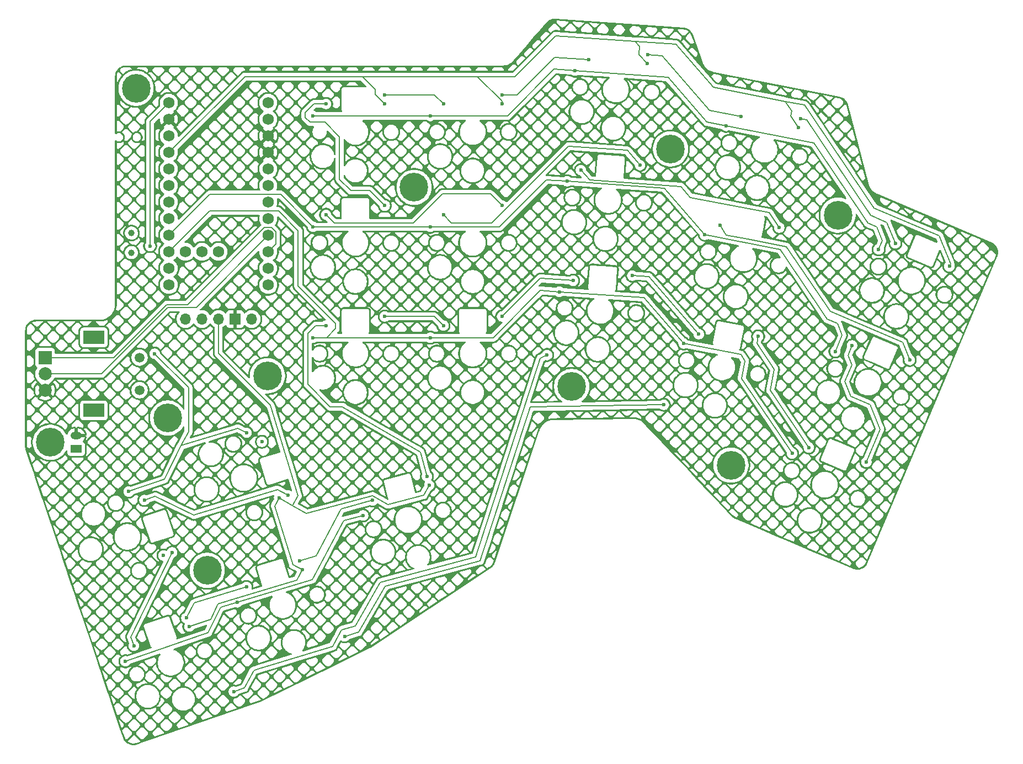
<source format=gbr>
%TF.GenerationSoftware,KiCad,Pcbnew,9.0.5*%
%TF.CreationDate,2025-11-08T17:14:02+10:00*%
%TF.ProjectId,badWingsRight,62616457-696e-4677-9352-696768742e6b,v1.0.0*%
%TF.SameCoordinates,Original*%
%TF.FileFunction,Copper,L1,Top*%
%TF.FilePolarity,Positive*%
%FSLAX46Y46*%
G04 Gerber Fmt 4.6, Leading zero omitted, Abs format (unit mm)*
G04 Created by KiCad (PCBNEW 9.0.5) date 2025-11-08 17:14:02*
%MOMM*%
%LPD*%
G01*
G04 APERTURE LIST*
%TA.AperFunction,WasherPad*%
%ADD10C,1.000000*%
%TD*%
%TA.AperFunction,ComponentPad*%
%ADD11C,0.600000*%
%TD*%
%TA.AperFunction,ComponentPad*%
%ADD12C,0.700000*%
%TD*%
%TA.AperFunction,ComponentPad*%
%ADD13C,4.400000*%
%TD*%
%TA.AperFunction,ComponentPad*%
%ADD14R,3.200000X2.000000*%
%TD*%
%TA.AperFunction,ComponentPad*%
%ADD15C,1.500000*%
%TD*%
%TA.AperFunction,ComponentPad*%
%ADD16R,2.000000X2.000000*%
%TD*%
%TA.AperFunction,ComponentPad*%
%ADD17C,2.000000*%
%TD*%
%TA.AperFunction,ComponentPad*%
%ADD18R,1.700000X1.200000*%
%TD*%
%TA.AperFunction,ComponentPad*%
%ADD19O,1.700000X1.200000*%
%TD*%
%TA.AperFunction,ComponentPad*%
%ADD20O,1.700000X1.700000*%
%TD*%
%TA.AperFunction,ComponentPad*%
%ADD21R,1.700000X1.700000*%
%TD*%
%TA.AperFunction,ComponentPad*%
%ADD22C,1.752600*%
%TD*%
%TA.AperFunction,Conductor*%
%ADD23C,0.200000*%
%TD*%
G04 APERTURE END LIST*
D10*
%TO.P,T1,*%
%TO.N,*%
X224727690Y-148247709D03*
X224727684Y-145247715D03*
%TD*%
D11*
%TO.P,REF\u002A\u002A,1*%
%TO.N,P111*%
X270607668Y-161297707D03*
%TD*%
%TO.P,REF\u002A\u002A,1*%
%TO.N,P010*%
X228307671Y-163747697D03*
%TD*%
%TO.P,REF\u002A\u002A,1*%
%TO.N,VCC*%
X350246128Y-150358147D03*
%TD*%
%TO.P,REF\u002A\u002A,1*%
%TO.N,P031*%
X240434966Y-215580251D03*
%TD*%
D12*
%TO.P,_82,1*%
%TO.N,N/C*%
X305817419Y-132237105D03*
X306380903Y-131106932D03*
X306218129Y-133434700D03*
X307578498Y-130706222D03*
D13*
X307463400Y-132352203D03*
D12*
X307348302Y-133998184D03*
X308708671Y-131269706D03*
X308545897Y-133597474D03*
X309109381Y-132467301D03*
%TD*%
D11*
%TO.P,REF\u002A\u002A,1*%
%TO.N,VCC*%
X233616431Y-205606773D03*
%TD*%
%TO.P,REF\u002A\u002A,1*%
%TO.N,LED1*%
X248739487Y-185459290D03*
%TD*%
D12*
%TO.P,_76,1*%
%TO.N,N/C*%
X234897051Y-196230907D03*
X235857334Y-195410748D03*
X234797969Y-197489869D03*
X237116296Y-195509830D03*
D13*
X236367212Y-196979991D03*
D12*
X235618128Y-198450152D03*
X237936455Y-196470113D03*
X236877090Y-198549234D03*
X237837373Y-197729075D03*
%TD*%
%TO.P,_79,1*%
%TO.N,N/C*%
X266457672Y-138247704D03*
X266940946Y-137080978D03*
X266940946Y-139414430D03*
X268107672Y-136597704D03*
D13*
X268107672Y-138247704D03*
D12*
X268107672Y-139897704D03*
X269274398Y-137080978D03*
X269274398Y-139414430D03*
X269757672Y-138247704D03*
%TD*%
D11*
%TO.P,REF\u002A\u002A,1*%
%TO.N,P010*%
X242415417Y-175890148D03*
%TD*%
%TO.P,REF\u002A\u002A,1*%
%TO.N,RAW*%
X227607681Y-147247697D03*
%TD*%
%TO.P,REF\u002A\u002A,1*%
%TO.N,LED2*%
X230974469Y-194248074D03*
%TD*%
%TO.P,REF\u002A\u002A,1*%
%TO.N,LED17*%
X281607667Y-124047704D03*
%TD*%
%TO.P,REF\u002A\u002A,1*%
%TO.N,LED15*%
X254607672Y-125447711D03*
%TD*%
%TO.P,REF\u002A\u002A,1*%
%TO.N,P009*%
X241004966Y-201888517D03*
%TD*%
%TO.P,REF\u002A\u002A,1*%
%TO.N,LED3*%
X233160644Y-204283063D03*
%TD*%
%TO.P,REF\u002A\u002A,1*%
%TO.N,LED8*%
X311794131Y-160761825D03*
%TD*%
%TO.P,REF\u002A\u002A,1*%
%TO.N,LED2*%
X225106769Y-208536881D03*
%TD*%
%TO.P,REF\u002A\u002A,1*%
%TO.N,P115*%
X339397715Y-147763023D03*
%TD*%
%TO.P,REF\u002A\u002A,1*%
%TO.N,LED8*%
X301593189Y-151790069D03*
%TD*%
%TO.P,REF\u002A\u002A,1*%
%TO.N,LED3*%
X242376694Y-199534609D03*
%TD*%
D12*
%TO.P,_80,1*%
%TO.N,N/C*%
X210657663Y-177347700D03*
X211140937Y-176180974D03*
X211140937Y-178514426D03*
X212307663Y-175697700D03*
D13*
X212307663Y-177347700D03*
D12*
X212307663Y-178997700D03*
X213474389Y-176180974D03*
X213474389Y-178514426D03*
X213957663Y-177347700D03*
%TD*%
D11*
%TO.P,REF\u002A\u002A,1*%
%TO.N,P106*%
X257449753Y-207108638D03*
%TD*%
%TO.P,REF\u002A\u002A,1*%
%TO.N,VCC*%
X303867248Y-119269460D03*
%TD*%
%TO.P,REF\u002A\u002A,1*%
%TO.N,LED19*%
X341961595Y-146841553D03*
%TD*%
%TO.P,REF\u002A\u002A,1*%
%TO.N,LED18*%
X318281639Y-127386520D03*
%TD*%
%TO.P,REF\u002A\u002A,1*%
%TO.N,P009*%
X260295040Y-188563515D03*
%TD*%
D12*
%TO.P,_83,1*%
%TO.N,N/C*%
X243957655Y-167147710D03*
X244440929Y-165980984D03*
X244440929Y-168314436D03*
X245607655Y-165497710D03*
D13*
X245607655Y-167147710D03*
D12*
X245607655Y-168797710D03*
X246774381Y-165980984D03*
X246774381Y-168314436D03*
X247257655Y-167147710D03*
%TD*%
D11*
%TO.P,REF\u002A\u002A,1*%
%TO.N,LED7*%
X281607671Y-158047704D03*
%TD*%
%TO.P,REF\u002A\u002A,1*%
%TO.N,P113*%
X291579136Y-137306244D03*
%TD*%
%TO.P,REF\u002A\u002A,1*%
%TO.N,LED16*%
X272607675Y-125447710D03*
%TD*%
%TO.P,REF\u002A\u002A,1*%
%TO.N,LED10*%
X337508285Y-180366589D03*
%TD*%
%TO.P,REF\u002A\u002A,1*%
%TO.N,VCC*%
X263607667Y-125447705D03*
%TD*%
%TO.P,REF\u002A\u002A,1*%
%TO.N,P031*%
X288512573Y-163957232D03*
%TD*%
D14*
%TO.P,ROT1,*%
%TO.N,*%
X218987676Y-172457696D03*
X218987680Y-161257691D03*
D15*
%TO.P,ROT1,1*%
%TO.N,P002*%
X225987679Y-164357688D03*
%TO.P,ROT1,2*%
%TO.N,endiode*%
X225987678Y-169357694D03*
D16*
%TO.P,ROT1,A*%
%TO.N,P011*%
X211487678Y-164357692D03*
D17*
%TO.P,ROT1,B*%
%TO.N,GND*%
X211487679Y-169357693D03*
%TO.P,ROT1,C*%
%TO.N,P100*%
X211487678Y-166857692D03*
%TD*%
D11*
%TO.P,REF\u002A\u002A,1*%
%TO.N,LED5*%
X270079065Y-182577242D03*
%TD*%
%TO.P,REF\u002A\u002A,1*%
%TO.N,LED4*%
X261748083Y-186258910D03*
%TD*%
%TO.P,REF\u002A\u002A,1*%
%TO.N,LED15*%
X263607668Y-141047702D03*
%TD*%
%TO.P,REF\u002A\u002A,1*%
%TO.N,P115*%
X270607670Y-127297695D03*
%TD*%
%TO.P,REF\u002A\u002A,1*%
%TO.N,LED13*%
X302779049Y-134831468D03*
%TD*%
%TO.P,REF\u002A\u002A,1*%
%TO.N,VCC*%
X327116289Y-129103821D03*
%TD*%
%TO.P,REF\u002A\u002A,1*%
%TO.N,P009*%
X223818027Y-210937234D03*
%TD*%
%TO.P,REF\u002A\u002A,1*%
%TO.N,LED13*%
X272607660Y-142447709D03*
%TD*%
%TO.P,REF\u002A\u002A,1*%
%TO.N,LED11*%
X344150720Y-164718007D03*
%TD*%
%TO.P,REF\u002A\u002A,1*%
%TO.N,LED17*%
X294889164Y-118641659D03*
%TD*%
%TO.P,REF\u002A\u002A,1*%
%TO.N,LED9*%
X320895929Y-161104852D03*
%TD*%
%TO.P,REF\u002A\u002A,1*%
%TO.N,VCC*%
X270441423Y-183929529D03*
%TD*%
%TO.P,REF\u002A\u002A,1*%
%TO.N,P113*%
X270607670Y-144297701D03*
%TD*%
D12*
%TO.P,_78,1*%
%TO.N,N/C*%
X331573196Y-142029662D03*
X332376471Y-141055212D03*
X331694236Y-143286703D03*
X333633512Y-140934172D03*
D13*
X333151099Y-142512075D03*
D12*
X332668686Y-144089978D03*
X334607962Y-141737447D03*
X333925727Y-143968938D03*
X334729002Y-142994488D03*
%TD*%
D11*
%TO.P,REF\u002A\u002A,1*%
%TO.N,VCC*%
X250983435Y-196903262D03*
%TD*%
%TO.P,REF\u002A\u002A,1*%
%TO.N,VCC*%
X247400667Y-185868612D03*
%TD*%
%TO.P,REF\u002A\u002A,1*%
%TO.N,LED7*%
X292517448Y-152558833D03*
%TD*%
D12*
%TO.P,_81,1*%
%TO.N,N/C*%
X290639221Y-168667066D03*
X291202705Y-167536893D03*
X291039931Y-169864661D03*
X292400300Y-167136183D03*
D13*
X292285202Y-168782164D03*
D12*
X292170104Y-170428145D03*
X293530473Y-167699667D03*
X293367699Y-170027435D03*
X293931183Y-168897262D03*
%TD*%
D11*
%TO.P,REF\u002A\u002A,1*%
%TO.N,P106*%
X306430016Y-171587219D03*
%TD*%
%TO.P,REF\u002A\u002A,1*%
%TO.N,P115*%
X292764991Y-120347642D03*
%TD*%
%TO.P,REF\u002A\u002A,1*%
%TO.N,LED19*%
X327383412Y-127729543D03*
%TD*%
%TO.P,REF\u002A\u002A,1*%
%TO.N,P111*%
X309477893Y-162196236D03*
%TD*%
%TO.P,REF\u002A\u002A,1*%
%TO.N,VCC*%
X229650743Y-194703857D03*
%TD*%
%TO.P,REF\u002A\u002A,1*%
%TO.N,LED14*%
X254607665Y-142447701D03*
%TD*%
%TO.P,REF\u002A\u002A,1*%
%TO.N,P111*%
X252607656Y-161297707D03*
%TD*%
%TO.P,REF\u002A\u002A,1*%
%TO.N,LED14*%
X281607653Y-141047689D03*
%TD*%
%TO.P,REF\u002A\u002A,1*%
%TO.N,P111*%
X326112855Y-179060185D03*
%TD*%
D12*
%TO.P,_77,1*%
%TO.N,N/C*%
X315147003Y-180365979D03*
X315950278Y-179391529D03*
X315268043Y-181623020D03*
X317207319Y-179270489D03*
D13*
X316724906Y-180848392D03*
D12*
X316242493Y-182426295D03*
X318181769Y-180073764D03*
X317499534Y-182305255D03*
X318302809Y-181330805D03*
%TD*%
D11*
%TO.P,REF\u002A\u002A,1*%
%TO.N,LED12*%
X324139676Y-144417187D03*
%TD*%
%TO.P,REF\u002A\u002A,1*%
%TO.N,P111*%
X290393266Y-154264818D03*
%TD*%
%TO.P,REF\u002A\u002A,1*%
%TO.N,LED5*%
X254607682Y-159447693D03*
%TD*%
%TO.P,REF\u002A\u002A,1*%
%TO.N,LED12*%
X293703306Y-135600248D03*
%TD*%
%TO.P,REF\u002A\u002A,1*%
%TO.N,LED18*%
X303964906Y-117872887D03*
%TD*%
%TO.P,REF\u002A\u002A,1*%
%TO.N,LED10*%
X335319170Y-162490133D03*
%TD*%
%TO.P,REF\u002A\u002A,1*%
%TO.N,P113*%
X312721642Y-145508592D03*
%TD*%
%TO.P,REF\u002A\u002A,1*%
%TO.N,LED6*%
X263607681Y-158047698D03*
%TD*%
D18*
%TO.P,JST1,1*%
%TO.N,pos*%
X216267672Y-178347704D03*
D19*
%TO.P,JST1,2*%
%TO.N,GND*%
X216267674Y-176347700D03*
%TD*%
D11*
%TO.P,REF\u002A\u002A,1*%
%TO.N,LED1*%
X226720627Y-186194190D03*
%TD*%
D20*
%TO.P,niceView1,1*%
%TO.N,P006*%
X243187671Y-158447714D03*
D21*
%TO.P,niceView1,2*%
%TO.N,GND*%
X240647674Y-158447712D03*
D20*
%TO.P,niceView1,3*%
%TO.N,VCC*%
X238107675Y-158447715D03*
%TO.P,niceView1,4*%
%TO.N,P020*%
X235567674Y-158447714D03*
%TO.P,niceView1,5*%
%TO.N,P017*%
X233027675Y-158447711D03*
%TD*%
D11*
%TO.P,REF\u002A\u002A,1*%
%TO.N,P115*%
X252607658Y-127297720D03*
%TD*%
%TO.P,REF\u002A\u002A,1*%
%TO.N,P113*%
X332755285Y-163411596D03*
%TD*%
%TO.P,REF\u002A\u002A,1*%
%TO.N,P115*%
X315965387Y-128820932D03*
%TD*%
%TO.P,REF\u002A\u002A,1*%
%TO.N,LED6*%
X272607643Y-159447702D03*
%TD*%
D12*
%TO.P,_85,1*%
%TO.N,N/C*%
X223797671Y-123047693D03*
X224280945Y-121880967D03*
X224280945Y-124214419D03*
X225447671Y-121397693D03*
D13*
X225447671Y-123047693D03*
D12*
X225447671Y-124697693D03*
X226614397Y-121880967D03*
X226614397Y-124214419D03*
X227097671Y-123047693D03*
%TD*%
D11*
%TO.P,REF\u002A\u002A,1*%
%TO.N,VCC*%
X281607685Y-125447701D03*
%TD*%
D12*
%TO.P,_84,1*%
%TO.N,N/C*%
X228657677Y-173607707D03*
X229140951Y-172440981D03*
X229140951Y-174774433D03*
X230307677Y-171957707D03*
D13*
X230307677Y-173607707D03*
D12*
X230307677Y-175257707D03*
X231474403Y-172440981D03*
X231474403Y-174774433D03*
X231957677Y-173607707D03*
%TD*%
D11*
%TO.P,REF\u002A\u002A,1*%
%TO.N,LED11*%
X315037885Y-144074180D03*
%TD*%
%TO.P,REF\u002A\u002A,1*%
%TO.N,P024*%
X244769317Y-177261868D03*
%TD*%
%TO.P,REF\u002A\u002A,1*%
%TO.N,P113*%
X252607679Y-144297708D03*
%TD*%
%TO.P,REF\u002A\u002A,1*%
%TO.N,LED4*%
X250574118Y-195564440D03*
%TD*%
%TO.P,REF\u002A\u002A,1*%
%TO.N,LED16*%
X263607654Y-124047710D03*
%TD*%
%TO.P,REF\u002A\u002A,1*%
%TO.N,LED9*%
X328676725Y-178138704D03*
%TD*%
%TO.P,REF\u002A\u002A,1*%
%TO.N,P010*%
X224320271Y-184905471D03*
%TD*%
D22*
%TO.P,MCU1,1*%
%TO.N,P006*%
X245727680Y-125277719D03*
%TO.P,MCU1,2*%
%TO.N,P008*%
X245727676Y-127817711D03*
%TO.P,MCU1,3*%
%TO.N,GND*%
X245727674Y-130357710D03*
%TO.P,MCU1,4*%
X245727677Y-132897715D03*
%TO.P,MCU1,5*%
%TO.N,P017*%
X245727681Y-135437712D03*
%TO.P,MCU1,6*%
%TO.N,P020*%
X245727674Y-137977712D03*
%TO.P,MCU1,7*%
%TO.N,P022*%
X245727670Y-140517716D03*
%TO.P,MCU1,8*%
%TO.N,P024*%
X245727676Y-143057719D03*
%TO.P,MCU1,9*%
%TO.N,P100*%
X245727670Y-145597714D03*
%TO.P,MCU1,10*%
%TO.N,P011*%
X245727675Y-148137715D03*
%TO.P,MCU1,11*%
%TO.N,P104*%
X245727678Y-150677711D03*
%TO.P,MCU1,12*%
%TO.N,P106*%
X245727673Y-153217710D03*
%TO.P,MCU1,13*%
%TO.N,P009*%
X230487670Y-153217707D03*
%TO.P,MCU1,14*%
%TO.N,P010*%
X230487674Y-150677715D03*
%TO.P,MCU1,15*%
%TO.N,P111*%
X230487676Y-148137716D03*
%TO.P,MCU1,16*%
%TO.N,P113*%
X230487673Y-145597711D03*
%TO.P,MCU1,17*%
%TO.N,P115*%
X230487669Y-143057714D03*
%TO.P,MCU1,18*%
%TO.N,P002*%
X230487676Y-140517714D03*
%TO.P,MCU1,19*%
%TO.N,P029*%
X230487680Y-137977710D03*
%TO.P,MCU1,20*%
%TO.N,P031*%
X230487674Y-135437707D03*
%TO.P,MCU1,21*%
%TO.N,VCC*%
X230487680Y-132897712D03*
%TO.P,MCU1,22*%
%TO.N,RST*%
X230487675Y-130357711D03*
%TO.P,MCU1,23*%
%TO.N,GND*%
X230487672Y-127817715D03*
%TO.P,MCU1,24*%
%TO.N,RAW*%
X230487677Y-125277716D03*
%TO.P,MCU1,31*%
%TO.N,P101*%
X233027675Y-148137713D03*
%TO.P,MCU1,32*%
%TO.N,P102*%
X235567675Y-148137712D03*
%TO.P,MCU1,33*%
%TO.N,P107*%
X238107675Y-148137713D03*
%TD*%
D23*
%TO.N,P106*%
X263635352Y-199422335D02*
X278267599Y-195501621D01*
X278267599Y-195501621D02*
X285927252Y-171927667D01*
X259572328Y-206459691D02*
X263635352Y-199422335D01*
X306430016Y-171587219D02*
X285944982Y-171944790D01*
X257449753Y-207108638D02*
X259572328Y-206459691D01*
%TO.N,P031*%
X255610711Y-208645667D02*
X256440612Y-207084827D01*
X243895971Y-212227217D02*
X255610711Y-208645667D01*
X240434966Y-215580251D02*
X242075115Y-215015485D01*
X259090258Y-205490481D02*
X262933395Y-198833969D01*
X256440612Y-207084827D02*
X256938573Y-206148319D01*
X277590521Y-194906596D02*
X287474764Y-164486019D01*
X243492022Y-212350729D02*
X243895971Y-212227217D01*
X256938573Y-206148319D02*
X259090258Y-205490481D01*
X287474764Y-164486019D02*
X288512573Y-163957232D01*
X242075115Y-215015485D02*
X243492022Y-212350729D01*
X262933395Y-198833969D02*
X277590521Y-194906596D01*
%TO.N,P111*%
X303372169Y-155172385D02*
X309477893Y-162196236D01*
X318882696Y-164849556D02*
X318355845Y-167559953D01*
X270607668Y-161297707D02*
X280245668Y-161297712D01*
X290393266Y-154264818D02*
X303372169Y-155172385D01*
X318355845Y-167559953D02*
X326112855Y-179060185D01*
X318242106Y-163899831D02*
X318882696Y-164849556D01*
X252607656Y-161297707D02*
X254577370Y-161297716D01*
X309477893Y-162196236D02*
X318242106Y-163899831D01*
X236744964Y-141880421D02*
X230487669Y-148137714D01*
X254675413Y-161297704D02*
X256077385Y-159895748D01*
X247312053Y-141880400D02*
X236744964Y-141880421D01*
X250327380Y-153395752D02*
X250327387Y-144895746D01*
X256077372Y-159145740D02*
X250327380Y-153395752D01*
X254577370Y-161297716D02*
X254675413Y-161297704D01*
X280245668Y-161297712D02*
X287482130Y-154061242D01*
X256077385Y-159895748D02*
X256077372Y-159145740D01*
X254577370Y-161297716D02*
X270607668Y-161297707D01*
X290393266Y-154264818D02*
X287482130Y-154061242D01*
X250327387Y-144895746D02*
X247312053Y-141880400D01*
%TO.N,P113*%
X331473367Y-158447483D02*
X333084256Y-159131256D01*
X333084256Y-159131256D02*
X333809852Y-160927188D01*
X252607679Y-144297708D02*
X270607670Y-144297701D01*
X324258578Y-147751141D02*
X331473367Y-158447483D01*
X236744967Y-139340412D02*
X247650373Y-139340401D01*
X291579136Y-137306244D02*
X288418599Y-137085217D01*
X281206121Y-144297691D02*
X288418599Y-137085217D01*
X247650373Y-139340401D02*
X252607679Y-144297708D01*
X312721642Y-145508592D02*
X324258578Y-147751141D01*
X230487676Y-145597710D02*
X236744967Y-139340412D01*
X270607670Y-144297701D02*
X281206121Y-144297691D01*
X333809852Y-160927188D02*
X332755285Y-163411596D01*
X306498328Y-138349473D02*
X312721642Y-145508592D01*
X291579136Y-137306244D02*
X306498328Y-138349473D01*
%TO.N,P115*%
X339963877Y-146429246D02*
X339397715Y-147763023D01*
X307060834Y-121347311D02*
X313067953Y-128257712D01*
X270607670Y-127297695D02*
X282433410Y-127297693D01*
X292764991Y-120347642D02*
X307060834Y-121347311D01*
X282433410Y-127297693D02*
X289604460Y-120126643D01*
X337725061Y-143719414D02*
X339105829Y-144305511D01*
X252607658Y-127297720D02*
X270607670Y-127297695D01*
X329442978Y-131440696D02*
X337725061Y-143719414D01*
X315965387Y-128820932D02*
X329442978Y-131440696D01*
X339105829Y-144305511D02*
X339963877Y-146429246D01*
X315965387Y-128820932D02*
X313067953Y-128257712D01*
X292764991Y-120347642D02*
X289604460Y-120126643D01*
%TO.N,P009*%
X241004966Y-201888517D02*
X238401185Y-202684585D01*
X260295040Y-188563515D02*
X257287391Y-189369414D01*
X241004966Y-201888517D02*
X252499384Y-198374326D01*
X252499384Y-198374326D02*
X257287391Y-189369414D01*
X223818027Y-210937234D02*
X236507104Y-206568025D01*
X236507104Y-206568025D02*
X238401185Y-202684585D01*
%TO.N,P010*%
X241080935Y-175180603D02*
X232347968Y-177850537D01*
X224320271Y-184905471D02*
X229832832Y-183007331D01*
X229832832Y-183007331D02*
X232347968Y-177850537D01*
X232361603Y-177846368D02*
X233484500Y-175734500D01*
X242415417Y-175890148D02*
X241080935Y-175180603D01*
X232347968Y-177850537D02*
X232361603Y-177846368D01*
X233484499Y-168924525D02*
X228307671Y-163747697D01*
X233484500Y-175734500D02*
X233484499Y-168924525D01*
%TO.N,RAW*%
X227607681Y-147247697D02*
X227607651Y-128157695D01*
X227607651Y-128157695D02*
X230487652Y-125277706D01*
%TO.N,VCC*%
X283546577Y-121254213D02*
X277838422Y-121254204D01*
X250983435Y-196903262D02*
X250152870Y-198465360D01*
X269556829Y-185461679D02*
X264101204Y-186923509D01*
X302030582Y-115844878D02*
X289810417Y-114990371D01*
X281607685Y-125447701D02*
X281607657Y-125023441D01*
X263607667Y-125447705D02*
X262180264Y-124020289D01*
X325920806Y-127331412D02*
X326078839Y-126518377D01*
X250983435Y-196903262D02*
X249492484Y-196110510D01*
X350411902Y-149967609D02*
X348666631Y-145647927D01*
X260180267Y-121254220D02*
X242131168Y-121254207D01*
X246740687Y-187109829D02*
X247400667Y-185868612D01*
X270441423Y-183929529D02*
X269556829Y-185461679D01*
X249459696Y-187057398D02*
X247400667Y-185868612D01*
X250152870Y-198465360D02*
X241069822Y-201242328D01*
X242131168Y-121254207D02*
X230487662Y-132897709D01*
X250276741Y-185520759D02*
X246037352Y-171654343D01*
X249492484Y-196110510D02*
X246740687Y-187109829D01*
X328051615Y-125628468D02*
X325090331Y-125052853D01*
X350246128Y-150358147D02*
X350411902Y-149967609D01*
X303867248Y-119269460D02*
X302641536Y-117859445D01*
X236899577Y-204476288D02*
X238023706Y-202171520D01*
X264101204Y-186923509D02*
X261744859Y-185563068D01*
X302641536Y-117859445D02*
X302726438Y-116645390D01*
X238107675Y-163724666D02*
X246037352Y-171654343D01*
X238107676Y-158447715D02*
X238107675Y-163724666D01*
X249459696Y-187057398D02*
X250276741Y-185520759D01*
X325090331Y-125052853D02*
X314047006Y-122906258D01*
X277838422Y-121254204D02*
X260180267Y-121254220D01*
X251586125Y-188285095D02*
X249459696Y-187057398D01*
X261744859Y-185563068D02*
X251586125Y-188285095D01*
X308289117Y-116282537D02*
X302030582Y-115844878D01*
X241067323Y-201241002D02*
X238023706Y-202171520D01*
X289810417Y-114990371D02*
X283546577Y-121254213D01*
X262180264Y-124020289D02*
X262180257Y-123254212D01*
X241069822Y-201242328D02*
X241067323Y-201241002D01*
X327116289Y-129103821D02*
X325920806Y-127331412D01*
X338701877Y-141418135D02*
X328051615Y-125628468D01*
X302726438Y-116645390D02*
X302030582Y-115844878D01*
X281607657Y-125023441D02*
X277838422Y-121254204D01*
X326078839Y-126518377D02*
X325090331Y-125052853D01*
X348666631Y-145647927D02*
X338701877Y-141418135D01*
X262180257Y-123254212D02*
X260180267Y-121254220D01*
X314047006Y-122906258D02*
X308289117Y-116282537D01*
X233616431Y-205606773D02*
X236899577Y-204476288D01*
%TO.N,P100*%
X230327372Y-156645743D02*
X220115418Y-166857696D01*
X245727670Y-145597705D02*
X234679626Y-156645734D01*
X234679626Y-156645734D02*
X230327372Y-156645743D01*
X220115418Y-166857696D02*
X211487657Y-166857695D01*
%TO.N,P011*%
X245727667Y-148137702D02*
X246904959Y-146960395D01*
X233327378Y-156244744D02*
X230161272Y-156244747D01*
X246215316Y-144420411D02*
X245151714Y-144420393D01*
X246904979Y-145110047D02*
X246215316Y-144420411D01*
X245151714Y-144420393D02*
X233327378Y-156244744D01*
X222048326Y-164357705D02*
X211487667Y-164357704D01*
X246904959Y-146960395D02*
X246904979Y-145110047D01*
X230161272Y-156244747D02*
X222048326Y-164357705D01*
%TO.N,LED10*%
X335319170Y-162490133D02*
X334674052Y-164009938D01*
X338117088Y-171588004D02*
X339637366Y-175350802D01*
X335272856Y-165492057D02*
X334198361Y-168023455D01*
X334674052Y-164009938D02*
X335272856Y-165492057D01*
X335125461Y-170318129D02*
X338117088Y-171588004D01*
X334198361Y-168023455D02*
X335125461Y-170318129D01*
X339637366Y-175350802D02*
X337508285Y-180366589D01*
%TO.N,LED9*%
X320693715Y-162145088D02*
X323379086Y-166126319D01*
X322751614Y-169354357D02*
X328676725Y-178138704D01*
X323379086Y-166126319D02*
X322751614Y-169354357D01*
X320895929Y-161104852D02*
X320693715Y-162145088D01*
%TO.N,LED11*%
X319272351Y-146171689D02*
X325240211Y-147331721D01*
X325240211Y-147331721D02*
X331961767Y-157296867D01*
X316027212Y-145540896D02*
X319272351Y-146171689D01*
X331961767Y-157296867D02*
X343054806Y-162005566D01*
X343054806Y-162005566D02*
X344150720Y-164718007D01*
X315037885Y-144074180D02*
X316027212Y-145540896D01*
%TO.N,LED19*%
X328328138Y-127913154D02*
X338213461Y-142568779D01*
X341961595Y-146841553D02*
X340653783Y-143604616D01*
X340653783Y-143604616D02*
X338213461Y-142568779D01*
X327383412Y-127729543D02*
X328328138Y-127913154D01*
%TO.N,LED8*%
X304150537Y-151968893D02*
X311794131Y-160761825D01*
X301593189Y-151790069D02*
X304150537Y-151968893D01*
%TO.N,LED12*%
X295047705Y-137146805D02*
X309063005Y-138126857D01*
X324139676Y-144417187D02*
X322605516Y-142142721D01*
X322605516Y-142142721D02*
X310510137Y-139791609D01*
X309063005Y-138126857D02*
X310510137Y-139791609D01*
X293703306Y-135600248D02*
X295047705Y-137146805D01*
%TO.N,LED18*%
X303964906Y-117872887D02*
X306128113Y-118024150D01*
X318281639Y-127386520D02*
X313450327Y-126447404D01*
X306128113Y-118024150D02*
X313450327Y-126447404D01*
%TO.N,LED7*%
X292517448Y-152558833D02*
X287511413Y-152208791D01*
X287446588Y-152208785D02*
X287511413Y-152208791D01*
X281607671Y-158047704D02*
X287446588Y-152208785D01*
%TO.N,LED13*%
X272607660Y-142447709D02*
X273858674Y-143698703D01*
X280031165Y-143698707D02*
X291793470Y-131936386D01*
X300810515Y-132566931D02*
X291793470Y-131936386D01*
X302779049Y-134831468D02*
X300810515Y-132566931D01*
X273858674Y-143698703D02*
X280031165Y-143698707D01*
%TO.N,LED17*%
X283860219Y-124047716D02*
X289633773Y-118274172D01*
X294889164Y-118641659D02*
X289633773Y-118274172D01*
X281607667Y-124047704D02*
X283860219Y-124047716D01*
%TO.N,LED6*%
X271207673Y-158047714D02*
X272607643Y-159447702D01*
X263607681Y-158047698D02*
X271207673Y-158047714D01*
%TO.N,LED14*%
X272430247Y-139254213D02*
X279814165Y-139254208D01*
X267985769Y-143698690D02*
X272430247Y-139254213D01*
X255858656Y-143698710D02*
X267985769Y-143698690D01*
X254607665Y-142447701D02*
X255858656Y-143698710D01*
X279814165Y-139254208D02*
X281607653Y-141047689D01*
%TO.N,LED16*%
X263607654Y-124047710D02*
X271207663Y-124047692D01*
X271207663Y-124047692D02*
X272607675Y-125447710D01*
%TO.N,LED5*%
X270079065Y-182577242D02*
X269072644Y-178821210D01*
X253016123Y-159447708D02*
X251820776Y-160643062D01*
X255241025Y-171895744D02*
X257077387Y-171895726D01*
X251820776Y-160643062D02*
X251820795Y-168475476D01*
X254607682Y-159447693D02*
X253016123Y-159447708D01*
X269072644Y-178821210D02*
X257077387Y-171895726D01*
X251820795Y-168475476D02*
X255241025Y-171895744D01*
%TO.N,LED15*%
X252736752Y-125447704D02*
X254607672Y-125447711D01*
X251430270Y-126754202D02*
X252736752Y-125447704D01*
X251430253Y-127504209D02*
X251430270Y-126754202D01*
X252180253Y-128254192D02*
X251430253Y-127504209D01*
X256680254Y-130504201D02*
X254430260Y-128254215D01*
X254430260Y-128254215D02*
X252180253Y-128254192D01*
X261314178Y-138754206D02*
X258430248Y-138754203D01*
X258430248Y-138754203D02*
X256680259Y-137004207D01*
X256680259Y-137004207D02*
X256680254Y-130504201D01*
X263607668Y-141047702D02*
X261314178Y-138754206D01*
%TO.N,LED4*%
X250574118Y-195564440D02*
X253049749Y-194807561D01*
X261748083Y-186258910D02*
X256905169Y-187556533D01*
X253049749Y-194807561D02*
X256905169Y-187556533D01*
%TO.N,LED3*%
X242376694Y-199534609D02*
X234386546Y-201977435D01*
X234386546Y-201977435D02*
X233160644Y-204283063D01*
%TO.N,LED1*%
X228365511Y-185627802D02*
X234294494Y-188519566D01*
X248739487Y-185459290D02*
X247120252Y-184598325D01*
X247120252Y-184598325D02*
X234294494Y-188519566D01*
X226720627Y-186194190D02*
X228365511Y-185627802D01*
%TO.N,LED2*%
X224650971Y-207213161D02*
X230974469Y-194248074D01*
X225106769Y-208536881D02*
X224650971Y-207213161D01*
%TD*%
%TA.AperFunction,Conductor*%
%TO.N,GND*%
G36*
X247271777Y-142693918D02*
G01*
X247293915Y-142711499D01*
X249690566Y-145108160D01*
X249724051Y-145169483D01*
X249726885Y-145195841D01*
X249726880Y-153310560D01*
X249726879Y-153310582D01*
X249726879Y-153316695D01*
X249726879Y-153474810D01*
X249767803Y-153627537D01*
X249792275Y-153669923D01*
X249793066Y-153671292D01*
X249793067Y-153671296D01*
X249793068Y-153671296D01*
X249832892Y-153740275D01*
X249846859Y-153764466D01*
X249846861Y-153764469D01*
X249965729Y-153883337D01*
X249965735Y-153883342D01*
X253541638Y-157459244D01*
X254532241Y-158449846D01*
X254565726Y-158511169D01*
X254560742Y-158580861D01*
X254518870Y-158636794D01*
X254468753Y-158659144D01*
X254374189Y-158677955D01*
X254374180Y-158677957D01*
X254228509Y-158738295D01*
X254228496Y-158738302D01*
X254096801Y-158826299D01*
X254030123Y-158847177D01*
X254027911Y-158847197D01*
X253095180Y-158847207D01*
X252937065Y-158847207D01*
X252786135Y-158887650D01*
X252784449Y-158888074D01*
X252784345Y-158888127D01*
X252784335Y-158888132D01*
X252647402Y-158967190D01*
X252647398Y-158967193D01*
X252547926Y-159066671D01*
X252547924Y-159066673D01*
X251456399Y-160158203D01*
X251456389Y-160158211D01*
X251456390Y-160158212D01*
X251340253Y-160274349D01*
X251340250Y-160274353D01*
X251261198Y-160411276D01*
X251261197Y-160411279D01*
X251242959Y-160479349D01*
X251242959Y-160479350D01*
X251238174Y-160497207D01*
X251220275Y-160564006D01*
X251220276Y-160647207D01*
X251220295Y-168396415D01*
X251220294Y-168554530D01*
X251261217Y-168707258D01*
X251286375Y-168750833D01*
X251340257Y-168844160D01*
X251340275Y-168844191D01*
X251340277Y-168844194D01*
X251452081Y-168955998D01*
X254756170Y-172260124D01*
X254756191Y-172260147D01*
X254760508Y-172264464D01*
X254760509Y-172264465D01*
X254838078Y-172342032D01*
X254838079Y-172342034D01*
X254872437Y-172376393D01*
X254872759Y-172376632D01*
X254875502Y-172378108D01*
X254947280Y-172419548D01*
X255005826Y-172453350D01*
X255009184Y-172455436D01*
X255009203Y-172455444D01*
X255013074Y-172456348D01*
X255066912Y-172470773D01*
X255066913Y-172470774D01*
X255066914Y-172470774D01*
X255161965Y-172496244D01*
X255161970Y-172496244D01*
X255161974Y-172496245D01*
X255223124Y-172496244D01*
X255320079Y-172496245D01*
X255320081Y-172496244D01*
X255331896Y-172496244D01*
X255331908Y-172496242D01*
X256883261Y-172496227D01*
X256945260Y-172512839D01*
X268510470Y-179190035D01*
X268512500Y-179191207D01*
X268560716Y-179241774D01*
X268570275Y-179266501D01*
X269350343Y-182177766D01*
X269348680Y-182247615D01*
X269345131Y-182257306D01*
X269311287Y-182339017D01*
X269309327Y-182343748D01*
X269309325Y-182343753D01*
X269278565Y-182498395D01*
X269278565Y-182656088D01*
X269309326Y-182810731D01*
X269309329Y-182810743D01*
X269369667Y-182956414D01*
X269369674Y-182956427D01*
X269457275Y-183087530D01*
X269457278Y-183087534D01*
X269568772Y-183199028D01*
X269568776Y-183199031D01*
X269699879Y-183286632D01*
X269699883Y-183286634D01*
X269699886Y-183286636D01*
X269723476Y-183296407D01*
X269777881Y-183340247D01*
X269799947Y-183406540D01*
X269782669Y-183474240D01*
X269779128Y-183479859D01*
X269732035Y-183550338D01*
X269732025Y-183550356D01*
X269671687Y-183696027D01*
X269671684Y-183696039D01*
X269640923Y-183850682D01*
X269640923Y-184008371D01*
X269647597Y-184041930D01*
X269641367Y-184111522D01*
X269633366Y-184128118D01*
X269186830Y-184901535D01*
X269136263Y-184949751D01*
X269111537Y-184959310D01*
X268411794Y-185146806D01*
X268341944Y-185145143D01*
X268284081Y-185105981D01*
X268259925Y-185059125D01*
X268253268Y-185034280D01*
X267974724Y-183994743D01*
X268257353Y-183994743D01*
X268485058Y-184844543D01*
X268981263Y-184711585D01*
X269197354Y-184337306D01*
X268830581Y-183970533D01*
X268699033Y-183882635D01*
X268556072Y-183854199D01*
X268413112Y-183882635D01*
X268281565Y-183970532D01*
X268257353Y-183994743D01*
X267974724Y-183994743D01*
X267531072Y-182339019D01*
X267491510Y-182270496D01*
X267435562Y-182214548D01*
X267401300Y-182194767D01*
X267367040Y-182174986D01*
X267323511Y-182163323D01*
X267290613Y-182154508D01*
X267290612Y-182154508D01*
X267211489Y-182154508D01*
X265727746Y-182552077D01*
X263734166Y-183086256D01*
X263734166Y-183086257D01*
X263657738Y-183106736D01*
X263657737Y-183106736D01*
X263657735Y-183106737D01*
X263589215Y-183146298D01*
X263589212Y-183146300D01*
X263533269Y-183202243D01*
X263533267Y-183202246D01*
X263493705Y-183270767D01*
X263477388Y-183331667D01*
X263473227Y-183347195D01*
X263473227Y-183426318D01*
X264041473Y-185547031D01*
X264169588Y-186025163D01*
X264167925Y-186095013D01*
X264128763Y-186152876D01*
X264064534Y-186180380D01*
X263995632Y-186168794D01*
X263987813Y-186164644D01*
X262120621Y-185086617D01*
X262120597Y-185086601D01*
X261976649Y-185003494D01*
X261976645Y-185003492D01*
X261976644Y-185003491D01*
X261976643Y-185003491D01*
X261888467Y-184979864D01*
X261888466Y-184979863D01*
X261840499Y-184967011D01*
X261823918Y-184962568D01*
X261823916Y-184962567D01*
X261823915Y-184962567D01*
X261665802Y-184962567D01*
X261511279Y-185003971D01*
X261511274Y-185003972D01*
X251720575Y-187627385D01*
X251650725Y-187625722D01*
X251626481Y-187614997D01*
X250365851Y-186887170D01*
X250317635Y-186836603D01*
X250304412Y-186767996D01*
X250315909Y-186729739D01*
X250639173Y-186729739D01*
X251709531Y-187347712D01*
X252095112Y-187244395D01*
X252096258Y-187238631D01*
X252067822Y-187095669D01*
X251979924Y-186964121D01*
X251466867Y-186451064D01*
X251335318Y-186363166D01*
X251192358Y-186334730D01*
X251049397Y-186363166D01*
X250917849Y-186451064D01*
X250639173Y-186729739D01*
X250315909Y-186729739D01*
X250318363Y-186721575D01*
X250702902Y-185998364D01*
X251528723Y-185998364D01*
X251557159Y-186141325D01*
X251645057Y-186272873D01*
X252158114Y-186785930D01*
X252289663Y-186873828D01*
X252432623Y-186902264D01*
X252575584Y-186873828D01*
X252707132Y-186785930D01*
X253220189Y-186272873D01*
X253308087Y-186141325D01*
X253336523Y-185998364D01*
X254009254Y-185998364D01*
X254037690Y-186141325D01*
X254125588Y-186272873D01*
X254462712Y-186609997D01*
X255693341Y-186280251D01*
X255700722Y-186272871D01*
X255788618Y-186141324D01*
X255817055Y-185998364D01*
X256489783Y-185998364D01*
X256502716Y-186063380D01*
X258094308Y-185636913D01*
X257668193Y-185210798D01*
X257536643Y-185122899D01*
X257393685Y-185094463D01*
X257250724Y-185122900D01*
X257119176Y-185210797D01*
X256606117Y-185723856D01*
X256518220Y-185855404D01*
X256489783Y-185998364D01*
X255817055Y-185998364D01*
X255788618Y-185855404D01*
X255700721Y-185723856D01*
X255187662Y-185210797D01*
X255056114Y-185122900D01*
X254913154Y-185094463D01*
X254770194Y-185122900D01*
X254638646Y-185210797D01*
X254125588Y-185723855D01*
X254037690Y-185855404D01*
X254009254Y-185998364D01*
X253336523Y-185998364D01*
X253308087Y-185855404D01*
X253220189Y-185723855D01*
X252707131Y-185210797D01*
X252575583Y-185122900D01*
X252432623Y-185094463D01*
X252289663Y-185122900D01*
X252158115Y-185210797D01*
X251645057Y-185723855D01*
X251557159Y-185855404D01*
X251528723Y-185998364D01*
X250702902Y-185998364D01*
X250787920Y-185838469D01*
X250844067Y-185732873D01*
X250879634Y-185578811D01*
X250879613Y-185578223D01*
X250878994Y-185560486D01*
X250878994Y-185560485D01*
X250874117Y-185420793D01*
X250827888Y-185269587D01*
X250827887Y-185269586D01*
X250477942Y-184124966D01*
X250763415Y-184124966D01*
X251083607Y-185172265D01*
X251083610Y-185172273D01*
X251137804Y-185349529D01*
X251139927Y-185357387D01*
X251140302Y-185358981D01*
X251141897Y-185366913D01*
X251144850Y-185384560D01*
X251145926Y-185392604D01*
X251146090Y-185394233D01*
X251146638Y-185402328D01*
X251151827Y-185550957D01*
X251152779Y-185578223D01*
X251152797Y-185586338D01*
X251152747Y-185587974D01*
X251152234Y-185596072D01*
X251150519Y-185613882D01*
X251149478Y-185621927D01*
X251149215Y-185623542D01*
X251147649Y-185631504D01*
X251142880Y-185652157D01*
X251192358Y-185661999D01*
X251335318Y-185633563D01*
X251466867Y-185545665D01*
X251979924Y-185032608D01*
X252067822Y-184901059D01*
X252096258Y-184758099D01*
X252768987Y-184758099D01*
X252797423Y-184901057D01*
X252885323Y-185032608D01*
X253398380Y-185545665D01*
X253529928Y-185633563D01*
X253672889Y-185661999D01*
X253815849Y-185633563D01*
X253947397Y-185545665D01*
X254460454Y-185032608D01*
X254548354Y-184901057D01*
X254576790Y-184758099D01*
X255249519Y-184758099D01*
X255277955Y-184901059D01*
X255365853Y-185032608D01*
X255878910Y-185545665D01*
X256010459Y-185633563D01*
X256153419Y-185661999D01*
X256296380Y-185633563D01*
X256427928Y-185545665D01*
X256940985Y-185032608D01*
X257028883Y-184901059D01*
X257057319Y-184758099D01*
X257730050Y-184758099D01*
X257758486Y-184901059D01*
X257846384Y-185032608D01*
X258359441Y-185545665D01*
X258381026Y-185560088D01*
X259081811Y-185372313D01*
X259421518Y-185032606D01*
X259509414Y-184901059D01*
X259537851Y-184758099D01*
X260210579Y-184758099D01*
X260239016Y-184901059D01*
X260326913Y-185032607D01*
X260331709Y-185037403D01*
X261374089Y-184758099D01*
X262691111Y-184758099D01*
X262719547Y-184901059D01*
X262807445Y-185032608D01*
X263127603Y-185352766D01*
X263645733Y-185651909D01*
X263737971Y-185633563D01*
X263775337Y-185608596D01*
X263334001Y-183961513D01*
X263320502Y-183970533D01*
X262807445Y-184483590D01*
X262719547Y-184615138D01*
X262691111Y-184758099D01*
X261374089Y-184758099D01*
X261441199Y-184740117D01*
X261441264Y-184740101D01*
X261603786Y-184696554D01*
X261611706Y-184694708D01*
X261613311Y-184694389D01*
X261621295Y-184693071D01*
X261639034Y-184690735D01*
X261647120Y-184689939D01*
X261648754Y-184689832D01*
X261656858Y-184689567D01*
X261832866Y-184689568D01*
X261840973Y-184689833D01*
X261842606Y-184689940D01*
X261850688Y-184690737D01*
X261868426Y-184693073D01*
X261876409Y-184694390D01*
X261878014Y-184694709D01*
X261885934Y-184696555D01*
X261959125Y-184716166D01*
X261959127Y-184716167D01*
X262012906Y-184730577D01*
X261989944Y-184615138D01*
X261902046Y-184483590D01*
X261388989Y-183970533D01*
X261257441Y-183882635D01*
X261114480Y-183854199D01*
X260971520Y-183882635D01*
X260839971Y-183970533D01*
X260326913Y-184483591D01*
X260239016Y-184615139D01*
X260210579Y-184758099D01*
X259537851Y-184758099D01*
X259509414Y-184615139D01*
X259421517Y-184483591D01*
X258908459Y-183970533D01*
X258776910Y-183882635D01*
X258633950Y-183854199D01*
X258490989Y-183882635D01*
X258359441Y-183970533D01*
X257846384Y-184483590D01*
X257758486Y-184615138D01*
X257730050Y-184758099D01*
X257057319Y-184758099D01*
X257028883Y-184615138D01*
X256940985Y-184483590D01*
X256427928Y-183970533D01*
X256296380Y-183882635D01*
X256153419Y-183854199D01*
X256010459Y-183882635D01*
X255878910Y-183970533D01*
X255365853Y-184483590D01*
X255277955Y-184615138D01*
X255249519Y-184758099D01*
X254576790Y-184758099D01*
X254548354Y-184615141D01*
X254460454Y-184483590D01*
X253947397Y-183970533D01*
X253815849Y-183882635D01*
X253672889Y-183854199D01*
X253529928Y-183882635D01*
X253398380Y-183970533D01*
X252885323Y-184483590D01*
X252797423Y-184615141D01*
X252768987Y-184758099D01*
X252096258Y-184758099D01*
X252067822Y-184615138D01*
X251979924Y-184483590D01*
X251466867Y-183970533D01*
X251335318Y-183882635D01*
X251192358Y-183854199D01*
X251049397Y-183882635D01*
X250917849Y-183970533D01*
X250763415Y-184124966D01*
X250477942Y-184124966D01*
X250292323Y-183517834D01*
X251528723Y-183517834D01*
X251557159Y-183660794D01*
X251645057Y-183792343D01*
X252158115Y-184305401D01*
X252289663Y-184393298D01*
X252432623Y-184421735D01*
X252575583Y-184393298D01*
X252707131Y-184305401D01*
X253220189Y-183792343D01*
X253308087Y-183660794D01*
X253336523Y-183517834D01*
X254009254Y-183517834D01*
X254037690Y-183660794D01*
X254125588Y-183792343D01*
X254638646Y-184305401D01*
X254770194Y-184393298D01*
X254913154Y-184421735D01*
X255056114Y-184393298D01*
X255187662Y-184305401D01*
X255700721Y-183792342D01*
X255788618Y-183660794D01*
X255817055Y-183517834D01*
X256489783Y-183517834D01*
X256518220Y-183660794D01*
X256606117Y-183792342D01*
X257119176Y-184305401D01*
X257250724Y-184393298D01*
X257393685Y-184421735D01*
X257536643Y-184393299D01*
X257668193Y-184305400D01*
X258181250Y-183792343D01*
X258269148Y-183660794D01*
X258297584Y-183517834D01*
X258970315Y-183517834D01*
X258998751Y-183660794D01*
X259086649Y-183792343D01*
X259599707Y-184305401D01*
X259731255Y-184393298D01*
X259874215Y-184421735D01*
X260017175Y-184393298D01*
X260148723Y-184305401D01*
X260661781Y-183792343D01*
X260749679Y-183660794D01*
X260778115Y-183517834D01*
X261450846Y-183517834D01*
X261479282Y-183660794D01*
X261567180Y-183792343D01*
X262080237Y-184305400D01*
X262211787Y-184393299D01*
X262354746Y-184421735D01*
X262497704Y-184393299D01*
X262629254Y-184305400D01*
X263142313Y-183792341D01*
X263230210Y-183660794D01*
X263240101Y-183611070D01*
X263207214Y-183488335D01*
X263205368Y-183480414D01*
X263205049Y-183478809D01*
X263203731Y-183470825D01*
X263201395Y-183453086D01*
X263200599Y-183445005D01*
X263200492Y-183443372D01*
X263200227Y-183435264D01*
X263200227Y-183338249D01*
X263200484Y-183330385D01*
X263142313Y-183243326D01*
X262629254Y-182730268D01*
X262497706Y-182642370D01*
X262354746Y-182613934D01*
X262211785Y-182642370D01*
X262080237Y-182730268D01*
X261567180Y-183243325D01*
X261479282Y-183374873D01*
X261450846Y-183517834D01*
X260778115Y-183517834D01*
X260749679Y-183374873D01*
X260661781Y-183243325D01*
X260148724Y-182730268D01*
X260017175Y-182642370D01*
X259874215Y-182613934D01*
X259731254Y-182642370D01*
X259599706Y-182730268D01*
X259086649Y-183243325D01*
X258998751Y-183374873D01*
X258970315Y-183517834D01*
X258297584Y-183517834D01*
X258269148Y-183374873D01*
X258181250Y-183243325D01*
X257668193Y-182730268D01*
X257536645Y-182642370D01*
X257393685Y-182613934D01*
X257250724Y-182642370D01*
X257119175Y-182730268D01*
X256606118Y-183243325D01*
X256518219Y-183374875D01*
X256489783Y-183517834D01*
X255817055Y-183517834D01*
X255788619Y-183374875D01*
X255700720Y-183243325D01*
X255187663Y-182730268D01*
X255056114Y-182642370D01*
X254913154Y-182613934D01*
X254770193Y-182642370D01*
X254638645Y-182730268D01*
X254125588Y-183243325D01*
X254037690Y-183374873D01*
X254009254Y-183517834D01*
X253336523Y-183517834D01*
X253308087Y-183374873D01*
X253220189Y-183243325D01*
X252707132Y-182730268D01*
X252575584Y-182642370D01*
X252432623Y-182613934D01*
X252289663Y-182642370D01*
X252158114Y-182730268D01*
X251645057Y-183243325D01*
X251557159Y-183374873D01*
X251528723Y-183517834D01*
X250292323Y-183517834D01*
X249913136Y-182277569D01*
X250288458Y-182277569D01*
X250316894Y-182420529D01*
X250404792Y-182552077D01*
X250917849Y-183065134D01*
X251049397Y-183153032D01*
X251192358Y-183181468D01*
X251335318Y-183153032D01*
X251466867Y-183065134D01*
X251979924Y-182552077D01*
X252067822Y-182420529D01*
X252096258Y-182277569D01*
X252768987Y-182277569D01*
X252797423Y-182420527D01*
X252885323Y-182552077D01*
X253398380Y-183065134D01*
X253529928Y-183153032D01*
X253672889Y-183181468D01*
X253815849Y-183153032D01*
X253947397Y-183065134D01*
X254460454Y-182552077D01*
X254548354Y-182420527D01*
X254576790Y-182277569D01*
X255249519Y-182277569D01*
X255277955Y-182420529D01*
X255365853Y-182552077D01*
X255878910Y-183065134D01*
X256010459Y-183153032D01*
X256153419Y-183181468D01*
X256296380Y-183153032D01*
X256427928Y-183065134D01*
X256940985Y-182552077D01*
X257028883Y-182420529D01*
X257057319Y-182277569D01*
X257730050Y-182277569D01*
X257758486Y-182420529D01*
X257846384Y-182552077D01*
X258359441Y-183065134D01*
X258490989Y-183153032D01*
X258633950Y-183181468D01*
X258776910Y-183153032D01*
X258908459Y-183065134D01*
X259421516Y-182552077D01*
X259509415Y-182420527D01*
X259537851Y-182277569D01*
X260210579Y-182277569D01*
X260239015Y-182420527D01*
X260326914Y-182552077D01*
X260839971Y-183065134D01*
X260971520Y-183153032D01*
X261114480Y-183181468D01*
X261257441Y-183153032D01*
X261388989Y-183065134D01*
X261902046Y-182552077D01*
X261989944Y-182420529D01*
X262018380Y-182277569D01*
X262691111Y-182277569D01*
X262719547Y-182420529D01*
X262807445Y-182552077D01*
X263305951Y-183050583D01*
X263306496Y-183049767D01*
X263311238Y-183043148D01*
X263322130Y-183028954D01*
X263327288Y-183022670D01*
X263328367Y-183021440D01*
X263333902Y-183015532D01*
X263402501Y-182946933D01*
X263408409Y-182941398D01*
X263409639Y-182940319D01*
X263415923Y-182935161D01*
X263430117Y-182924269D01*
X263436736Y-182919527D01*
X263438097Y-182918618D01*
X263444966Y-182914348D01*
X263528984Y-182865839D01*
X263536137Y-182862015D01*
X263537605Y-182861291D01*
X263545008Y-182857937D01*
X263561539Y-182851091D01*
X263569113Y-182848240D01*
X263570662Y-182847714D01*
X263578438Y-182845355D01*
X263663506Y-182822560D01*
X263663507Y-182822559D01*
X264276289Y-182658363D01*
X264382579Y-182552074D01*
X264470475Y-182420529D01*
X264498911Y-182277569D01*
X265171640Y-182277569D01*
X265198246Y-182411325D01*
X266362879Y-182099261D01*
X267704226Y-182099261D01*
X267713539Y-182111398D01*
X267718281Y-182118017D01*
X267719190Y-182119378D01*
X267723460Y-182126247D01*
X267771969Y-182210265D01*
X267775793Y-182217418D01*
X267776517Y-182218886D01*
X267779871Y-182226289D01*
X267786717Y-182242820D01*
X267789568Y-182250394D01*
X267790094Y-182251943D01*
X267792454Y-182259720D01*
X267908229Y-182691800D01*
X268281563Y-183065134D01*
X268413112Y-183153032D01*
X268556072Y-183181468D01*
X268699033Y-183153032D01*
X268830581Y-183065134D01*
X269039938Y-182855776D01*
X269009503Y-182702767D01*
X269008476Y-182696862D01*
X269008295Y-182695648D01*
X269007536Y-182689511D01*
X269006222Y-182676164D01*
X269005773Y-182670081D01*
X269005713Y-182668856D01*
X269005565Y-182662790D01*
X269005565Y-182491694D01*
X269005713Y-182485628D01*
X269005773Y-182484403D01*
X269006222Y-182478320D01*
X269007536Y-182464973D01*
X269008295Y-182458836D01*
X269008476Y-182457622D01*
X269009503Y-182451717D01*
X269042882Y-182283908D01*
X269044231Y-182277906D01*
X269044530Y-182276715D01*
X269046139Y-182270909D01*
X269050032Y-182258077D01*
X269051931Y-182252325D01*
X269052344Y-182251170D01*
X269054542Y-182245470D01*
X269073553Y-182199568D01*
X268902769Y-181562190D01*
X268830580Y-181490001D01*
X268699032Y-181402104D01*
X268556072Y-181373667D01*
X268413112Y-181402104D01*
X268281564Y-181490001D01*
X267768506Y-182003059D01*
X267704226Y-182099261D01*
X266362879Y-182099261D01*
X266833268Y-181973220D01*
X266350050Y-181490002D01*
X266218500Y-181402103D01*
X266075542Y-181373667D01*
X265932583Y-181402103D01*
X265801033Y-181490002D01*
X265287974Y-182003061D01*
X265200077Y-182134608D01*
X265171640Y-182277569D01*
X264498911Y-182277569D01*
X264470475Y-182134608D01*
X264382577Y-182003059D01*
X263869519Y-181490001D01*
X263737971Y-181402104D01*
X263595011Y-181373667D01*
X263452051Y-181402104D01*
X263320503Y-181490001D01*
X262807445Y-182003059D01*
X262719547Y-182134608D01*
X262691111Y-182277569D01*
X262018380Y-182277569D01*
X261989944Y-182134608D01*
X261902046Y-182003059D01*
X261388988Y-181490001D01*
X261257440Y-181402104D01*
X261114480Y-181373667D01*
X260971520Y-181402104D01*
X260839972Y-181490001D01*
X260326913Y-182003060D01*
X260239016Y-182134608D01*
X260210579Y-182277569D01*
X259537851Y-182277569D01*
X259509414Y-182134608D01*
X259421517Y-182003060D01*
X258908458Y-181490001D01*
X258776910Y-181402104D01*
X258633950Y-181373667D01*
X258490991Y-181402103D01*
X258359441Y-181490002D01*
X257846384Y-182003059D01*
X257758486Y-182134608D01*
X257730050Y-182277569D01*
X257057319Y-182277569D01*
X257028883Y-182134608D01*
X256940985Y-182003059D01*
X256427927Y-181490001D01*
X256296379Y-181402104D01*
X256153419Y-181373667D01*
X256010459Y-181402104D01*
X255878911Y-181490001D01*
X255365853Y-182003059D01*
X255277955Y-182134608D01*
X255249519Y-182277569D01*
X254576790Y-182277569D01*
X254548354Y-182134610D01*
X254460454Y-182003059D01*
X253947397Y-181490002D01*
X253815847Y-181402103D01*
X253672889Y-181373667D01*
X253529930Y-181402103D01*
X253398380Y-181490002D01*
X252885323Y-182003059D01*
X252797423Y-182134610D01*
X252768987Y-182277569D01*
X252096258Y-182277569D01*
X252067822Y-182134608D01*
X251979924Y-182003059D01*
X251466866Y-181490001D01*
X251335318Y-181402104D01*
X251192358Y-181373667D01*
X251049398Y-181402104D01*
X250917850Y-181490001D01*
X250404792Y-182003059D01*
X250316894Y-182134608D01*
X250288458Y-182277569D01*
X249913136Y-182277569D01*
X249316333Y-180325515D01*
X249601806Y-180325515D01*
X250087535Y-181914262D01*
X250095053Y-181912767D01*
X250226601Y-181824869D01*
X250739660Y-181311810D01*
X250827557Y-181180263D01*
X250855994Y-181037303D01*
X251528723Y-181037303D01*
X251557159Y-181180264D01*
X251645057Y-181311812D01*
X252158114Y-181824869D01*
X252289663Y-181912767D01*
X252432623Y-181941203D01*
X252575584Y-181912767D01*
X252707132Y-181824869D01*
X253220189Y-181311812D01*
X253308087Y-181180264D01*
X253336523Y-181037303D01*
X254009254Y-181037303D01*
X254037690Y-181180264D01*
X254125588Y-181311812D01*
X254638645Y-181824869D01*
X254770193Y-181912767D01*
X254913154Y-181941203D01*
X255056114Y-181912767D01*
X255187663Y-181824869D01*
X255700721Y-181311811D01*
X255788618Y-181180263D01*
X255817055Y-181037303D01*
X256489783Y-181037303D01*
X256518220Y-181180263D01*
X256606117Y-181311811D01*
X257119175Y-181824869D01*
X257250724Y-181912767D01*
X257393685Y-181941203D01*
X257536645Y-181912767D01*
X257668193Y-181824869D01*
X258181250Y-181311812D01*
X258269148Y-181180264D01*
X258297584Y-181037303D01*
X258970315Y-181037303D01*
X258998751Y-181180264D01*
X259086649Y-181311812D01*
X259599706Y-181824869D01*
X259731254Y-181912767D01*
X259874215Y-181941203D01*
X260017175Y-181912767D01*
X260148724Y-181824869D01*
X260661781Y-181311812D01*
X260749679Y-181180264D01*
X260778115Y-181037303D01*
X261450846Y-181037303D01*
X261479282Y-181180264D01*
X261567180Y-181311812D01*
X262080237Y-181824869D01*
X262211785Y-181912767D01*
X262354746Y-181941203D01*
X262497706Y-181912767D01*
X262629254Y-181824869D01*
X263142313Y-181311810D01*
X263230210Y-181180263D01*
X263258647Y-181037303D01*
X263931376Y-181037303D01*
X263959812Y-181180264D01*
X264047710Y-181311812D01*
X264560767Y-181824869D01*
X264692316Y-181912767D01*
X264835276Y-181941203D01*
X264978237Y-181912767D01*
X265109785Y-181824869D01*
X265622842Y-181311812D01*
X265710740Y-181180264D01*
X265739176Y-181037303D01*
X266411907Y-181037303D01*
X266440343Y-181180264D01*
X266528241Y-181311812D01*
X267041298Y-181824869D01*
X267140228Y-181890972D01*
X267149473Y-181888495D01*
X267157393Y-181886649D01*
X267158998Y-181886330D01*
X267166982Y-181885012D01*
X267184721Y-181882676D01*
X267192802Y-181881880D01*
X267194435Y-181881773D01*
X267202543Y-181881508D01*
X267299559Y-181881508D01*
X267307667Y-181881773D01*
X267309300Y-181881880D01*
X267317381Y-181882676D01*
X267335120Y-181885012D01*
X267343104Y-181886330D01*
X267344709Y-181886649D01*
X267352630Y-181888495D01*
X267446338Y-181913604D01*
X267449594Y-181914592D01*
X267458767Y-181912767D01*
X267590316Y-181824869D01*
X268103374Y-181311811D01*
X268191271Y-181180263D01*
X268219708Y-181037303D01*
X268191271Y-180894343D01*
X268103374Y-180762795D01*
X267590316Y-180249737D01*
X267458767Y-180161839D01*
X267315807Y-180133403D01*
X267172846Y-180161839D01*
X267041298Y-180249737D01*
X266528241Y-180762794D01*
X266440343Y-180894343D01*
X266411907Y-181037303D01*
X265739176Y-181037303D01*
X265710740Y-180894343D01*
X265622842Y-180762794D01*
X265109785Y-180249737D01*
X264978237Y-180161839D01*
X264835276Y-180133403D01*
X264692316Y-180161839D01*
X264560767Y-180249737D01*
X264047710Y-180762794D01*
X263959812Y-180894343D01*
X263931376Y-181037303D01*
X263258647Y-181037303D01*
X263230210Y-180894343D01*
X263142313Y-180762796D01*
X262629254Y-180249737D01*
X262497706Y-180161839D01*
X262354746Y-180133403D01*
X262211785Y-180161839D01*
X262080237Y-180249737D01*
X261567180Y-180762794D01*
X261479282Y-180894343D01*
X261450846Y-181037303D01*
X260778115Y-181037303D01*
X260749679Y-180894343D01*
X260661781Y-180762794D01*
X260148724Y-180249737D01*
X260017175Y-180161839D01*
X259874215Y-180133403D01*
X259731254Y-180161839D01*
X259599706Y-180249737D01*
X259086649Y-180762794D01*
X258998751Y-180894343D01*
X258970315Y-181037303D01*
X258297584Y-181037303D01*
X258269148Y-180894343D01*
X258181250Y-180762794D01*
X257668193Y-180249737D01*
X257536645Y-180161839D01*
X257393685Y-180133403D01*
X257250724Y-180161839D01*
X257119175Y-180249737D01*
X256606117Y-180762795D01*
X256518220Y-180894343D01*
X256489783Y-181037303D01*
X255817055Y-181037303D01*
X255788618Y-180894343D01*
X255700721Y-180762795D01*
X255187663Y-180249737D01*
X255056114Y-180161839D01*
X254913154Y-180133403D01*
X254770193Y-180161839D01*
X254638645Y-180249737D01*
X254125588Y-180762794D01*
X254037690Y-180894343D01*
X254009254Y-181037303D01*
X253336523Y-181037303D01*
X253308087Y-180894343D01*
X253220189Y-180762794D01*
X252707132Y-180249737D01*
X252575584Y-180161839D01*
X252432623Y-180133403D01*
X252289663Y-180161839D01*
X252158114Y-180249737D01*
X251645057Y-180762794D01*
X251557159Y-180894343D01*
X251528723Y-181037303D01*
X250855994Y-181037303D01*
X250827557Y-180894343D01*
X250739660Y-180762796D01*
X250226601Y-180249737D01*
X250095053Y-180161839D01*
X249952093Y-180133403D01*
X249809132Y-180161839D01*
X249677587Y-180249735D01*
X249601806Y-180325515D01*
X249316333Y-180325515D01*
X249154761Y-179797038D01*
X250288458Y-179797038D01*
X250316894Y-179939998D01*
X250404792Y-180071547D01*
X250917850Y-180584605D01*
X251049398Y-180672502D01*
X251192358Y-180700939D01*
X251335318Y-180672502D01*
X251466866Y-180584605D01*
X251979924Y-180071547D01*
X252067822Y-179939998D01*
X252096258Y-179797038D01*
X252768987Y-179797038D01*
X252797423Y-179939996D01*
X252885323Y-180071547D01*
X253398380Y-180584604D01*
X253529930Y-180672503D01*
X253672889Y-180700939D01*
X253815847Y-180672503D01*
X253947397Y-180584604D01*
X254460454Y-180071547D01*
X254548354Y-179939996D01*
X254576790Y-179797038D01*
X255249519Y-179797038D01*
X255277955Y-179939998D01*
X255365853Y-180071547D01*
X255878911Y-180584605D01*
X256010459Y-180672502D01*
X256153419Y-180700939D01*
X256296379Y-180672502D01*
X256427927Y-180584605D01*
X256940985Y-180071547D01*
X257028883Y-179939998D01*
X257057319Y-179797038D01*
X257730050Y-179797038D01*
X257758486Y-179939998D01*
X257846384Y-180071547D01*
X258359441Y-180584604D01*
X258490991Y-180672503D01*
X258633950Y-180700939D01*
X258776910Y-180672502D01*
X258908458Y-180584605D01*
X259421517Y-180071546D01*
X259509414Y-179939998D01*
X259537851Y-179797038D01*
X260210579Y-179797038D01*
X260239016Y-179939998D01*
X260326913Y-180071546D01*
X260839972Y-180584605D01*
X260971520Y-180672502D01*
X261114480Y-180700939D01*
X261257440Y-180672502D01*
X261388988Y-180584605D01*
X261902046Y-180071547D01*
X261989944Y-179939998D01*
X262018380Y-179797038D01*
X262691111Y-179797038D01*
X262719547Y-179939998D01*
X262807445Y-180071547D01*
X263320503Y-180584605D01*
X263452051Y-180672502D01*
X263595011Y-180700939D01*
X263737971Y-180672502D01*
X263869519Y-180584605D01*
X264382577Y-180071547D01*
X264470475Y-179939998D01*
X264498911Y-179797038D01*
X265171640Y-179797038D01*
X265200077Y-179939998D01*
X265287974Y-180071545D01*
X265801033Y-180584604D01*
X265932583Y-180672503D01*
X266075542Y-180700939D01*
X266218500Y-180672503D01*
X266350050Y-180584604D01*
X266863107Y-180071547D01*
X266951005Y-179939998D01*
X266979441Y-179797038D01*
X267652172Y-179797038D01*
X267680608Y-179939998D01*
X267768506Y-180071547D01*
X268281564Y-180584605D01*
X268413112Y-180672502D01*
X268556072Y-180700939D01*
X268666133Y-180679046D01*
X268322550Y-179396772D01*
X268051026Y-179240008D01*
X267768506Y-179522529D01*
X267680608Y-179654077D01*
X267652172Y-179797038D01*
X266979441Y-179797038D01*
X266951005Y-179654077D01*
X266863107Y-179522529D01*
X266350050Y-179009472D01*
X266218502Y-178921574D01*
X266075542Y-178893138D01*
X265932581Y-178921574D01*
X265801033Y-179009472D01*
X265287974Y-179522531D01*
X265200077Y-179654078D01*
X265171640Y-179797038D01*
X264498911Y-179797038D01*
X264470475Y-179654077D01*
X264382577Y-179522529D01*
X263869520Y-179009472D01*
X263737971Y-178921574D01*
X263595011Y-178893138D01*
X263452050Y-178921574D01*
X263320502Y-179009472D01*
X262807445Y-179522529D01*
X262719547Y-179654077D01*
X262691111Y-179797038D01*
X262018380Y-179797038D01*
X261989944Y-179654077D01*
X261902046Y-179522529D01*
X261388989Y-179009472D01*
X261257441Y-178921574D01*
X261114480Y-178893138D01*
X260971520Y-178921574D01*
X260839971Y-179009472D01*
X260326913Y-179522530D01*
X260239016Y-179654078D01*
X260210579Y-179797038D01*
X259537851Y-179797038D01*
X259509414Y-179654078D01*
X259421517Y-179522530D01*
X258908459Y-179009472D01*
X258776910Y-178921574D01*
X258633950Y-178893138D01*
X258490989Y-178921574D01*
X258359441Y-179009472D01*
X257846384Y-179522529D01*
X257758486Y-179654077D01*
X257730050Y-179797038D01*
X257057319Y-179797038D01*
X257028883Y-179654077D01*
X256940985Y-179522529D01*
X256427928Y-179009472D01*
X256296380Y-178921574D01*
X256153419Y-178893138D01*
X256010459Y-178921574D01*
X255878910Y-179009472D01*
X255365853Y-179522529D01*
X255277955Y-179654077D01*
X255249519Y-179797038D01*
X254576790Y-179797038D01*
X254548354Y-179654080D01*
X254460454Y-179522529D01*
X253947397Y-179009472D01*
X253815849Y-178921574D01*
X253672889Y-178893138D01*
X253529928Y-178921574D01*
X253398380Y-179009472D01*
X252885323Y-179522529D01*
X252797423Y-179654080D01*
X252768987Y-179797038D01*
X252096258Y-179797038D01*
X252067822Y-179654077D01*
X251979924Y-179522529D01*
X251466867Y-179009472D01*
X251335318Y-178921574D01*
X251192358Y-178893138D01*
X251049397Y-178921574D01*
X250917849Y-179009472D01*
X250404792Y-179522529D01*
X250316894Y-179654077D01*
X250288458Y-179797038D01*
X249154761Y-179797038D01*
X248767786Y-178531300D01*
X249053260Y-178531300D01*
X249128479Y-178777331D01*
X249164529Y-178831283D01*
X249677584Y-179344338D01*
X249809134Y-179432238D01*
X249952093Y-179460674D01*
X250095051Y-179432238D01*
X250226601Y-179344338D01*
X250739659Y-178831281D01*
X250827558Y-178699731D01*
X250855994Y-178556773D01*
X251528723Y-178556773D01*
X251557159Y-178699733D01*
X251645057Y-178831281D01*
X252158114Y-179344338D01*
X252289665Y-179432238D01*
X252432623Y-179460674D01*
X252575581Y-179432238D01*
X252707132Y-179344338D01*
X253220189Y-178831281D01*
X253308087Y-178699733D01*
X253336523Y-178556773D01*
X254009254Y-178556773D01*
X254037690Y-178699733D01*
X254125588Y-178831281D01*
X254638645Y-179344338D01*
X254770196Y-179432238D01*
X254913154Y-179460674D01*
X255056112Y-179432238D01*
X255187663Y-179344338D01*
X255700720Y-178831281D01*
X255788619Y-178699731D01*
X255817055Y-178556773D01*
X256489783Y-178556773D01*
X256518219Y-178699731D01*
X256606118Y-178831281D01*
X257119175Y-179344338D01*
X257250726Y-179432238D01*
X257393685Y-179460674D01*
X257536643Y-179432238D01*
X257668193Y-179344338D01*
X258181250Y-178831281D01*
X258269148Y-178699733D01*
X258297584Y-178556773D01*
X258970315Y-178556773D01*
X258998751Y-178699733D01*
X259086649Y-178831281D01*
X259599706Y-179344338D01*
X259731257Y-179432238D01*
X259874215Y-179460674D01*
X260017173Y-179432238D01*
X260148724Y-179344338D01*
X260661781Y-178831281D01*
X260749679Y-178699733D01*
X260778115Y-178556773D01*
X261450846Y-178556773D01*
X261479282Y-178699733D01*
X261567180Y-178831281D01*
X262080237Y-179344338D01*
X262211787Y-179432238D01*
X262354746Y-179460674D01*
X262497704Y-179432238D01*
X262629254Y-179344338D01*
X263142312Y-178831281D01*
X263230211Y-178699731D01*
X263258647Y-178556773D01*
X263931376Y-178556773D01*
X263959812Y-178699733D01*
X264047710Y-178831281D01*
X264560767Y-179344338D01*
X264692318Y-179432238D01*
X264835276Y-179460674D01*
X264978234Y-179432238D01*
X265109785Y-179344338D01*
X265622842Y-178831281D01*
X265710740Y-178699733D01*
X265739176Y-178556773D01*
X266411907Y-178556773D01*
X266440343Y-178699733D01*
X266528241Y-178831281D01*
X267041298Y-179344338D01*
X267172849Y-179432238D01*
X267315807Y-179460674D01*
X267458765Y-179432238D01*
X267590316Y-179344338D01*
X267825091Y-179109563D01*
X266490361Y-178338954D01*
X266440343Y-178413812D01*
X266411907Y-178556773D01*
X265739176Y-178556773D01*
X265710740Y-178413812D01*
X265622842Y-178282264D01*
X265109785Y-177769207D01*
X264978234Y-177681307D01*
X264835276Y-177652871D01*
X264692318Y-177681307D01*
X264560767Y-177769207D01*
X264047710Y-178282264D01*
X263959812Y-178413812D01*
X263931376Y-178556773D01*
X263258647Y-178556773D01*
X263230211Y-178413814D01*
X263142312Y-178282264D01*
X262629254Y-177769207D01*
X262497704Y-177681307D01*
X262354746Y-177652871D01*
X262211787Y-177681307D01*
X262080237Y-177769207D01*
X261567180Y-178282264D01*
X261479282Y-178413812D01*
X261450846Y-178556773D01*
X260778115Y-178556773D01*
X260749679Y-178413812D01*
X260661781Y-178282264D01*
X260148724Y-177769207D01*
X260017173Y-177681307D01*
X259874215Y-177652871D01*
X259731257Y-177681307D01*
X259599706Y-177769207D01*
X259086649Y-178282264D01*
X258998751Y-178413812D01*
X258970315Y-178556773D01*
X258297584Y-178556773D01*
X258269148Y-178413812D01*
X258181250Y-178282264D01*
X257668193Y-177769207D01*
X257536643Y-177681307D01*
X257393685Y-177652871D01*
X257250726Y-177681307D01*
X257119175Y-177769207D01*
X256606118Y-178282264D01*
X256518219Y-178413814D01*
X256489783Y-178556773D01*
X255817055Y-178556773D01*
X255788619Y-178413814D01*
X255700720Y-178282264D01*
X255187663Y-177769207D01*
X255056112Y-177681307D01*
X254913154Y-177652871D01*
X254770196Y-177681307D01*
X254638645Y-177769207D01*
X254125588Y-178282264D01*
X254037690Y-178413812D01*
X254009254Y-178556773D01*
X253336523Y-178556773D01*
X253308087Y-178413812D01*
X253220189Y-178282264D01*
X252707132Y-177769207D01*
X252575581Y-177681307D01*
X252432623Y-177652871D01*
X252289665Y-177681307D01*
X252158114Y-177769207D01*
X251645057Y-178282264D01*
X251557159Y-178413812D01*
X251528723Y-178556773D01*
X250855994Y-178556773D01*
X250827558Y-178413814D01*
X250739659Y-178282264D01*
X250226601Y-177769207D01*
X250095051Y-177681307D01*
X249952093Y-177652871D01*
X249809134Y-177681307D01*
X249677584Y-177769207D01*
X249164527Y-178282264D01*
X249076629Y-178413812D01*
X249053260Y-178531300D01*
X248767786Y-178531300D01*
X248154966Y-176526855D01*
X248440440Y-176526855D01*
X248933447Y-178139412D01*
X248986336Y-178104073D01*
X249499393Y-177591016D01*
X249587291Y-177459468D01*
X249615727Y-177316507D01*
X250288458Y-177316507D01*
X250316894Y-177459468D01*
X250404792Y-177591016D01*
X250917849Y-178104073D01*
X251049397Y-178191971D01*
X251192358Y-178220407D01*
X251335318Y-178191971D01*
X251466867Y-178104073D01*
X251979924Y-177591016D01*
X252067822Y-177459468D01*
X252096258Y-177316507D01*
X252768987Y-177316507D01*
X252797423Y-177459465D01*
X252885323Y-177591016D01*
X253398380Y-178104073D01*
X253529928Y-178191971D01*
X253672889Y-178220407D01*
X253815849Y-178191971D01*
X253947397Y-178104073D01*
X254460454Y-177591016D01*
X254548354Y-177459465D01*
X254576790Y-177316507D01*
X255249519Y-177316507D01*
X255277955Y-177459468D01*
X255365853Y-177591016D01*
X255878910Y-178104073D01*
X256010459Y-178191971D01*
X256153419Y-178220407D01*
X256296380Y-178191971D01*
X256427928Y-178104073D01*
X256940985Y-177591016D01*
X257028883Y-177459468D01*
X257057319Y-177316507D01*
X257730050Y-177316507D01*
X257758486Y-177459468D01*
X257846384Y-177591016D01*
X258359441Y-178104073D01*
X258490989Y-178191971D01*
X258633950Y-178220407D01*
X258776910Y-178191971D01*
X258908459Y-178104073D01*
X259421517Y-177591015D01*
X259509414Y-177459467D01*
X259537851Y-177316507D01*
X260210579Y-177316507D01*
X260239016Y-177459467D01*
X260326913Y-177591015D01*
X260839971Y-178104073D01*
X260971520Y-178191971D01*
X261114480Y-178220407D01*
X261257441Y-178191971D01*
X261388989Y-178104073D01*
X261902046Y-177591016D01*
X261989944Y-177459468D01*
X262018380Y-177316507D01*
X262691111Y-177316507D01*
X262719547Y-177459468D01*
X262807445Y-177591016D01*
X263320502Y-178104073D01*
X263452050Y-178191971D01*
X263595011Y-178220407D01*
X263737971Y-178191971D01*
X263869520Y-178104073D01*
X264382577Y-177591016D01*
X264470475Y-177459468D01*
X264498911Y-177316507D01*
X264470475Y-177173547D01*
X264469630Y-177172281D01*
X263336648Y-176518152D01*
X263320503Y-176528940D01*
X262807445Y-177041998D01*
X262719547Y-177173547D01*
X262691111Y-177316507D01*
X262018380Y-177316507D01*
X261989944Y-177173547D01*
X261902046Y-177041998D01*
X261388989Y-176528941D01*
X261257441Y-176441043D01*
X261114480Y-176412607D01*
X260971520Y-176441043D01*
X260839971Y-176528941D01*
X260326913Y-177041999D01*
X260239016Y-177173547D01*
X260210579Y-177316507D01*
X259537851Y-177316507D01*
X259509414Y-177173547D01*
X259421517Y-177041999D01*
X258908459Y-176528941D01*
X258776910Y-176441043D01*
X258633950Y-176412607D01*
X258490989Y-176441043D01*
X258359441Y-176528941D01*
X257846384Y-177041998D01*
X257758486Y-177173547D01*
X257730050Y-177316507D01*
X257057319Y-177316507D01*
X257028883Y-177173547D01*
X256940985Y-177041998D01*
X256427928Y-176528941D01*
X256296380Y-176441043D01*
X256153419Y-176412607D01*
X256010459Y-176441043D01*
X255878910Y-176528941D01*
X255365853Y-177041998D01*
X255277955Y-177173547D01*
X255249519Y-177316507D01*
X254576790Y-177316507D01*
X254548354Y-177173549D01*
X254460454Y-177041998D01*
X253947397Y-176528941D01*
X253815849Y-176441043D01*
X253672889Y-176412607D01*
X253529928Y-176441043D01*
X253398380Y-176528941D01*
X252885323Y-177041998D01*
X252797423Y-177173549D01*
X252768987Y-177316507D01*
X252096258Y-177316507D01*
X252067822Y-177173547D01*
X251979924Y-177041998D01*
X251466867Y-176528941D01*
X251335318Y-176441043D01*
X251192358Y-176412607D01*
X251049397Y-176441043D01*
X250917849Y-176528941D01*
X250404792Y-177041998D01*
X250316894Y-177173547D01*
X250288458Y-177316507D01*
X249615727Y-177316507D01*
X249587291Y-177173547D01*
X249499393Y-177041998D01*
X248986336Y-176528941D01*
X248854788Y-176441043D01*
X248711827Y-176412607D01*
X248568867Y-176441043D01*
X248440440Y-176526855D01*
X248154966Y-176526855D01*
X248017200Y-176076242D01*
X249048193Y-176076242D01*
X249076629Y-176219202D01*
X249164527Y-176350751D01*
X249677584Y-176863808D01*
X249809132Y-176951706D01*
X249952093Y-176980142D01*
X250095053Y-176951706D01*
X250226601Y-176863808D01*
X250739660Y-176350749D01*
X250827557Y-176219202D01*
X250855994Y-176076242D01*
X251528723Y-176076242D01*
X251557159Y-176219202D01*
X251645057Y-176350751D01*
X252158114Y-176863808D01*
X252289663Y-176951706D01*
X252432623Y-176980142D01*
X252575584Y-176951706D01*
X252707132Y-176863808D01*
X253220189Y-176350751D01*
X253308087Y-176219202D01*
X253336523Y-176076242D01*
X254009254Y-176076242D01*
X254037690Y-176219202D01*
X254125588Y-176350751D01*
X254638645Y-176863808D01*
X254770193Y-176951706D01*
X254913154Y-176980142D01*
X255056114Y-176951706D01*
X255187663Y-176863808D01*
X255700721Y-176350750D01*
X255788618Y-176219202D01*
X255817055Y-176076242D01*
X256489783Y-176076242D01*
X256518220Y-176219202D01*
X256606117Y-176350750D01*
X257119175Y-176863808D01*
X257250724Y-176951706D01*
X257393685Y-176980142D01*
X257536645Y-176951706D01*
X257668193Y-176863808D01*
X258181250Y-176350751D01*
X258269148Y-176219202D01*
X258297584Y-176076242D01*
X258970315Y-176076242D01*
X258998751Y-176219202D01*
X259086649Y-176350751D01*
X259599706Y-176863808D01*
X259731254Y-176951706D01*
X259874215Y-176980142D01*
X260017175Y-176951706D01*
X260148724Y-176863808D01*
X260661781Y-176350751D01*
X260749679Y-176219202D01*
X260778115Y-176076242D01*
X261450846Y-176076242D01*
X261479282Y-176219202D01*
X261567180Y-176350751D01*
X262080237Y-176863808D01*
X262211785Y-176951706D01*
X262354746Y-176980142D01*
X262497706Y-176951706D01*
X262629254Y-176863808D01*
X263107316Y-176385747D01*
X261760659Y-175608253D01*
X261567180Y-175801733D01*
X261479282Y-175933281D01*
X261450846Y-176076242D01*
X260778115Y-176076242D01*
X260749679Y-175933281D01*
X260661781Y-175801733D01*
X260148724Y-175288676D01*
X260017175Y-175200778D01*
X259874215Y-175172342D01*
X259731254Y-175200778D01*
X259599706Y-175288676D01*
X259086649Y-175801733D01*
X258998751Y-175933281D01*
X258970315Y-176076242D01*
X258297584Y-176076242D01*
X258269148Y-175933281D01*
X258181250Y-175801733D01*
X257668193Y-175288676D01*
X257536645Y-175200778D01*
X257393685Y-175172342D01*
X257250724Y-175200778D01*
X257119175Y-175288676D01*
X256606117Y-175801734D01*
X256518220Y-175933282D01*
X256489783Y-176076242D01*
X255817055Y-176076242D01*
X255788618Y-175933282D01*
X255700721Y-175801734D01*
X255187663Y-175288676D01*
X255056114Y-175200778D01*
X254913154Y-175172342D01*
X254770193Y-175200778D01*
X254638645Y-175288676D01*
X254125588Y-175801733D01*
X254037690Y-175933281D01*
X254009254Y-176076242D01*
X253336523Y-176076242D01*
X253308087Y-175933281D01*
X253220189Y-175801733D01*
X252707132Y-175288676D01*
X252575584Y-175200778D01*
X252432623Y-175172342D01*
X252289663Y-175200778D01*
X252158114Y-175288676D01*
X251645057Y-175801733D01*
X251557159Y-175933281D01*
X251528723Y-176076242D01*
X250855994Y-176076242D01*
X250827557Y-175933282D01*
X250739660Y-175801735D01*
X250226601Y-175288676D01*
X250095053Y-175200778D01*
X249952093Y-175172342D01*
X249809132Y-175200778D01*
X249677584Y-175288676D01*
X249164527Y-175801733D01*
X249076629Y-175933281D01*
X249048193Y-176076242D01*
X248017200Y-176076242D01*
X247580676Y-174648437D01*
X247866150Y-174648437D01*
X248044029Y-175230253D01*
X248437320Y-175623544D01*
X248568867Y-175711441D01*
X248711827Y-175739878D01*
X248854787Y-175711441D01*
X248986334Y-175623544D01*
X249499393Y-175110485D01*
X249587291Y-174978937D01*
X249615727Y-174835977D01*
X250288458Y-174835977D01*
X250316894Y-174978937D01*
X250404792Y-175110485D01*
X250917851Y-175623544D01*
X251049398Y-175711441D01*
X251192358Y-175739878D01*
X251335318Y-175711441D01*
X251466865Y-175623544D01*
X251979924Y-175110485D01*
X252067822Y-174978937D01*
X252096258Y-174835977D01*
X252768987Y-174835977D01*
X252797423Y-174978935D01*
X252885323Y-175110485D01*
X253398380Y-175623543D01*
X253529930Y-175711442D01*
X253672889Y-175739878D01*
X253815847Y-175711442D01*
X253947397Y-175623543D01*
X254460454Y-175110485D01*
X254548354Y-174978935D01*
X254576790Y-174835977D01*
X255249519Y-174835977D01*
X255277955Y-174978937D01*
X255365853Y-175110485D01*
X255878912Y-175623544D01*
X256010459Y-175711441D01*
X256153419Y-175739878D01*
X256296379Y-175711441D01*
X256427926Y-175623544D01*
X256940985Y-175110485D01*
X257028883Y-174978937D01*
X257057319Y-174835977D01*
X257730050Y-174835977D01*
X257758486Y-174978937D01*
X257846384Y-175110485D01*
X258359441Y-175623543D01*
X258490991Y-175711442D01*
X258633950Y-175739878D01*
X258776910Y-175711441D01*
X258908457Y-175623544D01*
X259421516Y-175110485D01*
X259509415Y-174978935D01*
X259537851Y-174835977D01*
X260210579Y-174835977D01*
X260239015Y-174978935D01*
X260326914Y-175110485D01*
X260839973Y-175623544D01*
X260971520Y-175711441D01*
X261114480Y-175739878D01*
X261257440Y-175711441D01*
X261388987Y-175623545D01*
X261534724Y-175477808D01*
X260232465Y-174725947D01*
X260210579Y-174835977D01*
X259537851Y-174835977D01*
X259509415Y-174693018D01*
X259421516Y-174561468D01*
X258908459Y-174048411D01*
X258776910Y-173960513D01*
X258633950Y-173932077D01*
X258490989Y-173960513D01*
X258359441Y-174048411D01*
X257846384Y-174561468D01*
X257758486Y-174693016D01*
X257730050Y-174835977D01*
X257057319Y-174835977D01*
X257028883Y-174693016D01*
X256940985Y-174561468D01*
X256427928Y-174048411D01*
X256296380Y-173960513D01*
X256153419Y-173932077D01*
X256010459Y-173960513D01*
X255878910Y-174048411D01*
X255365853Y-174561468D01*
X255277955Y-174693016D01*
X255249519Y-174835977D01*
X254576790Y-174835977D01*
X254548354Y-174693018D01*
X254460454Y-174561468D01*
X253947397Y-174048411D01*
X253815849Y-173960513D01*
X253672889Y-173932077D01*
X253529928Y-173960513D01*
X253398380Y-174048411D01*
X252885323Y-174561468D01*
X252797423Y-174693018D01*
X252768987Y-174835977D01*
X252096258Y-174835977D01*
X252067822Y-174693016D01*
X251979924Y-174561468D01*
X251466867Y-174048411D01*
X251335318Y-173960513D01*
X251192358Y-173932077D01*
X251049397Y-173960513D01*
X250917849Y-174048411D01*
X250404792Y-174561468D01*
X250316894Y-174693016D01*
X250288458Y-174835977D01*
X249615727Y-174835977D01*
X249587291Y-174693016D01*
X249499393Y-174561468D01*
X248986336Y-174048411D01*
X248854788Y-173960513D01*
X248711827Y-173932077D01*
X248568867Y-173960513D01*
X248437318Y-174048411D01*
X247924261Y-174561468D01*
X247866150Y-174648437D01*
X247580676Y-174648437D01*
X246999983Y-172749076D01*
X247285457Y-172749076D01*
X247775948Y-174353400D01*
X248259128Y-173870220D01*
X248347026Y-173738672D01*
X248375462Y-173595711D01*
X249048193Y-173595711D01*
X249076629Y-173738672D01*
X249164527Y-173870220D01*
X249677584Y-174383277D01*
X249809132Y-174471175D01*
X249952093Y-174499611D01*
X250095053Y-174471175D01*
X250226601Y-174383277D01*
X250739660Y-173870218D01*
X250827557Y-173738671D01*
X250855994Y-173595711D01*
X251528723Y-173595711D01*
X251557159Y-173738672D01*
X251645057Y-173870220D01*
X252158114Y-174383277D01*
X252289663Y-174471175D01*
X252432623Y-174499611D01*
X252575584Y-174471175D01*
X252707132Y-174383277D01*
X253220189Y-173870220D01*
X253308087Y-173738672D01*
X253336523Y-173595711D01*
X254009254Y-173595711D01*
X254037690Y-173738672D01*
X254125588Y-173870220D01*
X254638645Y-174383277D01*
X254770193Y-174471175D01*
X254913154Y-174499611D01*
X255056114Y-174471175D01*
X255187663Y-174383277D01*
X255700721Y-173870219D01*
X255788618Y-173738671D01*
X255817055Y-173595711D01*
X256489783Y-173595711D01*
X256518220Y-173738671D01*
X256606117Y-173870219D01*
X257119175Y-174383277D01*
X257250724Y-174471175D01*
X257393685Y-174499611D01*
X257536645Y-174471175D01*
X257668193Y-174383277D01*
X258181250Y-173870220D01*
X258269148Y-173738672D01*
X258295242Y-173607487D01*
X257042883Y-172884436D01*
X256606117Y-173321203D01*
X256518220Y-173452751D01*
X256489783Y-173595711D01*
X255817055Y-173595711D01*
X255788618Y-173452751D01*
X255700721Y-173321203D01*
X255187663Y-172808145D01*
X255125878Y-172766862D01*
X255120310Y-172766177D01*
X255112670Y-172764994D01*
X255111477Y-172764771D01*
X255111480Y-172764752D01*
X255109487Y-172764425D01*
X255107872Y-172764104D01*
X255099952Y-172762258D01*
X254988057Y-172732275D01*
X254988051Y-172732271D01*
X254947075Y-172721293D01*
X254944761Y-172720831D01*
X254934946Y-172718449D01*
X254932983Y-172717887D01*
X254925643Y-172715454D01*
X254918215Y-172713139D01*
X254916291Y-172712452D01*
X254906857Y-172708640D01*
X254904725Y-172707675D01*
X254902517Y-172706843D01*
X254893180Y-172702881D01*
X254891334Y-172702007D01*
X254884408Y-172698375D01*
X254883200Y-172697768D01*
X254770194Y-172720247D01*
X254638646Y-172808144D01*
X254125588Y-173321202D01*
X254037690Y-173452751D01*
X254009254Y-173595711D01*
X253336523Y-173595711D01*
X253308087Y-173452751D01*
X253220189Y-173321202D01*
X252707131Y-172808144D01*
X252575583Y-172720247D01*
X252432623Y-172691810D01*
X252289663Y-172720247D01*
X252158115Y-172808144D01*
X251645057Y-173321202D01*
X251557159Y-173452751D01*
X251528723Y-173595711D01*
X250855994Y-173595711D01*
X250827557Y-173452751D01*
X250739660Y-173321204D01*
X250226601Y-172808145D01*
X250095051Y-172720246D01*
X249952093Y-172691810D01*
X249809134Y-172720246D01*
X249677584Y-172808145D01*
X249164527Y-173321202D01*
X249076629Y-173452751D01*
X249048193Y-173595711D01*
X248375462Y-173595711D01*
X248347026Y-173452751D01*
X248259128Y-173321202D01*
X247746070Y-172808144D01*
X247614522Y-172720247D01*
X247471562Y-172691810D01*
X247328604Y-172720246D01*
X247285457Y-172749076D01*
X246999983Y-172749076D01*
X246879638Y-172355446D01*
X247807926Y-172355446D01*
X247836363Y-172498406D01*
X247924260Y-172629954D01*
X248437318Y-173143012D01*
X248568867Y-173230910D01*
X248711827Y-173259346D01*
X248854788Y-173230910D01*
X248986336Y-173143012D01*
X249499393Y-172629955D01*
X249587291Y-172498407D01*
X249615727Y-172355446D01*
X250288458Y-172355446D01*
X250316894Y-172498407D01*
X250404792Y-172629955D01*
X250917849Y-173143012D01*
X251049397Y-173230910D01*
X251192358Y-173259346D01*
X251335318Y-173230910D01*
X251466867Y-173143012D01*
X251979924Y-172629955D01*
X252067822Y-172498407D01*
X252096258Y-172355446D01*
X252768987Y-172355446D01*
X252797423Y-172498404D01*
X252885323Y-172629955D01*
X253398380Y-173143012D01*
X253529928Y-173230910D01*
X253672889Y-173259346D01*
X253815849Y-173230910D01*
X253947397Y-173143012D01*
X254460454Y-172629955D01*
X254548352Y-172498406D01*
X254558310Y-172448346D01*
X253579996Y-171470022D01*
X253529930Y-171479980D01*
X253398380Y-171567880D01*
X252885323Y-172080937D01*
X252797423Y-172212488D01*
X252768987Y-172355446D01*
X252096258Y-172355446D01*
X252067822Y-172212486D01*
X251979924Y-172080937D01*
X251466867Y-171567880D01*
X251335318Y-171479982D01*
X251192358Y-171451546D01*
X251049397Y-171479982D01*
X250917849Y-171567880D01*
X250404792Y-172080937D01*
X250316894Y-172212486D01*
X250288458Y-172355446D01*
X249615727Y-172355446D01*
X249587291Y-172212486D01*
X249499393Y-172080937D01*
X248986336Y-171567880D01*
X248854788Y-171479982D01*
X248711827Y-171451546D01*
X248568867Y-171479982D01*
X248437318Y-171567880D01*
X247924260Y-172080938D01*
X247836363Y-172212486D01*
X247807926Y-172355446D01*
X246879638Y-172355446D01*
X246615305Y-171490851D01*
X246614127Y-171486744D01*
X246596929Y-171422559D01*
X246596928Y-171422557D01*
X246596927Y-171422553D01*
X246593818Y-171415047D01*
X246594051Y-171414950D01*
X246592099Y-171410459D01*
X246591868Y-171410565D01*
X246588497Y-171403167D01*
X246571715Y-171376311D01*
X246553292Y-171346827D01*
X246551110Y-171343197D01*
X246517872Y-171285627D01*
X246517867Y-171285622D01*
X246512925Y-171279181D01*
X246513127Y-171279025D01*
X246510083Y-171275199D01*
X246509888Y-171275361D01*
X246504715Y-171269087D01*
X246504712Y-171269085D01*
X246504711Y-171269082D01*
X246456137Y-171223786D01*
X246453025Y-171220780D01*
X246209096Y-170976851D01*
X246595176Y-170976851D01*
X246644222Y-171025897D01*
X246697440Y-171075525D01*
X246703201Y-171081262D01*
X246704322Y-171082454D01*
X246709666Y-171088521D01*
X246721049Y-171102327D01*
X246724966Y-171107410D01*
X246729009Y-171112335D01*
X246739901Y-171126529D01*
X246744643Y-171133148D01*
X246745552Y-171134509D01*
X246749823Y-171141379D01*
X246786208Y-171204401D01*
X246824757Y-171266089D01*
X246828842Y-171273130D01*
X246829617Y-171274573D01*
X246833212Y-171281825D01*
X246840632Y-171298108D01*
X246843086Y-171303998D01*
X246845725Y-171309821D01*
X246852572Y-171326352D01*
X246855433Y-171333955D01*
X246855959Y-171335505D01*
X246858311Y-171343259D01*
X246877143Y-171413541D01*
X246951695Y-171657389D01*
X247197054Y-171902748D01*
X247328602Y-171990645D01*
X247471562Y-172019082D01*
X247614522Y-171990645D01*
X247746070Y-171902748D01*
X248259128Y-171389690D01*
X248347026Y-171258141D01*
X248375462Y-171115181D01*
X249048193Y-171115181D01*
X249076629Y-171258141D01*
X249164527Y-171389690D01*
X249677584Y-171902747D01*
X249809134Y-171990646D01*
X249952093Y-172019082D01*
X250095051Y-171990646D01*
X250226601Y-171902747D01*
X250739660Y-171389688D01*
X250827557Y-171258141D01*
X250855994Y-171115181D01*
X251528723Y-171115181D01*
X251557159Y-171258141D01*
X251645057Y-171389690D01*
X252158115Y-171902748D01*
X252289663Y-171990645D01*
X252432623Y-172019082D01*
X252575583Y-171990645D01*
X252707131Y-171902748D01*
X253220189Y-171389690D01*
X253308087Y-171258141D01*
X253318047Y-171208068D01*
X252339744Y-170229754D01*
X252289665Y-170239715D01*
X252158114Y-170327615D01*
X251645057Y-170840672D01*
X251557159Y-170972220D01*
X251528723Y-171115181D01*
X250855994Y-171115181D01*
X250827557Y-170972221D01*
X250739660Y-170840674D01*
X250226601Y-170327615D01*
X250095053Y-170239717D01*
X249952093Y-170211281D01*
X249809132Y-170239717D01*
X249677584Y-170327615D01*
X249164527Y-170840672D01*
X249076629Y-170972220D01*
X249048193Y-171115181D01*
X248375462Y-171115181D01*
X248347026Y-170972220D01*
X248259128Y-170840672D01*
X247746071Y-170327615D01*
X247614523Y-170239717D01*
X247471562Y-170211281D01*
X247328602Y-170239717D01*
X247197053Y-170327615D01*
X246683996Y-170840672D01*
X246596096Y-170972223D01*
X246595176Y-170976851D01*
X246209096Y-170976851D01*
X245353455Y-170121210D01*
X245739535Y-170121210D01*
X246369625Y-170751300D01*
X246374257Y-170750379D01*
X246505806Y-170662481D01*
X247018863Y-170149424D01*
X247106762Y-170017874D01*
X247135198Y-169874916D01*
X247807926Y-169874916D01*
X247836362Y-170017874D01*
X247924261Y-170149424D01*
X248437318Y-170662481D01*
X248568867Y-170750379D01*
X248711827Y-170778815D01*
X248854788Y-170750379D01*
X248986336Y-170662481D01*
X249499393Y-170149424D01*
X249587291Y-170017876D01*
X249615727Y-169874916D01*
X250288458Y-169874916D01*
X250316894Y-170017876D01*
X250404792Y-170149424D01*
X250917849Y-170662481D01*
X251049397Y-170750379D01*
X251192358Y-170778815D01*
X251335318Y-170750379D01*
X251466867Y-170662481D01*
X251979924Y-170149424D01*
X252067822Y-170017876D01*
X252077784Y-169967791D01*
X251255523Y-169145521D01*
X251255523Y-169145520D01*
X251255522Y-169145520D01*
X251140910Y-169030907D01*
X251135376Y-169024999D01*
X251134297Y-169023769D01*
X251129140Y-169017486D01*
X251118247Y-169003291D01*
X251113504Y-168996671D01*
X251112595Y-168995310D01*
X251108324Y-168988440D01*
X251107956Y-168987803D01*
X251049398Y-168999451D01*
X250917851Y-169087348D01*
X250404792Y-169600407D01*
X250316894Y-169731955D01*
X250288458Y-169874916D01*
X249615727Y-169874916D01*
X249587291Y-169731955D01*
X249499393Y-169600407D01*
X248986334Y-169087348D01*
X248854787Y-168999451D01*
X248711827Y-168971014D01*
X248568867Y-168999451D01*
X248437320Y-169087348D01*
X247924261Y-169600407D01*
X247836362Y-169731957D01*
X247807926Y-169874916D01*
X247135198Y-169874916D01*
X247106762Y-169731957D01*
X247099971Y-169721794D01*
X247057999Y-169748168D01*
X247054989Y-169750000D01*
X247054385Y-169750356D01*
X247051401Y-169752060D01*
X247044697Y-169755765D01*
X247041653Y-169757392D01*
X247041030Y-169757714D01*
X247037897Y-169759278D01*
X246757719Y-169894205D01*
X246754589Y-169895659D01*
X246753948Y-169895946D01*
X246750710Y-169897341D01*
X246743633Y-169900271D01*
X246740475Y-169901528D01*
X246739821Y-169901778D01*
X246736500Y-169902993D01*
X246442979Y-170005701D01*
X246439643Y-170006816D01*
X246438974Y-170007029D01*
X246435677Y-170008028D01*
X246428317Y-170010148D01*
X246424985Y-170011058D01*
X246424307Y-170011233D01*
X246420910Y-170012059D01*
X246117734Y-170081257D01*
X246114357Y-170081978D01*
X246113669Y-170082115D01*
X246110224Y-170082751D01*
X246102673Y-170084034D01*
X246099389Y-170084547D01*
X246098694Y-170084646D01*
X246095090Y-170085105D01*
X245786072Y-170119922D01*
X245782604Y-170120264D01*
X245781904Y-170120323D01*
X245778435Y-170120566D01*
X245770788Y-170120995D01*
X245767383Y-170121139D01*
X245766683Y-170121159D01*
X245763142Y-170121210D01*
X245739535Y-170121210D01*
X245353455Y-170121210D01*
X245283347Y-170051102D01*
X245249862Y-169989779D01*
X245254846Y-169920087D01*
X245296718Y-169864154D01*
X245362182Y-169839737D01*
X245384911Y-169840201D01*
X245435183Y-169845864D01*
X245455992Y-169848209D01*
X245455995Y-169848210D01*
X245455998Y-169848210D01*
X245759315Y-169848210D01*
X245759316Y-169848209D01*
X245913349Y-169830854D01*
X246060703Y-169814252D01*
X246060706Y-169814251D01*
X246060718Y-169814250D01*
X246356427Y-169746756D01*
X246642720Y-169646578D01*
X246915996Y-169514975D01*
X247172819Y-169353602D01*
X247409959Y-169164489D01*
X247624434Y-168950014D01*
X247813547Y-168712874D01*
X247862699Y-168634650D01*
X249048193Y-168634650D01*
X249076629Y-168777611D01*
X249164527Y-168909159D01*
X249677584Y-169422216D01*
X249809132Y-169510114D01*
X249952093Y-169538550D01*
X250095053Y-169510114D01*
X250226601Y-169422216D01*
X250739660Y-168909157D01*
X250827557Y-168777610D01*
X250855994Y-168634650D01*
X250827557Y-168491690D01*
X250739660Y-168360143D01*
X250226601Y-167847084D01*
X250095053Y-167759186D01*
X249952093Y-167730750D01*
X249809132Y-167759186D01*
X249677584Y-167847084D01*
X249164527Y-168360141D01*
X249076629Y-168491690D01*
X249048193Y-168634650D01*
X247862699Y-168634650D01*
X247974920Y-168456051D01*
X248106523Y-168182775D01*
X248117511Y-168151373D01*
X248406740Y-168151373D01*
X248437318Y-168181951D01*
X248568867Y-168269849D01*
X248711827Y-168298285D01*
X248854788Y-168269849D01*
X248986336Y-168181951D01*
X249499393Y-167668894D01*
X249587291Y-167537345D01*
X249615727Y-167394385D01*
X250288458Y-167394385D01*
X250316894Y-167537345D01*
X250404792Y-167668894D01*
X250917849Y-168181951D01*
X250947294Y-168201625D01*
X250947290Y-166587147D01*
X250917849Y-166606819D01*
X250404792Y-167119876D01*
X250316894Y-167251424D01*
X250288458Y-167394385D01*
X249615727Y-167394385D01*
X249587291Y-167251424D01*
X249499393Y-167119876D01*
X248986336Y-166606819D01*
X248854788Y-166518921D01*
X248711827Y-166490485D01*
X248568867Y-166518921D01*
X248521353Y-166550668D01*
X248541202Y-166637631D01*
X248541923Y-166641008D01*
X248542060Y-166641696D01*
X248542696Y-166645141D01*
X248543979Y-166652692D01*
X248544492Y-166655976D01*
X248544591Y-166656671D01*
X248545050Y-166660275D01*
X248579867Y-166969293D01*
X248580209Y-166972761D01*
X248580268Y-166973461D01*
X248580511Y-166976930D01*
X248580940Y-166984577D01*
X248581084Y-166987982D01*
X248581104Y-166988682D01*
X248581155Y-166992223D01*
X248581155Y-167303197D01*
X248581104Y-167306738D01*
X248581084Y-167307438D01*
X248580940Y-167310843D01*
X248580511Y-167318490D01*
X248580268Y-167321959D01*
X248580209Y-167322659D01*
X248579867Y-167326127D01*
X248545050Y-167635145D01*
X248544591Y-167638749D01*
X248544492Y-167639444D01*
X248543979Y-167642728D01*
X248542696Y-167650279D01*
X248542060Y-167653724D01*
X248541923Y-167654412D01*
X248541202Y-167657789D01*
X248472004Y-167960965D01*
X248471178Y-167964362D01*
X248471003Y-167965040D01*
X248470093Y-167968372D01*
X248467973Y-167975732D01*
X248466974Y-167979029D01*
X248466761Y-167979698D01*
X248465646Y-167983034D01*
X248406740Y-168151373D01*
X248117511Y-168151373D01*
X248206701Y-167896482D01*
X248274195Y-167600773D01*
X248274966Y-167593937D01*
X248294870Y-167417273D01*
X248308155Y-167299367D01*
X248308155Y-166996053D01*
X248291733Y-166850306D01*
X248274197Y-166694661D01*
X248274196Y-166694656D01*
X248274195Y-166694647D01*
X248206701Y-166398938D01*
X248201624Y-166384430D01*
X248166514Y-166284090D01*
X248121036Y-166154120D01*
X249048193Y-166154120D01*
X249076629Y-166297080D01*
X249164527Y-166428628D01*
X249677584Y-166941686D01*
X249809134Y-167029585D01*
X249952093Y-167058021D01*
X250095051Y-167029585D01*
X250226601Y-166941686D01*
X250739659Y-166428628D01*
X250827558Y-166297078D01*
X250855994Y-166154120D01*
X250827558Y-166011161D01*
X250739659Y-165879611D01*
X250226601Y-165366554D01*
X250095053Y-165278656D01*
X249952093Y-165250220D01*
X249809132Y-165278656D01*
X249677584Y-165366554D01*
X249164527Y-165879611D01*
X249076629Y-166011159D01*
X249048193Y-166154120D01*
X248121036Y-166154120D01*
X248106523Y-166112645D01*
X247974920Y-165839369D01*
X247813547Y-165582546D01*
X247624434Y-165345406D01*
X247409959Y-165130931D01*
X247408306Y-165129613D01*
X247348857Y-165082204D01*
X247172819Y-164941818D01*
X247128315Y-164913854D01*
X247807926Y-164913854D01*
X247836363Y-165056814D01*
X247924260Y-165188362D01*
X248437318Y-165701420D01*
X248568867Y-165789318D01*
X248711827Y-165817754D01*
X248854788Y-165789318D01*
X248986336Y-165701420D01*
X249499393Y-165188363D01*
X249587291Y-165056815D01*
X249615727Y-164913854D01*
X250288458Y-164913854D01*
X250316894Y-165056815D01*
X250404792Y-165188363D01*
X250917849Y-165701420D01*
X250947287Y-165721090D01*
X250947283Y-164106620D01*
X250917850Y-164126287D01*
X250404792Y-164639345D01*
X250316894Y-164770894D01*
X250288458Y-164913854D01*
X249615727Y-164913854D01*
X249587291Y-164770894D01*
X249499393Y-164639345D01*
X248986335Y-164126287D01*
X248854787Y-164038390D01*
X248711827Y-164009953D01*
X248568867Y-164038390D01*
X248437319Y-164126287D01*
X247924260Y-164639346D01*
X247836363Y-164770894D01*
X247807926Y-164913854D01*
X247128315Y-164913854D01*
X246928083Y-164788040D01*
X246915993Y-164780443D01*
X246642723Y-164648843D01*
X246356438Y-164548667D01*
X246356426Y-164548663D01*
X246118612Y-164494384D01*
X246060718Y-164481170D01*
X246060715Y-164481169D01*
X246060703Y-164481167D01*
X245759318Y-164447210D01*
X245759312Y-164447210D01*
X245455998Y-164447210D01*
X245455991Y-164447210D01*
X245154606Y-164481167D01*
X245154592Y-164481170D01*
X244858883Y-164548663D01*
X244858871Y-164548667D01*
X244572586Y-164648843D01*
X244299316Y-164780443D01*
X244042492Y-164941817D01*
X243805351Y-165130930D01*
X243590875Y-165345406D01*
X243401762Y-165582547D01*
X243240388Y-165839371D01*
X243108788Y-166112641D01*
X243008612Y-166398926D01*
X243008608Y-166398938D01*
X242941115Y-166694647D01*
X242941112Y-166694661D01*
X242907155Y-166996046D01*
X242907155Y-166996050D01*
X242907155Y-166996053D01*
X242907155Y-167299367D01*
X242909708Y-167322028D01*
X242915164Y-167370455D01*
X242903108Y-167439277D01*
X242855758Y-167490656D01*
X242788147Y-167508279D01*
X242721742Y-167486552D01*
X242704267Y-167472022D01*
X241248034Y-166015790D01*
X241634115Y-166015790D01*
X242634155Y-167015830D01*
X242634155Y-166992223D01*
X242634206Y-166988682D01*
X242634226Y-166987982D01*
X242634370Y-166984577D01*
X242634799Y-166976930D01*
X242635042Y-166973461D01*
X242635101Y-166972761D01*
X242635443Y-166969293D01*
X242670260Y-166660275D01*
X242670719Y-166656671D01*
X242670818Y-166655976D01*
X242671331Y-166652692D01*
X242672614Y-166645141D01*
X242673250Y-166641696D01*
X242673387Y-166641008D01*
X242674108Y-166637631D01*
X242743306Y-166334455D01*
X242744132Y-166331058D01*
X242744307Y-166330380D01*
X242745217Y-166327048D01*
X242747337Y-166319688D01*
X242748336Y-166316391D01*
X242748549Y-166315722D01*
X242749664Y-166312386D01*
X242852372Y-166018865D01*
X242853587Y-166015544D01*
X242853837Y-166014890D01*
X242855094Y-166011732D01*
X242858024Y-166004655D01*
X242859419Y-166001417D01*
X242859706Y-166000776D01*
X242861160Y-165997646D01*
X242996087Y-165717468D01*
X242997651Y-165714335D01*
X242997973Y-165713712D01*
X242999600Y-165710668D01*
X243003305Y-165703964D01*
X243005009Y-165700980D01*
X243005365Y-165700376D01*
X243007196Y-165697367D01*
X243049112Y-165630656D01*
X242785010Y-165366554D01*
X242653461Y-165278656D01*
X242510501Y-165250220D01*
X242367540Y-165278656D01*
X242235992Y-165366554D01*
X241722935Y-165879611D01*
X241635035Y-166011161D01*
X241634115Y-166015790D01*
X241248034Y-166015790D01*
X240726268Y-165494024D01*
X240007769Y-164775525D01*
X240393850Y-164775525D01*
X241408564Y-165790239D01*
X241413196Y-165789318D01*
X241544744Y-165701420D01*
X242057803Y-165188361D01*
X242145700Y-165056814D01*
X242174137Y-164913854D01*
X242846866Y-164913854D01*
X242875302Y-165056815D01*
X242963200Y-165188363D01*
X243187811Y-165412974D01*
X243379824Y-165172198D01*
X243382064Y-165169470D01*
X243382517Y-165168934D01*
X243384775Y-165166336D01*
X243389880Y-165160625D01*
X243392204Y-165158097D01*
X243392685Y-165157588D01*
X243395129Y-165155074D01*
X243615019Y-164935184D01*
X243617533Y-164932740D01*
X243618042Y-164932259D01*
X243620570Y-164929935D01*
X243626281Y-164924830D01*
X243628879Y-164922572D01*
X243629415Y-164922119D01*
X243632143Y-164919879D01*
X243875272Y-164725991D01*
X243877959Y-164723908D01*
X243878519Y-164723486D01*
X243881395Y-164721383D01*
X243887642Y-164716951D01*
X243890446Y-164715019D01*
X243891029Y-164714629D01*
X243894003Y-164712700D01*
X244157312Y-164547251D01*
X244160321Y-164545420D01*
X244160925Y-164545064D01*
X244163909Y-164543360D01*
X244170613Y-164539655D01*
X244173657Y-164538028D01*
X244174280Y-164537706D01*
X244177413Y-164536142D01*
X244351360Y-164452373D01*
X244025274Y-164126287D01*
X243893726Y-164038390D01*
X243750766Y-164009953D01*
X243607806Y-164038390D01*
X243476258Y-164126287D01*
X242963200Y-164639345D01*
X242875302Y-164770894D01*
X242846866Y-164913854D01*
X242174137Y-164913854D01*
X242145700Y-164770894D01*
X242057803Y-164639347D01*
X241544744Y-164126288D01*
X241413194Y-164038389D01*
X241270236Y-164009953D01*
X241127277Y-164038389D01*
X240995727Y-164126288D01*
X240482670Y-164639345D01*
X240394770Y-164770896D01*
X240393850Y-164775525D01*
X240007769Y-164775525D01*
X238767505Y-163535260D01*
X239153585Y-163535260D01*
X240168299Y-164549974D01*
X240172931Y-164549053D01*
X240304479Y-164461155D01*
X240817536Y-163948098D01*
X240905434Y-163816549D01*
X240933870Y-163673589D01*
X241606601Y-163673589D01*
X241635037Y-163816549D01*
X241722935Y-163948098D01*
X242235992Y-164461155D01*
X242367540Y-164549053D01*
X242510501Y-164577489D01*
X242653461Y-164549053D01*
X242785010Y-164461155D01*
X243298067Y-163948098D01*
X243385965Y-163816549D01*
X243414401Y-163673589D01*
X244087130Y-163673589D01*
X244115567Y-163816549D01*
X244203464Y-163948096D01*
X244603990Y-164348622D01*
X244772331Y-164289718D01*
X244775667Y-164288604D01*
X244776336Y-164288391D01*
X244779633Y-164287392D01*
X244786993Y-164285272D01*
X244790325Y-164284362D01*
X244791003Y-164284187D01*
X244794400Y-164283361D01*
X245097576Y-164214163D01*
X245100953Y-164213442D01*
X245101641Y-164213305D01*
X245105086Y-164212669D01*
X245112637Y-164211386D01*
X245115921Y-164210873D01*
X245116616Y-164210774D01*
X245120220Y-164210315D01*
X245429238Y-164175498D01*
X245432706Y-164175156D01*
X245433406Y-164175097D01*
X245436875Y-164174854D01*
X245444522Y-164174425D01*
X245447927Y-164174281D01*
X245448627Y-164174261D01*
X245452168Y-164174210D01*
X245552486Y-164174210D01*
X245778597Y-163948098D01*
X245866495Y-163816549D01*
X245894931Y-163673589D01*
X246567662Y-163673589D01*
X246596098Y-163816549D01*
X246683996Y-163948098D01*
X247197053Y-164461155D01*
X247328602Y-164549053D01*
X247471562Y-164577489D01*
X247614523Y-164549053D01*
X247746071Y-164461155D01*
X248259128Y-163948098D01*
X248347026Y-163816549D01*
X248375462Y-163673589D01*
X249048193Y-163673589D01*
X249076629Y-163816549D01*
X249164527Y-163948098D01*
X249677584Y-164461155D01*
X249809132Y-164549053D01*
X249952093Y-164577489D01*
X250095053Y-164549053D01*
X250226601Y-164461155D01*
X250739660Y-163948096D01*
X250827557Y-163816549D01*
X250855994Y-163673589D01*
X250827557Y-163530629D01*
X250739660Y-163399082D01*
X250226601Y-162886023D01*
X250095053Y-162798125D01*
X249952093Y-162769689D01*
X249809132Y-162798125D01*
X249677584Y-162886023D01*
X249164527Y-163399080D01*
X249076629Y-163530628D01*
X249048193Y-163673589D01*
X248375462Y-163673589D01*
X248347026Y-163530628D01*
X248259128Y-163399080D01*
X247746071Y-162886023D01*
X247614523Y-162798125D01*
X247471562Y-162769689D01*
X247328602Y-162798125D01*
X247197053Y-162886023D01*
X246683996Y-163399080D01*
X246596098Y-163530628D01*
X246567662Y-163673589D01*
X245894931Y-163673589D01*
X245866495Y-163530628D01*
X245778597Y-163399080D01*
X245265540Y-162886023D01*
X245133992Y-162798125D01*
X244991032Y-162769689D01*
X244848071Y-162798125D01*
X244716523Y-162886023D01*
X244203464Y-163399082D01*
X244115567Y-163530629D01*
X244087130Y-163673589D01*
X243414401Y-163673589D01*
X243385965Y-163530628D01*
X243298067Y-163399080D01*
X242785010Y-162886023D01*
X242653461Y-162798125D01*
X242510501Y-162769689D01*
X242367540Y-162798125D01*
X242235992Y-162886023D01*
X241722935Y-163399080D01*
X241635037Y-163530628D01*
X241606601Y-163673589D01*
X240933870Y-163673589D01*
X240905434Y-163530628D01*
X240817536Y-163399080D01*
X240304479Y-162886023D01*
X240172931Y-162798125D01*
X240029970Y-162769689D01*
X239887010Y-162798125D01*
X239755461Y-162886023D01*
X239242403Y-163399081D01*
X239154506Y-163530629D01*
X239153585Y-163535260D01*
X238767505Y-163535260D01*
X238744494Y-163512249D01*
X238711009Y-163450926D01*
X238708175Y-163424568D01*
X238708175Y-163276375D01*
X238981175Y-163276375D01*
X239064213Y-163220891D01*
X239577271Y-162707833D01*
X239665169Y-162576284D01*
X239693605Y-162433324D01*
X240366336Y-162433324D01*
X240394772Y-162576284D01*
X240482670Y-162707833D01*
X240995727Y-163220890D01*
X241127277Y-163308789D01*
X241270236Y-163337225D01*
X241413194Y-163308789D01*
X241544744Y-163220890D01*
X242057803Y-162707831D01*
X242145700Y-162576284D01*
X242174137Y-162433324D01*
X242846866Y-162433324D01*
X242875302Y-162576284D01*
X242963200Y-162707833D01*
X243476258Y-163220891D01*
X243607806Y-163308788D01*
X243750766Y-163337225D01*
X243893726Y-163308788D01*
X244025274Y-163220891D01*
X244538332Y-162707833D01*
X244626230Y-162576284D01*
X244654666Y-162433324D01*
X245327397Y-162433324D01*
X245355833Y-162576284D01*
X245443731Y-162707833D01*
X245956789Y-163220891D01*
X246088337Y-163308788D01*
X246231297Y-163337225D01*
X246374257Y-163308788D01*
X246505805Y-163220891D01*
X247018864Y-162707832D01*
X247106761Y-162576284D01*
X247135198Y-162433324D01*
X247807926Y-162433324D01*
X247836363Y-162576284D01*
X247924260Y-162707832D01*
X248437319Y-163220891D01*
X248568867Y-163308788D01*
X248711827Y-163337225D01*
X248854787Y-163308788D01*
X248986335Y-163220891D01*
X249499393Y-162707833D01*
X249587291Y-162576284D01*
X249615727Y-162433324D01*
X250288458Y-162433324D01*
X250316894Y-162576284D01*
X250404792Y-162707833D01*
X250917850Y-163220891D01*
X250947281Y-163240556D01*
X250947277Y-161626095D01*
X250917849Y-161645758D01*
X250404792Y-162158815D01*
X250316894Y-162290363D01*
X250288458Y-162433324D01*
X249615727Y-162433324D01*
X249587291Y-162290363D01*
X249499393Y-162158815D01*
X248986336Y-161645758D01*
X248854788Y-161557860D01*
X248711827Y-161529424D01*
X248568867Y-161557860D01*
X248437318Y-161645758D01*
X247924261Y-162158815D01*
X247836362Y-162290365D01*
X247807926Y-162433324D01*
X247135198Y-162433324D01*
X247106762Y-162290365D01*
X247018863Y-162158815D01*
X246505806Y-161645758D01*
X246374257Y-161557860D01*
X246231297Y-161529424D01*
X246088336Y-161557860D01*
X245956788Y-161645758D01*
X245443731Y-162158815D01*
X245355833Y-162290363D01*
X245327397Y-162433324D01*
X244654666Y-162433324D01*
X244626230Y-162290363D01*
X244538332Y-162158815D01*
X244025275Y-161645758D01*
X243893727Y-161557860D01*
X243750766Y-161529424D01*
X243607806Y-161557860D01*
X243476257Y-161645758D01*
X242963200Y-162158815D01*
X242875302Y-162290363D01*
X242846866Y-162433324D01*
X242174137Y-162433324D01*
X242145701Y-162290365D01*
X242057802Y-162158815D01*
X241544744Y-161645758D01*
X241413196Y-161557860D01*
X241270236Y-161529424D01*
X241127275Y-161557860D01*
X240995727Y-161645758D01*
X240482670Y-162158815D01*
X240394772Y-162290363D01*
X240366336Y-162433324D01*
X239693605Y-162433324D01*
X239665169Y-162290363D01*
X239577271Y-162158815D01*
X239064214Y-161645758D01*
X238981175Y-161590273D01*
X238981175Y-163276375D01*
X238708175Y-163276375D01*
X238708175Y-161193059D01*
X239126069Y-161193059D01*
X239154505Y-161336017D01*
X239242404Y-161467567D01*
X239755461Y-161980624D01*
X239887010Y-162068522D01*
X240029970Y-162096958D01*
X240172931Y-162068522D01*
X240304479Y-161980624D01*
X240817536Y-161467567D01*
X240905434Y-161336019D01*
X240933870Y-161193059D01*
X241606601Y-161193059D01*
X241635037Y-161336019D01*
X241722935Y-161467567D01*
X242235992Y-161980624D01*
X242367540Y-162068522D01*
X242510501Y-162096958D01*
X242653461Y-162068522D01*
X242785010Y-161980624D01*
X243298067Y-161467567D01*
X243385965Y-161336019D01*
X243414401Y-161193059D01*
X244087130Y-161193059D01*
X244115566Y-161336017D01*
X244203465Y-161467567D01*
X244716523Y-161980624D01*
X244848071Y-162068522D01*
X244991032Y-162096958D01*
X245133992Y-162068522D01*
X245265540Y-161980624D01*
X245778597Y-161467567D01*
X245866495Y-161336019D01*
X245894931Y-161193059D01*
X246567662Y-161193059D01*
X246596098Y-161336019D01*
X246683996Y-161467567D01*
X247197053Y-161980624D01*
X247328602Y-162068522D01*
X247471562Y-162096958D01*
X247614523Y-162068522D01*
X247746071Y-161980624D01*
X248259128Y-161467567D01*
X248347026Y-161336019D01*
X248375462Y-161193059D01*
X249048193Y-161193059D01*
X249076629Y-161336019D01*
X249164527Y-161467567D01*
X249677584Y-161980624D01*
X249809132Y-162068522D01*
X249952093Y-162096958D01*
X250095053Y-162068522D01*
X250226601Y-161980624D01*
X250739659Y-161467567D01*
X250827558Y-161336017D01*
X250855994Y-161193059D01*
X250827557Y-161050098D01*
X250739660Y-160918551D01*
X250226601Y-160405492D01*
X250095051Y-160317593D01*
X249952093Y-160289157D01*
X249809134Y-160317593D01*
X249677584Y-160405492D01*
X249164527Y-160918549D01*
X249076629Y-161050098D01*
X249048193Y-161193059D01*
X248375462Y-161193059D01*
X248347026Y-161050098D01*
X248259128Y-160918549D01*
X247746070Y-160405491D01*
X247614522Y-160317594D01*
X247471562Y-160289157D01*
X247328602Y-160317594D01*
X247197054Y-160405491D01*
X246683996Y-160918549D01*
X246596098Y-161050098D01*
X246567662Y-161193059D01*
X245894931Y-161193059D01*
X245866495Y-161050098D01*
X245778597Y-160918549D01*
X245265540Y-160405492D01*
X245133990Y-160317593D01*
X244991032Y-160289157D01*
X244848073Y-160317593D01*
X244716523Y-160405492D01*
X244203464Y-160918551D01*
X244115567Y-161050098D01*
X244087130Y-161193059D01*
X243414401Y-161193059D01*
X243385965Y-161050098D01*
X243298067Y-160918549D01*
X242785009Y-160405491D01*
X242653461Y-160317594D01*
X242510501Y-160289157D01*
X242367541Y-160317594D01*
X242235993Y-160405491D01*
X241722935Y-160918549D01*
X241635037Y-161050098D01*
X241606601Y-161193059D01*
X240933870Y-161193059D01*
X240905434Y-161050098D01*
X240817536Y-160918549D01*
X240304478Y-160405491D01*
X240172930Y-160317594D01*
X240029970Y-160289157D01*
X239887010Y-160317594D01*
X239755462Y-160405491D01*
X239242403Y-160918550D01*
X239154506Y-161050098D01*
X239126069Y-161193059D01*
X238708175Y-161193059D01*
X238708175Y-160070712D01*
X240389791Y-160070712D01*
X240394772Y-160095754D01*
X240482670Y-160227302D01*
X240995727Y-160740359D01*
X241127275Y-160828257D01*
X241270236Y-160856693D01*
X241413196Y-160828257D01*
X241544744Y-160740359D01*
X242057803Y-160227300D01*
X242145700Y-160095753D01*
X242156745Y-160040226D01*
X242864257Y-160040226D01*
X242875302Y-160095754D01*
X242963200Y-160227302D01*
X243476257Y-160740359D01*
X243607806Y-160828257D01*
X243750766Y-160856693D01*
X243893727Y-160828257D01*
X244025275Y-160740359D01*
X244538332Y-160227302D01*
X244626230Y-160095754D01*
X244654666Y-159952793D01*
X245327397Y-159952793D01*
X245355833Y-160095754D01*
X245443731Y-160227302D01*
X245956788Y-160740359D01*
X246088336Y-160828257D01*
X246231297Y-160856693D01*
X246374257Y-160828257D01*
X246505806Y-160740359D01*
X247018864Y-160227301D01*
X247106761Y-160095753D01*
X247135198Y-159952793D01*
X247807926Y-159952793D01*
X247836363Y-160095753D01*
X247924260Y-160227301D01*
X248437318Y-160740359D01*
X248568867Y-160828257D01*
X248711827Y-160856693D01*
X248854788Y-160828257D01*
X248986336Y-160740359D01*
X249499393Y-160227302D01*
X249587291Y-160095754D01*
X249615727Y-159952793D01*
X250288458Y-159952793D01*
X250316894Y-160095754D01*
X250404792Y-160227302D01*
X250917849Y-160740359D01*
X250947276Y-160760021D01*
X250947276Y-160647209D01*
X250947275Y-160555062D01*
X250947540Y-160546958D01*
X250947647Y-160545324D01*
X250948443Y-160537238D01*
X250950779Y-160519498D01*
X250952097Y-160511514D01*
X250952416Y-160509909D01*
X250954262Y-160501988D01*
X250979261Y-160408692D01*
X250999815Y-160331982D01*
X251002167Y-160324227D01*
X251002693Y-160322677D01*
X251005554Y-160315074D01*
X251012401Y-160298543D01*
X251015767Y-160291116D01*
X251016491Y-160289649D01*
X251020300Y-160282527D01*
X251108303Y-160130100D01*
X251112574Y-160123230D01*
X251113483Y-160121869D01*
X251118226Y-160115249D01*
X251129119Y-160101054D01*
X251134276Y-160094771D01*
X251135355Y-160093541D01*
X251140889Y-160087633D01*
X251263581Y-159964940D01*
X251765078Y-159463438D01*
X251466867Y-159165227D01*
X251335318Y-159077329D01*
X251192358Y-159048893D01*
X251049397Y-159077329D01*
X250917849Y-159165227D01*
X250404792Y-159678284D01*
X250316894Y-159809833D01*
X250288458Y-159952793D01*
X249615727Y-159952793D01*
X249587291Y-159809833D01*
X249499393Y-159678284D01*
X248986336Y-159165227D01*
X248854788Y-159077329D01*
X248711827Y-159048893D01*
X248568867Y-159077329D01*
X248437318Y-159165227D01*
X247924260Y-159678285D01*
X247836363Y-159809833D01*
X247807926Y-159952793D01*
X247135198Y-159952793D01*
X247106761Y-159809833D01*
X247018864Y-159678285D01*
X246505806Y-159165227D01*
X246374257Y-159077329D01*
X246231297Y-159048893D01*
X246088336Y-159077329D01*
X245956788Y-159165227D01*
X245443731Y-159678284D01*
X245355833Y-159809833D01*
X245327397Y-159952793D01*
X244654666Y-159952793D01*
X244626230Y-159809833D01*
X244538332Y-159678284D01*
X244395704Y-159535656D01*
X244256711Y-159674649D01*
X244253231Y-159677996D01*
X244252511Y-159678662D01*
X244248849Y-159681918D01*
X244240693Y-159688885D01*
X244236953Y-159691956D01*
X244236181Y-159692565D01*
X244232267Y-159695529D01*
X244051613Y-159826780D01*
X244047686Y-159829519D01*
X244046870Y-159830065D01*
X244042701Y-159832735D01*
X244033556Y-159838339D01*
X244029265Y-159840851D01*
X244028408Y-159841330D01*
X244024205Y-159843575D01*
X243825244Y-159944951D01*
X243820896Y-159947060D01*
X243820003Y-159947472D01*
X243815495Y-159949445D01*
X243805586Y-159953548D01*
X243801132Y-159955292D01*
X243800212Y-159955632D01*
X243795545Y-159957252D01*
X243583176Y-160026255D01*
X243578573Y-160027653D01*
X243577628Y-160027920D01*
X243572860Y-160029165D01*
X243562430Y-160031669D01*
X243557607Y-160032726D01*
X243556644Y-160032917D01*
X243551918Y-160033759D01*
X243331368Y-160068691D01*
X243326510Y-160069363D01*
X243325536Y-160069478D01*
X243320730Y-160069950D01*
X243310037Y-160070792D01*
X243305224Y-160071077D01*
X243304242Y-160071116D01*
X243299321Y-160071214D01*
X243076021Y-160071214D01*
X243071100Y-160071116D01*
X243070118Y-160071077D01*
X243065305Y-160070792D01*
X243054612Y-160069950D01*
X243049806Y-160069478D01*
X243048832Y-160069363D01*
X243043974Y-160068691D01*
X242864257Y-160040226D01*
X242156745Y-160040226D01*
X242174137Y-159952793D01*
X242145700Y-159809833D01*
X242114668Y-159763390D01*
X242067560Y-159826319D01*
X242062003Y-159833214D01*
X242060834Y-159834563D01*
X242054805Y-159841038D01*
X242041000Y-159854843D01*
X242034525Y-159860872D01*
X242033176Y-159862041D01*
X242026281Y-159867598D01*
X241895552Y-159965462D01*
X241888316Y-159970488D01*
X241886814Y-159971454D01*
X241879169Y-159975992D01*
X241862034Y-159985349D01*
X241854109Y-159989315D01*
X241852484Y-159990057D01*
X241844312Y-159993442D01*
X241692452Y-160050082D01*
X241685150Y-160052550D01*
X241683655Y-160053004D01*
X241676133Y-160055032D01*
X241659514Y-160058958D01*
X241651893Y-160060508D01*
X241650354Y-160060771D01*
X241642723Y-160061832D01*
X241571051Y-160069539D01*
X241567602Y-160069862D01*
X241566934Y-160069915D01*
X241563758Y-160070126D01*
X241556458Y-160070517D01*
X241553161Y-160070649D01*
X241552492Y-160070667D01*
X241549157Y-160070712D01*
X240841339Y-160070712D01*
X240793884Y-160061272D01*
X240784696Y-160057466D01*
X240744470Y-160030587D01*
X240664799Y-159950916D01*
X240647674Y-159925287D01*
X240630549Y-159950916D01*
X240550878Y-160030587D01*
X240510652Y-160057466D01*
X240501464Y-160061272D01*
X240454009Y-160070712D01*
X240389791Y-160070712D01*
X238708175Y-160070712D01*
X238708175Y-159733432D01*
X238727860Y-159666393D01*
X238775878Y-159622949D01*
X238815491Y-159602766D01*
X238987467Y-159477819D01*
X239101392Y-159363893D01*
X239162711Y-159330411D01*
X239232403Y-159335395D01*
X239288337Y-159377266D01*
X239305252Y-159408243D01*
X239354320Y-159539800D01*
X239354323Y-159539805D01*
X239440483Y-159654899D01*
X239440486Y-159654902D01*
X239555580Y-159741062D01*
X239555587Y-159741066D01*
X239690294Y-159791308D01*
X239690301Y-159791310D01*
X239749829Y-159797711D01*
X239749846Y-159797712D01*
X240397674Y-159797712D01*
X240397674Y-158880724D01*
X240454681Y-158913637D01*
X240581848Y-158947712D01*
X240713500Y-158947712D01*
X240840667Y-158913637D01*
X240897674Y-158880724D01*
X240897674Y-159797712D01*
X241545502Y-159797712D01*
X241545518Y-159797711D01*
X241605046Y-159791310D01*
X241605053Y-159791308D01*
X241739760Y-159741066D01*
X241739767Y-159741062D01*
X241854861Y-159654902D01*
X241854864Y-159654899D01*
X241941024Y-159539805D01*
X241941029Y-159539796D01*
X241990094Y-159408245D01*
X242031965Y-159352311D01*
X242097429Y-159327893D01*
X242165702Y-159342744D01*
X242193957Y-159363896D01*
X242307884Y-159477823D01*
X242479850Y-159602762D01*
X242479852Y-159602763D01*
X242479855Y-159602765D01*
X242669259Y-159699271D01*
X242871428Y-159764960D01*
X243081384Y-159798214D01*
X243081385Y-159798214D01*
X243293957Y-159798214D01*
X243293958Y-159798214D01*
X243503914Y-159764960D01*
X243706083Y-159699271D01*
X243895487Y-159602765D01*
X243943636Y-159567783D01*
X244067457Y-159477823D01*
X244067459Y-159477820D01*
X244067463Y-159477818D01*
X244211239Y-159334042D01*
X244550471Y-159334042D01*
X244716523Y-159500094D01*
X244848073Y-159587993D01*
X244991032Y-159616429D01*
X245133990Y-159587993D01*
X245265540Y-159500094D01*
X245778597Y-158987037D01*
X245866495Y-158855488D01*
X245894931Y-158712528D01*
X246567662Y-158712528D01*
X246596098Y-158855488D01*
X246683996Y-158987037D01*
X247197054Y-159500095D01*
X247328602Y-159587992D01*
X247471562Y-159616429D01*
X247614522Y-159587992D01*
X247746070Y-159500095D01*
X248259128Y-158987037D01*
X248347026Y-158855488D01*
X248375462Y-158712528D01*
X249048193Y-158712528D01*
X249076629Y-158855488D01*
X249164527Y-158987037D01*
X249677584Y-159500094D01*
X249809134Y-159587993D01*
X249952093Y-159616429D01*
X250095051Y-159587993D01*
X250226601Y-159500094D01*
X250739660Y-158987035D01*
X250827557Y-158855488D01*
X250855994Y-158712528D01*
X251528723Y-158712528D01*
X251557159Y-158855488D01*
X251645057Y-158987037D01*
X251943268Y-159285248D01*
X252354882Y-158873634D01*
X252460684Y-158767828D01*
X252466589Y-158762296D01*
X252467820Y-158761216D01*
X252474112Y-158756051D01*
X252488307Y-158745159D01*
X252494923Y-158740420D01*
X252496284Y-158739511D01*
X252503154Y-158735240D01*
X252649766Y-158650593D01*
X252652984Y-158648798D01*
X252656918Y-158646680D01*
X252660251Y-158644950D01*
X252676463Y-158636845D01*
X252689635Y-158631186D01*
X252692362Y-158630197D01*
X252706149Y-158626085D01*
X252717626Y-158623375D01*
X252875046Y-158581195D01*
X252882967Y-158579349D01*
X252884572Y-158579030D01*
X252892556Y-158577712D01*
X252910295Y-158575376D01*
X252918376Y-158574580D01*
X252920009Y-158574473D01*
X252928116Y-158574208D01*
X253095178Y-158574207D01*
X253309009Y-158574204D01*
X253308087Y-158569568D01*
X253220189Y-158438019D01*
X252707132Y-157924962D01*
X252575584Y-157837064D01*
X252432623Y-157808628D01*
X252289663Y-157837064D01*
X252158114Y-157924962D01*
X251645057Y-158438019D01*
X251557159Y-158569567D01*
X251528723Y-158712528D01*
X250855994Y-158712528D01*
X250827557Y-158569568D01*
X250739660Y-158438021D01*
X250226601Y-157924962D01*
X250095053Y-157837064D01*
X249952093Y-157808628D01*
X249809132Y-157837064D01*
X249677584Y-157924962D01*
X249164527Y-158438019D01*
X249076629Y-158569567D01*
X249048193Y-158712528D01*
X248375462Y-158712528D01*
X248347026Y-158569567D01*
X248259128Y-158438019D01*
X247746071Y-157924962D01*
X247614523Y-157837064D01*
X247471562Y-157808628D01*
X247328602Y-157837064D01*
X247197053Y-157924962D01*
X246683996Y-158438019D01*
X246596098Y-158569567D01*
X246567662Y-158712528D01*
X245894931Y-158712528D01*
X245866495Y-158569567D01*
X245778597Y-158438019D01*
X245265540Y-157924962D01*
X245133992Y-157837064D01*
X244991032Y-157808628D01*
X244848071Y-157837064D01*
X244723378Y-157920382D01*
X244766212Y-158052209D01*
X244767610Y-158056812D01*
X244767877Y-158057757D01*
X244769122Y-158062525D01*
X244771626Y-158072955D01*
X244772683Y-158077778D01*
X244772874Y-158078741D01*
X244773716Y-158083467D01*
X244808648Y-158304017D01*
X244809320Y-158308875D01*
X244809435Y-158309849D01*
X244809907Y-158314655D01*
X244810749Y-158325348D01*
X244811034Y-158330161D01*
X244811073Y-158331143D01*
X244811171Y-158336064D01*
X244811171Y-158559364D01*
X244811073Y-158564285D01*
X244811034Y-158565267D01*
X244810749Y-158570080D01*
X244809907Y-158580773D01*
X244809435Y-158585579D01*
X244809320Y-158586553D01*
X244808648Y-158591411D01*
X244773716Y-158811961D01*
X244772874Y-158816687D01*
X244772683Y-158817650D01*
X244771626Y-158822473D01*
X244769122Y-158832903D01*
X244767877Y-158837671D01*
X244767610Y-158838616D01*
X244766212Y-158843219D01*
X244697209Y-159055588D01*
X244695589Y-159060255D01*
X244695249Y-159061175D01*
X244693505Y-159065629D01*
X244689402Y-159075538D01*
X244687429Y-159080046D01*
X244687017Y-159080939D01*
X244684908Y-159085287D01*
X244583532Y-159284248D01*
X244581287Y-159288451D01*
X244580808Y-159289308D01*
X244578296Y-159293599D01*
X244572692Y-159302744D01*
X244570022Y-159306913D01*
X244569476Y-159307729D01*
X244566736Y-159311656D01*
X244550471Y-159334042D01*
X244211239Y-159334042D01*
X244217775Y-159327506D01*
X244217779Y-159327501D01*
X244217780Y-159327500D01*
X244342719Y-159155534D01*
X244342718Y-159155534D01*
X244342722Y-159155530D01*
X244439228Y-158966126D01*
X244504917Y-158763957D01*
X244538171Y-158554001D01*
X244538171Y-158341427D01*
X244504917Y-158131471D01*
X244439228Y-157929302D01*
X244342722Y-157739898D01*
X244342720Y-157739895D01*
X244342719Y-157739893D01*
X244217780Y-157567927D01*
X244122116Y-157472263D01*
X245327397Y-157472263D01*
X245355833Y-157615223D01*
X245443731Y-157746771D01*
X245956788Y-158259828D01*
X246088339Y-158347728D01*
X246231297Y-158376164D01*
X246374255Y-158347728D01*
X246505806Y-158259828D01*
X247018863Y-157746771D01*
X247106762Y-157615221D01*
X247135198Y-157472263D01*
X247807926Y-157472263D01*
X247836362Y-157615221D01*
X247924261Y-157746771D01*
X248437318Y-158259828D01*
X248568869Y-158347728D01*
X248711827Y-158376164D01*
X248854785Y-158347728D01*
X248986336Y-158259828D01*
X249499393Y-157746771D01*
X249587291Y-157615223D01*
X249615727Y-157472263D01*
X250288458Y-157472263D01*
X250316894Y-157615223D01*
X250404792Y-157746771D01*
X250917849Y-158259828D01*
X251049400Y-158347728D01*
X251192358Y-158376164D01*
X251335316Y-158347728D01*
X251466867Y-158259828D01*
X251979924Y-157746771D01*
X252067822Y-157615223D01*
X252096258Y-157472263D01*
X252768987Y-157472263D01*
X252797423Y-157615221D01*
X252885323Y-157746771D01*
X253398380Y-158259828D01*
X253529930Y-158347728D01*
X253672889Y-158376164D01*
X253815847Y-158347728D01*
X253947394Y-158259830D01*
X253951769Y-158255454D01*
X252889696Y-157193381D01*
X252885321Y-157197757D01*
X252797423Y-157329304D01*
X252768987Y-157472263D01*
X252096258Y-157472263D01*
X252067822Y-157329302D01*
X251979924Y-157197754D01*
X251466867Y-156684697D01*
X251335316Y-156596797D01*
X251192358Y-156568361D01*
X251049400Y-156596797D01*
X250917849Y-156684697D01*
X250404792Y-157197754D01*
X250316894Y-157329302D01*
X250288458Y-157472263D01*
X249615727Y-157472263D01*
X249587291Y-157329302D01*
X249499393Y-157197754D01*
X248986336Y-156684697D01*
X248854785Y-156596797D01*
X248711827Y-156568361D01*
X248568869Y-156596797D01*
X248437318Y-156684697D01*
X247924261Y-157197754D01*
X247836362Y-157329304D01*
X247807926Y-157472263D01*
X247135198Y-157472263D01*
X247106762Y-157329304D01*
X247018863Y-157197754D01*
X246505806Y-156684697D01*
X246374255Y-156596797D01*
X246231297Y-156568361D01*
X246088339Y-156596797D01*
X245956788Y-156684697D01*
X245443731Y-157197754D01*
X245355833Y-157329302D01*
X245327397Y-157472263D01*
X244122116Y-157472263D01*
X244067457Y-157417604D01*
X243895491Y-157292665D01*
X243706085Y-157196158D01*
X243706084Y-157196157D01*
X243706083Y-157196157D01*
X243503914Y-157130468D01*
X243503912Y-157130467D01*
X243503911Y-157130467D01*
X243334902Y-157103699D01*
X243293958Y-157097214D01*
X243081384Y-157097214D01*
X243040440Y-157103699D01*
X242871431Y-157130467D01*
X242868236Y-157131505D01*
X242672448Y-157195121D01*
X242669256Y-157196158D01*
X242479850Y-157292665D01*
X242307886Y-157417603D01*
X242193958Y-157531531D01*
X242132635Y-157565015D01*
X242062943Y-157560031D01*
X242007010Y-157518159D01*
X241990095Y-157487182D01*
X241941028Y-157355625D01*
X241941024Y-157355618D01*
X241854864Y-157240524D01*
X241854861Y-157240521D01*
X241739767Y-157154361D01*
X241739760Y-157154357D01*
X241605053Y-157104115D01*
X241605046Y-157104113D01*
X241545518Y-157097712D01*
X240897674Y-157097712D01*
X240897674Y-158014700D01*
X240840667Y-157981787D01*
X240713500Y-157947712D01*
X240581848Y-157947712D01*
X240454681Y-157981787D01*
X240397674Y-158014700D01*
X240397674Y-157097712D01*
X239749829Y-157097712D01*
X239690301Y-157104113D01*
X239690294Y-157104115D01*
X239555587Y-157154357D01*
X239555580Y-157154361D01*
X239440486Y-157240521D01*
X239440483Y-157240524D01*
X239354323Y-157355618D01*
X239354319Y-157355625D01*
X239305251Y-157487184D01*
X239263380Y-157543118D01*
X239197915Y-157567535D01*
X239129642Y-157552683D01*
X239101388Y-157531532D01*
X238987461Y-157417605D01*
X238815495Y-157292666D01*
X238626089Y-157196159D01*
X238626088Y-157196158D01*
X238626087Y-157196158D01*
X238423918Y-157130469D01*
X238423916Y-157130468D01*
X238423915Y-157130468D01*
X238258846Y-157104324D01*
X238213962Y-157097215D01*
X238001388Y-157097215D01*
X237956504Y-157104324D01*
X237791435Y-157130468D01*
X237706214Y-157158158D01*
X237592452Y-157195122D01*
X237589260Y-157196159D01*
X237399854Y-157292666D01*
X237227888Y-157417605D01*
X237077565Y-157567928D01*
X236952625Y-157739896D01*
X236948155Y-157748668D01*
X236900177Y-157799460D01*
X236832354Y-157816251D01*
X236766221Y-157793708D01*
X236727188Y-157748658D01*
X236722725Y-157739898D01*
X236722723Y-157739895D01*
X236722722Y-157739893D01*
X236597783Y-157567927D01*
X236447460Y-157417604D01*
X236275494Y-157292665D01*
X236086088Y-157196158D01*
X236086087Y-157196157D01*
X236086086Y-157196157D01*
X235883917Y-157130468D01*
X235883915Y-157130467D01*
X235883914Y-157130467D01*
X235714905Y-157103699D01*
X235673961Y-157097214D01*
X235461387Y-157097214D01*
X235408087Y-157105656D01*
X235382047Y-157109780D01*
X235312754Y-157100824D01*
X235259303Y-157055827D01*
X235238664Y-156989075D01*
X235257390Y-156921762D01*
X235274965Y-156899631D01*
X235942600Y-156231997D01*
X236645540Y-156231997D01*
X236673976Y-156374958D01*
X236761874Y-156506506D01*
X237274931Y-157019563D01*
X237300709Y-157036787D01*
X237470102Y-156950478D01*
X237474450Y-156948369D01*
X237475343Y-156947957D01*
X237479851Y-156945984D01*
X237489760Y-156941881D01*
X237494214Y-156940137D01*
X237495134Y-156939797D01*
X237499801Y-156938177D01*
X237712170Y-156869174D01*
X237716773Y-156867776D01*
X237717718Y-156867509D01*
X237722486Y-156866264D01*
X237732916Y-156863760D01*
X237737739Y-156862703D01*
X237738702Y-156862512D01*
X237743428Y-156861670D01*
X237963978Y-156826738D01*
X237968836Y-156826066D01*
X237969810Y-156825951D01*
X237974616Y-156825479D01*
X237985309Y-156824637D01*
X237990122Y-156824352D01*
X237991104Y-156824313D01*
X237996025Y-156824215D01*
X238019298Y-156824215D01*
X238337007Y-156506505D01*
X238424904Y-156374957D01*
X238453341Y-156231997D01*
X239126069Y-156231997D01*
X239154506Y-156374957D01*
X239242403Y-156506505D01*
X239587122Y-156851224D01*
X239602896Y-156845342D01*
X239610198Y-156842874D01*
X239611693Y-156842420D01*
X239619215Y-156840392D01*
X239635834Y-156836466D01*
X239643455Y-156834916D01*
X239644994Y-156834653D01*
X239652625Y-156833592D01*
X239724297Y-156825885D01*
X239727746Y-156825562D01*
X239728414Y-156825509D01*
X239731590Y-156825298D01*
X239738890Y-156824907D01*
X239742187Y-156824775D01*
X239742856Y-156824757D01*
X239746191Y-156824712D01*
X240454009Y-156824712D01*
X240491811Y-156832231D01*
X240817536Y-156506506D01*
X240905434Y-156374958D01*
X240933870Y-156231997D01*
X241606601Y-156231997D01*
X241635037Y-156374958D01*
X241722935Y-156506506D01*
X242235992Y-157019563D01*
X242316889Y-157073617D01*
X242323730Y-157068648D01*
X242327656Y-157065909D01*
X242328472Y-157065363D01*
X242332641Y-157062693D01*
X242341786Y-157057089D01*
X242346077Y-157054577D01*
X242346934Y-157054098D01*
X242351137Y-157051853D01*
X242550098Y-156950477D01*
X242554446Y-156948368D01*
X242555339Y-156947956D01*
X242559847Y-156945983D01*
X242569756Y-156941880D01*
X242574210Y-156940136D01*
X242575130Y-156939796D01*
X242579797Y-156938176D01*
X242792166Y-156869173D01*
X242796769Y-156867775D01*
X242797714Y-156867508D01*
X242802482Y-156866263D01*
X242812912Y-156863759D01*
X242817735Y-156862702D01*
X242818698Y-156862511D01*
X242823423Y-156861669D01*
X242965390Y-156839182D01*
X243298067Y-156506506D01*
X243385965Y-156374958D01*
X243414401Y-156231997D01*
X244087130Y-156231997D01*
X244115567Y-156374957D01*
X244203464Y-156506504D01*
X244716523Y-157019563D01*
X244848071Y-157107461D01*
X244991032Y-157135897D01*
X245133992Y-157107461D01*
X245265540Y-157019563D01*
X245778597Y-156506506D01*
X245866495Y-156374958D01*
X245894931Y-156231997D01*
X246567662Y-156231997D01*
X246596098Y-156374958D01*
X246683996Y-156506506D01*
X247197053Y-157019563D01*
X247328602Y-157107461D01*
X247471562Y-157135897D01*
X247614523Y-157107461D01*
X247746071Y-157019563D01*
X248259128Y-156506506D01*
X248347026Y-156374958D01*
X248375462Y-156231997D01*
X249048193Y-156231997D01*
X249076629Y-156374958D01*
X249164527Y-156506506D01*
X249677584Y-157019563D01*
X249809132Y-157107461D01*
X249952093Y-157135897D01*
X250095053Y-157107461D01*
X250226601Y-157019563D01*
X250739660Y-156506504D01*
X250827557Y-156374957D01*
X250855994Y-156231997D01*
X251528723Y-156231997D01*
X251557159Y-156374958D01*
X251645057Y-156506506D01*
X252158114Y-157019563D01*
X252289663Y-157107461D01*
X252432623Y-157135897D01*
X252575584Y-157107461D01*
X252707129Y-157019565D01*
X252711504Y-157015190D01*
X251649430Y-155953116D01*
X251645056Y-155957490D01*
X251557159Y-156089037D01*
X251528723Y-156231997D01*
X250855994Y-156231997D01*
X250827557Y-156089037D01*
X250739660Y-155957490D01*
X250226601Y-155444431D01*
X250095053Y-155356533D01*
X249952093Y-155328097D01*
X249809132Y-155356533D01*
X249677584Y-155444431D01*
X249164527Y-155957488D01*
X249076629Y-156089037D01*
X249048193Y-156231997D01*
X248375462Y-156231997D01*
X248347026Y-156089037D01*
X248259128Y-155957488D01*
X247746071Y-155444431D01*
X247614523Y-155356533D01*
X247471562Y-155328097D01*
X247328602Y-155356533D01*
X247197053Y-155444431D01*
X246683996Y-155957488D01*
X246596098Y-156089037D01*
X246567662Y-156231997D01*
X245894931Y-156231997D01*
X245866495Y-156089037D01*
X245778597Y-155957488D01*
X245265540Y-155444431D01*
X245133992Y-155356533D01*
X244991032Y-155328097D01*
X244848071Y-155356533D01*
X244716523Y-155444431D01*
X244203464Y-155957490D01*
X244115567Y-156089037D01*
X244087130Y-156231997D01*
X243414401Y-156231997D01*
X243385965Y-156089037D01*
X243298067Y-155957488D01*
X242785010Y-155444431D01*
X242653461Y-155356533D01*
X242510501Y-155328097D01*
X242367540Y-155356533D01*
X242235992Y-155444431D01*
X241722935Y-155957488D01*
X241635037Y-156089037D01*
X241606601Y-156231997D01*
X240933870Y-156231997D01*
X240905434Y-156089037D01*
X240817536Y-155957488D01*
X240304479Y-155444431D01*
X240172931Y-155356533D01*
X240029970Y-155328097D01*
X239887010Y-155356533D01*
X239755461Y-155444431D01*
X239242403Y-155957489D01*
X239154506Y-156089037D01*
X239126069Y-156231997D01*
X238453341Y-156231997D01*
X238424904Y-156089037D01*
X238337007Y-155957489D01*
X237823949Y-155444431D01*
X237692400Y-155356533D01*
X237549440Y-155328097D01*
X237406479Y-155356533D01*
X237274931Y-155444431D01*
X236761874Y-155957488D01*
X236673976Y-156089037D01*
X236645540Y-156231997D01*
X235942600Y-156231997D01*
X237182866Y-154991732D01*
X237885805Y-154991732D01*
X237914241Y-155134692D01*
X238002139Y-155266241D01*
X238515196Y-155779298D01*
X238646744Y-155867196D01*
X238789705Y-155895632D01*
X238932665Y-155867196D01*
X239064214Y-155779298D01*
X239577271Y-155266241D01*
X239665169Y-155134692D01*
X239693605Y-154991732D01*
X240366336Y-154991732D01*
X240394772Y-155134692D01*
X240482670Y-155266241D01*
X240995727Y-155779298D01*
X241127275Y-155867196D01*
X241270236Y-155895632D01*
X241413196Y-155867196D01*
X241544744Y-155779298D01*
X242057803Y-155266239D01*
X242145700Y-155134692D01*
X242174137Y-154991732D01*
X242846866Y-154991732D01*
X242875302Y-155134692D01*
X242963200Y-155266241D01*
X243476257Y-155779298D01*
X243607806Y-155867196D01*
X243750766Y-155895632D01*
X243893727Y-155867196D01*
X244025275Y-155779298D01*
X244538332Y-155266241D01*
X244626230Y-155134692D01*
X244654666Y-154991732D01*
X245327397Y-154991732D01*
X245355833Y-155134692D01*
X245443731Y-155266241D01*
X245956788Y-155779298D01*
X246088336Y-155867196D01*
X246231297Y-155895632D01*
X246374257Y-155867196D01*
X246505806Y-155779298D01*
X247018864Y-155266240D01*
X247106761Y-155134692D01*
X247135198Y-154991732D01*
X247807926Y-154991732D01*
X247836363Y-155134692D01*
X247924260Y-155266240D01*
X248437318Y-155779298D01*
X248568867Y-155867196D01*
X248711827Y-155895632D01*
X248854788Y-155867196D01*
X248986336Y-155779298D01*
X249499393Y-155266241D01*
X249587291Y-155134692D01*
X249615727Y-154991732D01*
X250288458Y-154991732D01*
X250316894Y-155134692D01*
X250404792Y-155266241D01*
X250917849Y-155779298D01*
X251049397Y-155867196D01*
X251192358Y-155895632D01*
X251335318Y-155867196D01*
X251466864Y-155779300D01*
X251471238Y-155774925D01*
X250409164Y-154712851D01*
X250404791Y-154717225D01*
X250316894Y-154848771D01*
X250288458Y-154991732D01*
X249615727Y-154991732D01*
X249587291Y-154848771D01*
X249499393Y-154717223D01*
X248986336Y-154204166D01*
X248854788Y-154116268D01*
X248711827Y-154087832D01*
X248568867Y-154116268D01*
X248437318Y-154204166D01*
X247924260Y-154717224D01*
X247836363Y-154848772D01*
X247807926Y-154991732D01*
X247135198Y-154991732D01*
X247106761Y-154848772D01*
X247018864Y-154717224D01*
X246788139Y-154486499D01*
X246605399Y-154619269D01*
X246601472Y-154622009D01*
X246600656Y-154622555D01*
X246596487Y-154625225D01*
X246587342Y-154630829D01*
X246583051Y-154633341D01*
X246582194Y-154633820D01*
X246577991Y-154636065D01*
X246375342Y-154739320D01*
X246370986Y-154741433D01*
X246370095Y-154741844D01*
X246365614Y-154743805D01*
X246355705Y-154747910D01*
X246351150Y-154749693D01*
X246350228Y-154750033D01*
X246345643Y-154751622D01*
X246129335Y-154821904D01*
X246124699Y-154823311D01*
X246123753Y-154823578D01*
X246119007Y-154824817D01*
X246108577Y-154827320D01*
X246103789Y-154828369D01*
X246102827Y-154828560D01*
X246098077Y-154829407D01*
X245873439Y-154864987D01*
X245868581Y-154865659D01*
X245867607Y-154865774D01*
X245862801Y-154866246D01*
X245852108Y-154867088D01*
X245847295Y-154867373D01*
X245846313Y-154867412D01*
X245841392Y-154867510D01*
X245613954Y-154867510D01*
X245609033Y-154867412D01*
X245608051Y-154867373D01*
X245603238Y-154867088D01*
X245592545Y-154866246D01*
X245587739Y-154865774D01*
X245586765Y-154865659D01*
X245581907Y-154864987D01*
X245367671Y-154831054D01*
X245355833Y-154848772D01*
X245327397Y-154991732D01*
X244654666Y-154991732D01*
X244626230Y-154848771D01*
X244538332Y-154717223D01*
X244025275Y-154204166D01*
X243893727Y-154116268D01*
X243750766Y-154087832D01*
X243607806Y-154116268D01*
X243476257Y-154204166D01*
X242963200Y-154717223D01*
X242875302Y-154848771D01*
X242846866Y-154991732D01*
X242174137Y-154991732D01*
X242145700Y-154848772D01*
X242057803Y-154717225D01*
X241544744Y-154204166D01*
X241413196Y-154116268D01*
X241270236Y-154087832D01*
X241127275Y-154116268D01*
X240995727Y-154204166D01*
X240482670Y-154717223D01*
X240394772Y-154848771D01*
X240366336Y-154991732D01*
X239693605Y-154991732D01*
X239665169Y-154848771D01*
X239577271Y-154717223D01*
X239064214Y-154204166D01*
X238932665Y-154116268D01*
X238789705Y-154087832D01*
X238646744Y-154116268D01*
X238515196Y-154204166D01*
X238002139Y-154717223D01*
X237914241Y-154848771D01*
X237885805Y-154991732D01*
X237182866Y-154991732D01*
X238423132Y-153751467D01*
X239126069Y-153751467D01*
X239154505Y-153894425D01*
X239242404Y-154025975D01*
X239755463Y-154539034D01*
X239887010Y-154626931D01*
X240029970Y-154655368D01*
X240172930Y-154626931D01*
X240304477Y-154539034D01*
X240817536Y-154025975D01*
X240905434Y-153894427D01*
X240933870Y-153751467D01*
X241606601Y-153751467D01*
X241635037Y-153894427D01*
X241722935Y-154025975D01*
X242235994Y-154539034D01*
X242367541Y-154626931D01*
X242510501Y-154655368D01*
X242653461Y-154626931D01*
X242785008Y-154539034D01*
X243298067Y-154025975D01*
X243385965Y-153894427D01*
X243414401Y-153751467D01*
X243385965Y-153608506D01*
X243298067Y-153476958D01*
X242785010Y-152963901D01*
X242653461Y-152876003D01*
X242510501Y-152847567D01*
X242367540Y-152876003D01*
X242235992Y-152963901D01*
X241722935Y-153476958D01*
X241635037Y-153608506D01*
X241606601Y-153751467D01*
X240933870Y-153751467D01*
X240905434Y-153608506D01*
X240817536Y-153476958D01*
X240304479Y-152963901D01*
X240172931Y-152876003D01*
X240029970Y-152847567D01*
X239887010Y-152876003D01*
X239755461Y-152963901D01*
X239242404Y-153476958D01*
X239154505Y-153608508D01*
X239126069Y-153751467D01*
X238423132Y-153751467D01*
X239663400Y-152511201D01*
X240366336Y-152511201D01*
X240394772Y-152654162D01*
X240482670Y-152785710D01*
X240995727Y-153298767D01*
X241127275Y-153386665D01*
X241270236Y-153415101D01*
X241413196Y-153386665D01*
X241544744Y-153298767D01*
X242057803Y-152785708D01*
X242145700Y-152654161D01*
X242174137Y-152511201D01*
X242846866Y-152511201D01*
X242875302Y-152654162D01*
X242963200Y-152785710D01*
X243476257Y-153298767D01*
X243607806Y-153386665D01*
X243750766Y-153415101D01*
X243893727Y-153386665D01*
X244025275Y-153298767D01*
X244077873Y-153246170D01*
X244077873Y-153103991D01*
X244077971Y-153099070D01*
X244078010Y-153098088D01*
X244078295Y-153093275D01*
X244079137Y-153082582D01*
X244079609Y-153077776D01*
X244079724Y-153076802D01*
X244080396Y-153071944D01*
X244115976Y-152847306D01*
X244116823Y-152842556D01*
X244117014Y-152841594D01*
X244118063Y-152836806D01*
X244120566Y-152826376D01*
X244121805Y-152821630D01*
X244122072Y-152820684D01*
X244123479Y-152816048D01*
X244193761Y-152599740D01*
X244195350Y-152595155D01*
X244195690Y-152594233D01*
X244197473Y-152589678D01*
X244201578Y-152579769D01*
X244203539Y-152575288D01*
X244203950Y-152574397D01*
X244206063Y-152570041D01*
X244309318Y-152367392D01*
X244311563Y-152363189D01*
X244312042Y-152362332D01*
X244314554Y-152358041D01*
X244320158Y-152348896D01*
X244322828Y-152344727D01*
X244323374Y-152343911D01*
X244326114Y-152339984D01*
X244458883Y-152157243D01*
X244025274Y-151723634D01*
X243893726Y-151635737D01*
X243750766Y-151607300D01*
X243607806Y-151635737D01*
X243476258Y-151723634D01*
X242963200Y-152236692D01*
X242875302Y-152368241D01*
X242846866Y-152511201D01*
X242174137Y-152511201D01*
X242145700Y-152368241D01*
X242057803Y-152236694D01*
X241544744Y-151723635D01*
X241413194Y-151635736D01*
X241270236Y-151607300D01*
X241127277Y-151635736D01*
X240995727Y-151723635D01*
X240482670Y-152236692D01*
X240394772Y-152368241D01*
X240366336Y-152511201D01*
X239663400Y-152511201D01*
X240903666Y-151270936D01*
X241606601Y-151270936D01*
X241635037Y-151413897D01*
X241722935Y-151545445D01*
X242235992Y-152058502D01*
X242367540Y-152146400D01*
X242510501Y-152174836D01*
X242653461Y-152146400D01*
X242785010Y-152058502D01*
X243298067Y-151545445D01*
X243385965Y-151413897D01*
X243414401Y-151270936D01*
X243385965Y-151127976D01*
X243298067Y-150996427D01*
X242785010Y-150483370D01*
X242653461Y-150395472D01*
X242510501Y-150367036D01*
X242367540Y-150395472D01*
X242235992Y-150483370D01*
X241722935Y-150996427D01*
X241635037Y-151127976D01*
X241606601Y-151270936D01*
X240903666Y-151270936D01*
X242143933Y-150030671D01*
X242846866Y-150030671D01*
X242875302Y-150173631D01*
X242963200Y-150305180D01*
X243476258Y-150818238D01*
X243607806Y-150906135D01*
X243750766Y-150934572D01*
X243893726Y-150906135D01*
X244025270Y-150818241D01*
X244077878Y-150765633D01*
X244077878Y-150563992D01*
X244077976Y-150559071D01*
X244078015Y-150558089D01*
X244078300Y-150553276D01*
X244079142Y-150542583D01*
X244079614Y-150537777D01*
X244079729Y-150536803D01*
X244080401Y-150531945D01*
X244115981Y-150307307D01*
X244116828Y-150302557D01*
X244117019Y-150301595D01*
X244118068Y-150296807D01*
X244120571Y-150286377D01*
X244121810Y-150281631D01*
X244122077Y-150280685D01*
X244123484Y-150276049D01*
X244193766Y-150059741D01*
X244195355Y-150055156D01*
X244195695Y-150054234D01*
X244197478Y-150049679D01*
X244201583Y-150039770D01*
X244203544Y-150035289D01*
X244203955Y-150034398D01*
X244206068Y-150030042D01*
X244309323Y-149827393D01*
X244311568Y-149823190D01*
X244312047Y-149822333D01*
X244314559Y-149818042D01*
X244320163Y-149808897D01*
X244322833Y-149804728D01*
X244323379Y-149803912D01*
X244326119Y-149799985D01*
X244433860Y-149651690D01*
X244025275Y-149243105D01*
X243893727Y-149155207D01*
X243750766Y-149126771D01*
X243607806Y-149155207D01*
X243476257Y-149243105D01*
X242963200Y-149756162D01*
X242875302Y-149887710D01*
X242846866Y-150030671D01*
X242143933Y-150030671D01*
X244139195Y-148035411D01*
X244200517Y-148001927D01*
X244270209Y-148006911D01*
X244326142Y-148048783D01*
X244350559Y-148114247D01*
X244350875Y-148123093D01*
X244350875Y-148246071D01*
X244362011Y-148316378D01*
X244384777Y-148460117D01*
X244384777Y-148460120D01*
X244451743Y-148666220D01*
X244538517Y-148836523D01*
X244550130Y-148859315D01*
X244677511Y-149034640D01*
X244830750Y-149187879D01*
X244977683Y-149294632D01*
X244995251Y-149307396D01*
X245037916Y-149362726D01*
X245043895Y-149432340D01*
X245011289Y-149494135D01*
X244995251Y-149508032D01*
X244952253Y-149539272D01*
X244830753Y-149627547D01*
X244830751Y-149627549D01*
X244830750Y-149627549D01*
X244677516Y-149780783D01*
X244550133Y-149956110D01*
X244451746Y-150149205D01*
X244384780Y-150355305D01*
X244384780Y-150355308D01*
X244354730Y-150545036D01*
X244350878Y-150569355D01*
X244350878Y-150786067D01*
X244361561Y-150853515D01*
X244384780Y-151000113D01*
X244384780Y-151000116D01*
X244451746Y-151206216D01*
X244543681Y-151386648D01*
X244550133Y-151399311D01*
X244677514Y-151574636D01*
X244830753Y-151727875D01*
X244857729Y-151747474D01*
X244995251Y-151847390D01*
X245037917Y-151902720D01*
X245043896Y-151972333D01*
X245011290Y-152034128D01*
X244995252Y-152048026D01*
X244830746Y-152167547D01*
X244677511Y-152320782D01*
X244550128Y-152496109D01*
X244451741Y-152689204D01*
X244384775Y-152895304D01*
X244384775Y-152895307D01*
X244352098Y-153101618D01*
X244350873Y-153109354D01*
X244350873Y-153326066D01*
X244357418Y-153367389D01*
X244384775Y-153540112D01*
X244384775Y-153540115D01*
X244451741Y-153746215D01*
X244538733Y-153916946D01*
X244550128Y-153939310D01*
X244677509Y-154114635D01*
X244830748Y-154267874D01*
X245006073Y-154395255D01*
X245199159Y-154493637D01*
X245199167Y-154493641D01*
X245405268Y-154560607D01*
X245405269Y-154560607D01*
X245405272Y-154560608D01*
X245619317Y-154594510D01*
X245619318Y-154594510D01*
X245836028Y-154594510D01*
X245836029Y-154594510D01*
X246050074Y-154560608D01*
X246050077Y-154560607D01*
X246050078Y-154560607D01*
X246256178Y-154493641D01*
X246256178Y-154493640D01*
X246256181Y-154493640D01*
X246449273Y-154395255D01*
X246566250Y-154310266D01*
X246968286Y-154310266D01*
X247197055Y-154539035D01*
X247328602Y-154626931D01*
X247471562Y-154655368D01*
X247614522Y-154626931D01*
X247746069Y-154539034D01*
X248259128Y-154025975D01*
X248347026Y-153894427D01*
X248375462Y-153751467D01*
X249048193Y-153751467D01*
X249076629Y-153894427D01*
X249164527Y-154025975D01*
X249677584Y-154539033D01*
X249809134Y-154626932D01*
X249952093Y-154655368D01*
X250095051Y-154626932D01*
X250226598Y-154539035D01*
X250230973Y-154534660D01*
X249773583Y-154077270D01*
X249773564Y-154077253D01*
X249647494Y-153951182D01*
X249641960Y-153945274D01*
X249640881Y-153944044D01*
X249635724Y-153937761D01*
X249624831Y-153923566D01*
X249620088Y-153916946D01*
X249619179Y-153915585D01*
X249614908Y-153908715D01*
X249554997Y-153804945D01*
X249554994Y-153804939D01*
X249526908Y-153756296D01*
X249523083Y-153749140D01*
X249522359Y-153747672D01*
X249519007Y-153740275D01*
X249512160Y-153723744D01*
X249509299Y-153716141D01*
X249508773Y-153714591D01*
X249506421Y-153706837D01*
X249460866Y-153536828D01*
X249459020Y-153528907D01*
X249458701Y-153527302D01*
X249457383Y-153519318D01*
X249455047Y-153501579D01*
X249454251Y-153493498D01*
X249454144Y-153491865D01*
X249453879Y-153483757D01*
X249453879Y-153310004D01*
X249453880Y-153309957D01*
X249453880Y-153187605D01*
X249164527Y-153476958D01*
X249076629Y-153608506D01*
X249048193Y-153751467D01*
X248375462Y-153751467D01*
X248347026Y-153608506D01*
X248259128Y-153476958D01*
X247746071Y-152963901D01*
X247614523Y-152876003D01*
X247471562Y-152847567D01*
X247343447Y-152873050D01*
X247374950Y-153071944D01*
X247375622Y-153076802D01*
X247375737Y-153077776D01*
X247376209Y-153082582D01*
X247377051Y-153093275D01*
X247377336Y-153098088D01*
X247377375Y-153099070D01*
X247377473Y-153103991D01*
X247377473Y-153331429D01*
X247377375Y-153336350D01*
X247377336Y-153337332D01*
X247377051Y-153342145D01*
X247376209Y-153352838D01*
X247375737Y-153357644D01*
X247375622Y-153358618D01*
X247374950Y-153363476D01*
X247339370Y-153588114D01*
X247338523Y-153592864D01*
X247338332Y-153593826D01*
X247337283Y-153598614D01*
X247334780Y-153609044D01*
X247333541Y-153613790D01*
X247333274Y-153614736D01*
X247331867Y-153619372D01*
X247261585Y-153835680D01*
X247259996Y-153840265D01*
X247259656Y-153841187D01*
X247257873Y-153845742D01*
X247253768Y-153855651D01*
X247251807Y-153860132D01*
X247251396Y-153861023D01*
X247249283Y-153865379D01*
X247146028Y-154068028D01*
X247143783Y-154072231D01*
X247143304Y-154073088D01*
X247140792Y-154077379D01*
X247135188Y-154086524D01*
X247132518Y-154090693D01*
X247131972Y-154091509D01*
X247129232Y-154095436D01*
X246995546Y-154279439D01*
X246992595Y-154283337D01*
X246991987Y-154284108D01*
X246988910Y-154287857D01*
X246981944Y-154296013D01*
X246978741Y-154299619D01*
X246978075Y-154300340D01*
X246974669Y-154303884D01*
X246968286Y-154310266D01*
X246566250Y-154310266D01*
X246624598Y-154267874D01*
X246777837Y-154114635D01*
X246905218Y-153939310D01*
X247003603Y-153746218D01*
X247023072Y-153686298D01*
X247070570Y-153540115D01*
X247070570Y-153540114D01*
X247070571Y-153540111D01*
X247104473Y-153326066D01*
X247104473Y-153109354D01*
X247070571Y-152895309D01*
X247070570Y-152895305D01*
X247070570Y-152895304D01*
X247003604Y-152689204D01*
X247002377Y-152686796D01*
X246912907Y-152511201D01*
X247807926Y-152511201D01*
X247836363Y-152654161D01*
X247924260Y-152785709D01*
X248437318Y-153298767D01*
X248568867Y-153386665D01*
X248711827Y-153415101D01*
X248854788Y-153386665D01*
X248986336Y-153298767D01*
X249453880Y-152831223D01*
X249453880Y-152191179D01*
X248986335Y-151723634D01*
X248854787Y-151635737D01*
X248711827Y-151607300D01*
X248568867Y-151635737D01*
X248437319Y-151723634D01*
X247924260Y-152236693D01*
X247836363Y-152368241D01*
X247807926Y-152511201D01*
X246912907Y-152511201D01*
X246905218Y-152496110D01*
X246777837Y-152320785D01*
X246624598Y-152167546D01*
X246460097Y-152048029D01*
X246417433Y-151992700D01*
X246411454Y-151923087D01*
X246444060Y-151861292D01*
X246460099Y-151847394D01*
X246468236Y-151841482D01*
X246525327Y-151800003D01*
X246938554Y-151800003D01*
X247197053Y-152058502D01*
X247328602Y-152146400D01*
X247471562Y-152174836D01*
X247614523Y-152146400D01*
X247746071Y-152058502D01*
X248259128Y-151545445D01*
X248347026Y-151413897D01*
X248375462Y-151270936D01*
X248347026Y-151127976D01*
X248259128Y-150996427D01*
X247746071Y-150483370D01*
X247614523Y-150395472D01*
X247471562Y-150367036D01*
X247352583Y-150390702D01*
X247374955Y-150531945D01*
X247375627Y-150536803D01*
X247375742Y-150537777D01*
X247376214Y-150542583D01*
X247377056Y-150553276D01*
X247377341Y-150558089D01*
X247377380Y-150559071D01*
X247377478Y-150563992D01*
X247377478Y-150791430D01*
X247377380Y-150796351D01*
X247377341Y-150797333D01*
X247377056Y-150802146D01*
X247376214Y-150812839D01*
X247375742Y-150817645D01*
X247375627Y-150818619D01*
X247374955Y-150823477D01*
X247339375Y-151048115D01*
X247338528Y-151052865D01*
X247338337Y-151053827D01*
X247337288Y-151058615D01*
X247334785Y-151069045D01*
X247333546Y-151073791D01*
X247333279Y-151074737D01*
X247331872Y-151079373D01*
X247261590Y-151295681D01*
X247260001Y-151300266D01*
X247259661Y-151301188D01*
X247257878Y-151305743D01*
X247253773Y-151315652D01*
X247251812Y-151320133D01*
X247251401Y-151321024D01*
X247249288Y-151325380D01*
X247146033Y-151528029D01*
X247143788Y-151532232D01*
X247143309Y-151533089D01*
X247140797Y-151537380D01*
X247135193Y-151546525D01*
X247132523Y-151550694D01*
X247131977Y-151551510D01*
X247129237Y-151555437D01*
X246995551Y-151739440D01*
X246992600Y-151743338D01*
X246991992Y-151744109D01*
X246988915Y-151747858D01*
X246981949Y-151756014D01*
X246978746Y-151759620D01*
X246978080Y-151760341D01*
X246974674Y-151763885D01*
X246938554Y-151800003D01*
X246525327Y-151800003D01*
X246624603Y-151727875D01*
X246777842Y-151574636D01*
X246905223Y-151399311D01*
X247003608Y-151206219D01*
X247015735Y-151168896D01*
X247070575Y-151000116D01*
X247070575Y-151000115D01*
X247070576Y-151000112D01*
X247104478Y-150786067D01*
X247104478Y-150569355D01*
X247070576Y-150355310D01*
X247070575Y-150355306D01*
X247070575Y-150355305D01*
X247003609Y-150149205D01*
X246991000Y-150124459D01*
X246943213Y-150030671D01*
X247807926Y-150030671D01*
X247836363Y-150173631D01*
X247924260Y-150305179D01*
X248437319Y-150818238D01*
X248568867Y-150906135D01*
X248711827Y-150934572D01*
X248854787Y-150906135D01*
X248986334Y-150818238D01*
X249453881Y-150350692D01*
X249453881Y-149710650D01*
X248986336Y-149243105D01*
X248854788Y-149155207D01*
X248711827Y-149126771D01*
X248568867Y-149155207D01*
X248437318Y-149243105D01*
X247924260Y-149756163D01*
X247836363Y-149887711D01*
X247807926Y-150030671D01*
X246943213Y-150030671D01*
X246905223Y-149956111D01*
X246777842Y-149780786D01*
X246624603Y-149627547D01*
X246503103Y-149539272D01*
X246460101Y-149508029D01*
X246417436Y-149452699D01*
X246411457Y-149383085D01*
X246444063Y-149321290D01*
X246460099Y-149307396D01*
X246484403Y-149289738D01*
X246908820Y-149289738D01*
X247197053Y-149577971D01*
X247328602Y-149665869D01*
X247471562Y-149694305D01*
X247614523Y-149665869D01*
X247746071Y-149577971D01*
X248259128Y-149064914D01*
X248347026Y-148933366D01*
X248375462Y-148790406D01*
X248347026Y-148647445D01*
X248259128Y-148515897D01*
X247746069Y-148002838D01*
X247614522Y-147914941D01*
X247471562Y-147886504D01*
X247361711Y-147908355D01*
X247374952Y-147991948D01*
X247375624Y-147996807D01*
X247375739Y-147997781D01*
X247376211Y-148002587D01*
X247377053Y-148013280D01*
X247377338Y-148018093D01*
X247377377Y-148019075D01*
X247377475Y-148023996D01*
X247377475Y-148251434D01*
X247377377Y-148256355D01*
X247377338Y-148257337D01*
X247377053Y-148262150D01*
X247376211Y-148272843D01*
X247375739Y-148277649D01*
X247375624Y-148278623D01*
X247374952Y-148283481D01*
X247339372Y-148508119D01*
X247338525Y-148512869D01*
X247338334Y-148513831D01*
X247337285Y-148518619D01*
X247334782Y-148529049D01*
X247333543Y-148533795D01*
X247333276Y-148534741D01*
X247331869Y-148539377D01*
X247261587Y-148755685D01*
X247259998Y-148760270D01*
X247259658Y-148761192D01*
X247257875Y-148765747D01*
X247253770Y-148775656D01*
X247251809Y-148780137D01*
X247251398Y-148781028D01*
X247249285Y-148785384D01*
X247146030Y-148988033D01*
X247143785Y-148992236D01*
X247143306Y-148993093D01*
X247140794Y-148997384D01*
X247135190Y-149006529D01*
X247132520Y-149010698D01*
X247131974Y-149011514D01*
X247129234Y-149015441D01*
X246995548Y-149199444D01*
X246992597Y-149203342D01*
X246991989Y-149204113D01*
X246988912Y-149207862D01*
X246981946Y-149216018D01*
X246978743Y-149219624D01*
X246978077Y-149220345D01*
X246974671Y-149223889D01*
X246908820Y-149289738D01*
X246484403Y-149289738D01*
X246624600Y-149187879D01*
X246777839Y-149034640D01*
X246905220Y-148859315D01*
X247003605Y-148666223D01*
X247017911Y-148622193D01*
X247070572Y-148460120D01*
X247070572Y-148460118D01*
X247070573Y-148460116D01*
X247104475Y-148246071D01*
X247104475Y-148029359D01*
X247070573Y-147815314D01*
X247052045Y-147758293D01*
X247050051Y-147688454D01*
X247082296Y-147632296D01*
X247164451Y-147550140D01*
X247807926Y-147550140D01*
X247836363Y-147693100D01*
X247924260Y-147824648D01*
X248437318Y-148337706D01*
X248568867Y-148425604D01*
X248711827Y-148454040D01*
X248854788Y-148425604D01*
X248986336Y-148337706D01*
X249453882Y-147870160D01*
X249453882Y-147230120D01*
X248986336Y-146762574D01*
X248854788Y-146674676D01*
X248711827Y-146646240D01*
X248568867Y-146674676D01*
X248437318Y-146762574D01*
X247924260Y-147275632D01*
X247836363Y-147407180D01*
X247807926Y-147550140D01*
X247164451Y-147550140D01*
X247333912Y-147380678D01*
X247333911Y-147380678D01*
X247333915Y-147380675D01*
X247379260Y-147335330D01*
X247382301Y-147332693D01*
X247382995Y-147331911D01*
X247385559Y-147329188D01*
X247387527Y-147326002D01*
X247388158Y-147325044D01*
X247389913Y-147321431D01*
X247397907Y-147307585D01*
X247429575Y-147252734D01*
X247464074Y-147192978D01*
X247464539Y-147192189D01*
X247464543Y-147192178D01*
X247464778Y-147191275D01*
X247465254Y-147189500D01*
X247498294Y-147066194D01*
X247777318Y-147066194D01*
X248259128Y-146584384D01*
X248347026Y-146452835D01*
X248375462Y-146309875D01*
X248347026Y-146166914D01*
X248259128Y-146035366D01*
X247778471Y-145554709D01*
X247778459Y-146905624D01*
X247778460Y-147048959D01*
X247778160Y-147057577D01*
X247778039Y-147059314D01*
X247777318Y-147066194D01*
X247498294Y-147066194D01*
X247500502Y-147057953D01*
X247505250Y-147040232D01*
X247505453Y-147039499D01*
X247505459Y-147039454D01*
X247505459Y-147039451D01*
X247505460Y-147039448D01*
X247505459Y-146905622D01*
X247505477Y-145198149D01*
X247505480Y-145198119D01*
X247505479Y-145189096D01*
X247505481Y-145189093D01*
X247505479Y-145087267D01*
X247505479Y-145069610D01*
X247807926Y-145069610D01*
X247836362Y-145212568D01*
X247924261Y-145344118D01*
X248437320Y-145857177D01*
X248568867Y-145945074D01*
X248711827Y-145973511D01*
X248854787Y-145945074D01*
X248986334Y-145857178D01*
X249453883Y-145389627D01*
X249453883Y-145257557D01*
X248461929Y-144265599D01*
X248437318Y-144282044D01*
X247924261Y-144795101D01*
X247836362Y-144926651D01*
X247807926Y-145069610D01*
X247505479Y-145069610D01*
X247505480Y-145030996D01*
X247505479Y-145030992D01*
X247505479Y-145030984D01*
X247505478Y-145030980D01*
X247505478Y-145030978D01*
X247487046Y-144962195D01*
X247483790Y-144950042D01*
X247465572Y-144882049D01*
X247464818Y-144878825D01*
X247464677Y-144878470D01*
X247464592Y-144878323D01*
X247437763Y-144831855D01*
X247437761Y-144831853D01*
X247429057Y-144816777D01*
X247387321Y-144744486D01*
X247385864Y-144741778D01*
X247385623Y-144741454D01*
X247347771Y-144703603D01*
X247347769Y-144703600D01*
X247347769Y-144703601D01*
X247273700Y-144629531D01*
X247273699Y-144629530D01*
X247267439Y-144623270D01*
X247267400Y-144623236D01*
X246775998Y-144131851D01*
X246742512Y-144070528D01*
X246745397Y-144030177D01*
X247060407Y-144030177D01*
X247459803Y-144429558D01*
X247459866Y-144429617D01*
X247552619Y-144522370D01*
X247586308Y-144556057D01*
X247593081Y-144563399D01*
X247594385Y-144564932D01*
X247600537Y-144572784D01*
X247604550Y-144578354D01*
X247607529Y-144582235D01*
X247612276Y-144588860D01*
X247613187Y-144590224D01*
X247614059Y-144591628D01*
X247618860Y-144598883D01*
X247619903Y-144600605D01*
X247624758Y-144609407D01*
X247625990Y-144611872D01*
X247661517Y-144673407D01*
X247746071Y-144616910D01*
X248259129Y-144103852D01*
X248275573Y-144079242D01*
X247377134Y-143180799D01*
X247377054Y-143182154D01*
X247376212Y-143192847D01*
X247375740Y-143197653D01*
X247375625Y-143198627D01*
X247374953Y-143203485D01*
X247339373Y-143428123D01*
X247338526Y-143432873D01*
X247338335Y-143433835D01*
X247337286Y-143438623D01*
X247334783Y-143449053D01*
X247333544Y-143453799D01*
X247333277Y-143454745D01*
X247331870Y-143459381D01*
X247261588Y-143675689D01*
X247259999Y-143680274D01*
X247259659Y-143681196D01*
X247257876Y-143685751D01*
X247253771Y-143695660D01*
X247251810Y-143700141D01*
X247251399Y-143701032D01*
X247249286Y-143705388D01*
X247146031Y-143908037D01*
X247143786Y-143912240D01*
X247143307Y-143913097D01*
X247140795Y-143917388D01*
X247135191Y-143926533D01*
X247132521Y-143930702D01*
X247131975Y-143931518D01*
X247129235Y-143935446D01*
X247060407Y-144030177D01*
X246745397Y-144030177D01*
X246747495Y-144000836D01*
X246774753Y-143958425D01*
X246774671Y-143958355D01*
X246775186Y-143957750D01*
X246776003Y-143956480D01*
X246777840Y-143954644D01*
X246905221Y-143779319D01*
X247003606Y-143586227D01*
X247022534Y-143527972D01*
X247070573Y-143380124D01*
X247070573Y-143380123D01*
X247070574Y-143380120D01*
X247104476Y-143166075D01*
X247104476Y-142949363D01*
X247083761Y-142818576D01*
X247092715Y-142749285D01*
X247137711Y-142695833D01*
X247204463Y-142675193D01*
X247271777Y-142693918D01*
G37*
%TD.AperFunction*%
%TA.AperFunction,Conductor*%
G36*
X289813883Y-112373127D02*
G01*
X289822080Y-112373427D01*
X289854578Y-112375699D01*
X309449039Y-113745867D01*
X309457002Y-113746682D01*
X309662384Y-113774456D01*
X309678053Y-113777616D01*
X309874276Y-113830552D01*
X309889403Y-113835700D01*
X310077182Y-113913459D01*
X310091529Y-113920516D01*
X310267735Y-114021802D01*
X310281057Y-114030650D01*
X310442743Y-114153767D01*
X310454818Y-114164259D01*
X310599315Y-114307171D01*
X310609940Y-114319131D01*
X310734831Y-114479452D01*
X310743827Y-114492678D01*
X310847044Y-114667749D01*
X310854263Y-114682025D01*
X310935714Y-114872747D01*
X310938619Y-114880207D01*
X312435716Y-119125246D01*
X312435891Y-119125655D01*
X312450452Y-119166999D01*
X312464171Y-119205954D01*
X312580991Y-119445003D01*
X312580993Y-119445006D01*
X312580994Y-119445008D01*
X312724596Y-119669004D01*
X312724598Y-119669007D01*
X312724603Y-119669014D01*
X312868738Y-119845218D01*
X312893061Y-119874953D01*
X313084143Y-120060110D01*
X313295296Y-120222006D01*
X313295301Y-120222009D01*
X313295308Y-120222014D01*
X313469225Y-120325932D01*
X313523702Y-120358483D01*
X313766319Y-120467721D01*
X314019910Y-120548263D01*
X314150462Y-120573586D01*
X314150509Y-120573610D01*
X314150512Y-120573596D01*
X314175017Y-120578359D01*
X314197233Y-120582678D01*
X314197233Y-120582677D01*
X314217359Y-120586590D01*
X314217366Y-120586590D01*
X333326209Y-124300968D01*
X333326226Y-124300973D01*
X333338297Y-124303318D01*
X333338299Y-124303320D01*
X333361975Y-124307920D01*
X333361980Y-124307923D01*
X333361981Y-124307922D01*
X333380724Y-124311565D01*
X333389217Y-124313527D01*
X333607195Y-124372043D01*
X333623647Y-124377726D01*
X333827249Y-124464500D01*
X333842743Y-124472433D01*
X334032164Y-124586880D01*
X334046391Y-124596904D01*
X334151980Y-124683011D01*
X334217905Y-124736773D01*
X334230599Y-124748704D01*
X334286189Y-124808848D01*
X334380818Y-124911229D01*
X334391701Y-124924804D01*
X334517659Y-125106780D01*
X334526540Y-125121760D01*
X334529941Y-125128541D01*
X334625749Y-125319589D01*
X334632443Y-125335667D01*
X334704304Y-125549491D01*
X334706784Y-125557832D01*
X334712923Y-125581485D01*
X334720279Y-125609833D01*
X334720284Y-125609846D01*
X337847180Y-137657622D01*
X337847179Y-137657635D01*
X337895571Y-137844059D01*
X337895576Y-137844073D01*
X337990455Y-138089923D01*
X338112797Y-138323344D01*
X338260985Y-138541257D01*
X338260990Y-138541263D01*
X338433101Y-138740836D01*
X338626875Y-138919450D01*
X338839778Y-139074767D01*
X339069025Y-139204756D01*
X339146458Y-139237629D01*
X339146495Y-139237648D01*
X339153884Y-139240784D01*
X339153885Y-139240785D01*
X356689415Y-146684166D01*
X356697404Y-146687899D01*
X356901484Y-146792296D01*
X356916593Y-146801441D01*
X357100082Y-146931232D01*
X357113760Y-146942453D01*
X357132236Y-146959959D01*
X357275276Y-147095487D01*
X357276902Y-147097027D01*
X357288843Y-147110080D01*
X357428332Y-147286304D01*
X357438295Y-147300924D01*
X357551280Y-147495197D01*
X357559061Y-147511086D01*
X357643249Y-147719462D01*
X357648689Y-147736296D01*
X357702369Y-147954538D01*
X357705358Y-147971976D01*
X357727431Y-148195623D01*
X357727909Y-148213309D01*
X357717928Y-148437840D01*
X357715883Y-148455412D01*
X357674055Y-148676221D01*
X357669531Y-148693324D01*
X357645749Y-148762754D01*
X357601687Y-148891390D01*
X357595065Y-148910721D01*
X357591899Y-148918990D01*
X337668309Y-195856018D01*
X337664560Y-195864040D01*
X337560187Y-196068067D01*
X337551027Y-196083202D01*
X337421243Y-196266680D01*
X337410021Y-196280359D01*
X337255446Y-196443499D01*
X337242393Y-196455440D01*
X337066177Y-196594920D01*
X337051557Y-196604883D01*
X336857278Y-196717870D01*
X336841389Y-196725650D01*
X336633015Y-196809836D01*
X336616187Y-196815274D01*
X336397947Y-196868951D01*
X336380512Y-196871940D01*
X336156853Y-196894012D01*
X336139167Y-196894489D01*
X335914648Y-196884507D01*
X335897075Y-196882462D01*
X335676262Y-196840630D01*
X335659159Y-196836105D01*
X335441428Y-196761521D01*
X335433161Y-196758355D01*
X335396111Y-196742628D01*
X335396095Y-196742621D01*
X335394322Y-196741869D01*
X335394320Y-196741868D01*
X332806463Y-195643388D01*
X333505157Y-195643388D01*
X334996336Y-196276356D01*
X335077701Y-196194992D01*
X335165598Y-196063445D01*
X335194034Y-195920487D01*
X335866763Y-195920487D01*
X335895199Y-196063447D01*
X335983097Y-196194995D01*
X336380264Y-196592163D01*
X336540631Y-196552721D01*
X336729242Y-196476519D01*
X336905100Y-196374245D01*
X337064598Y-196247998D01*
X337204520Y-196100323D01*
X337321994Y-195934247D01*
X337419085Y-195744455D01*
X337489893Y-195577642D01*
X337045172Y-195132921D01*
X336913624Y-195045023D01*
X336770663Y-195016587D01*
X336627703Y-195045023D01*
X336496154Y-195132921D01*
X335983097Y-195645978D01*
X335895199Y-195777526D01*
X335866763Y-195920487D01*
X335194034Y-195920487D01*
X335165598Y-195777528D01*
X335077699Y-195645978D01*
X334564641Y-195132921D01*
X334433093Y-195045023D01*
X334290133Y-195016587D01*
X334147172Y-195045023D01*
X334015624Y-195132921D01*
X333505157Y-195643388D01*
X332806463Y-195643388D01*
X329323732Y-194165057D01*
X330022426Y-194165057D01*
X331454773Y-194773052D01*
X331473238Y-194680221D01*
X332145966Y-194680221D01*
X332174403Y-194823181D01*
X332262300Y-194954729D01*
X332542214Y-195234643D01*
X333233894Y-195528244D01*
X333324378Y-195467785D01*
X333837433Y-194954730D01*
X333925331Y-194823182D01*
X333953767Y-194680221D01*
X334626498Y-194680221D01*
X334654934Y-194823182D01*
X334742832Y-194954730D01*
X335255889Y-195467787D01*
X335387437Y-195555685D01*
X335530398Y-195584121D01*
X335673358Y-195555685D01*
X335804907Y-195467787D01*
X336317964Y-194954730D01*
X336405862Y-194823182D01*
X336434298Y-194680221D01*
X337107027Y-194680221D01*
X337135463Y-194823179D01*
X337223363Y-194954730D01*
X337596090Y-195327457D01*
X338222872Y-193850850D01*
X338153887Y-193804756D01*
X338010929Y-193776320D01*
X337867970Y-193804756D01*
X337736420Y-193892655D01*
X337223363Y-194405712D01*
X337135463Y-194537263D01*
X337107027Y-194680221D01*
X336434298Y-194680221D01*
X336405862Y-194537261D01*
X336317964Y-194405712D01*
X335804906Y-193892654D01*
X335673358Y-193804757D01*
X335530398Y-193776320D01*
X335387438Y-193804757D01*
X335255890Y-193892654D01*
X334742832Y-194405712D01*
X334654934Y-194537261D01*
X334626498Y-194680221D01*
X333953767Y-194680221D01*
X333925331Y-194537261D01*
X333837433Y-194405712D01*
X333324375Y-193892654D01*
X333192827Y-193804757D01*
X333049867Y-193776320D01*
X332906907Y-193804757D01*
X332775359Y-193892654D01*
X332262300Y-194405713D01*
X332174403Y-194537261D01*
X332145966Y-194680221D01*
X331473238Y-194680221D01*
X331444801Y-194537261D01*
X331356904Y-194405713D01*
X330843845Y-193892654D01*
X330712297Y-193804757D01*
X330569337Y-193776320D01*
X330426377Y-193804757D01*
X330294829Y-193892654D01*
X330022426Y-194165057D01*
X329323732Y-194165057D01*
X327615501Y-193439956D01*
X328425170Y-193439956D01*
X328435404Y-193491405D01*
X329772242Y-194058859D01*
X330116637Y-193714465D01*
X330204535Y-193582917D01*
X330232971Y-193439956D01*
X330905702Y-193439956D01*
X330934138Y-193582917D01*
X331022036Y-193714465D01*
X331535093Y-194227522D01*
X331666642Y-194315420D01*
X331809602Y-194343856D01*
X331952563Y-194315420D01*
X332084111Y-194227522D01*
X332597168Y-193714465D01*
X332685066Y-193582917D01*
X332713502Y-193439956D01*
X333386233Y-193439956D01*
X333414669Y-193582917D01*
X333502567Y-193714465D01*
X334015624Y-194227522D01*
X334147172Y-194315420D01*
X334290133Y-194343856D01*
X334433093Y-194315420D01*
X334564641Y-194227522D01*
X335077700Y-193714463D01*
X335165597Y-193582916D01*
X335194034Y-193439956D01*
X335866763Y-193439956D01*
X335895199Y-193582917D01*
X335983097Y-193714465D01*
X336496154Y-194227522D01*
X336627703Y-194315420D01*
X336770663Y-194343856D01*
X336913624Y-194315420D01*
X337045172Y-194227522D01*
X337558229Y-193714465D01*
X337646127Y-193582917D01*
X337674563Y-193439956D01*
X337646127Y-193296996D01*
X337558229Y-193165447D01*
X337045172Y-192652390D01*
X336913624Y-192564492D01*
X336770663Y-192536056D01*
X336627703Y-192564492D01*
X336496154Y-192652390D01*
X335983097Y-193165447D01*
X335895199Y-193296996D01*
X335866763Y-193439956D01*
X335194034Y-193439956D01*
X335165597Y-193296996D01*
X335077700Y-193165449D01*
X334564641Y-192652390D01*
X334433093Y-192564492D01*
X334290133Y-192536056D01*
X334147172Y-192564492D01*
X334015624Y-192652390D01*
X333502567Y-193165447D01*
X333414669Y-193296996D01*
X333386233Y-193439956D01*
X332713502Y-193439956D01*
X332685066Y-193296996D01*
X332597168Y-193165447D01*
X332084111Y-192652390D01*
X331952563Y-192564492D01*
X331809602Y-192536056D01*
X331666642Y-192564492D01*
X331535093Y-192652390D01*
X331022036Y-193165447D01*
X330934138Y-193296996D01*
X330905702Y-193439956D01*
X330232971Y-193439956D01*
X330204535Y-193296996D01*
X330116637Y-193165447D01*
X329603580Y-192652390D01*
X329472032Y-192564492D01*
X329329072Y-192536056D01*
X329186111Y-192564492D01*
X329054563Y-192652390D01*
X328541504Y-193165449D01*
X328453607Y-193296996D01*
X328425170Y-193439956D01*
X327615501Y-193439956D01*
X324796594Y-192243401D01*
X324105422Y-191950016D01*
X324804117Y-191950016D01*
X326289511Y-192580528D01*
X326395846Y-192474195D01*
X326483740Y-192342651D01*
X326512177Y-192199691D01*
X327184906Y-192199691D01*
X327213342Y-192342651D01*
X327301240Y-192474200D01*
X327814298Y-192987258D01*
X327945846Y-193075155D01*
X328088806Y-193103592D01*
X328231766Y-193075155D01*
X328363314Y-192987258D01*
X328876372Y-192474200D01*
X328964270Y-192342651D01*
X328992706Y-192199691D01*
X329665437Y-192199691D01*
X329693873Y-192342651D01*
X329781771Y-192474200D01*
X330294829Y-192987258D01*
X330426377Y-193075155D01*
X330569337Y-193103592D01*
X330712297Y-193075155D01*
X330843845Y-192987258D01*
X331356904Y-192474199D01*
X331444801Y-192342651D01*
X331473238Y-192199691D01*
X332145966Y-192199691D01*
X332174403Y-192342651D01*
X332262300Y-192474199D01*
X332775359Y-192987258D01*
X332906907Y-193075155D01*
X333049867Y-193103592D01*
X333192827Y-193075155D01*
X333324375Y-192987258D01*
X333837433Y-192474200D01*
X333925331Y-192342651D01*
X333953767Y-192199691D01*
X334626498Y-192199691D01*
X334654934Y-192342651D01*
X334742832Y-192474200D01*
X335255890Y-192987258D01*
X335387438Y-193075155D01*
X335530398Y-193103592D01*
X335673358Y-193075155D01*
X335804906Y-192987258D01*
X336317964Y-192474200D01*
X336405862Y-192342651D01*
X336434298Y-192199691D01*
X337107027Y-192199691D01*
X337135463Y-192342649D01*
X337223363Y-192474200D01*
X337736420Y-192987257D01*
X337867970Y-193075156D01*
X338010929Y-193103592D01*
X338153887Y-193075156D01*
X338285437Y-192987257D01*
X338798492Y-192474202D01*
X338822436Y-192438366D01*
X338906963Y-192239233D01*
X338914829Y-192199690D01*
X338886394Y-192056733D01*
X338798494Y-191925182D01*
X338285437Y-191412125D01*
X338153889Y-191324227D01*
X338010929Y-191295791D01*
X337867968Y-191324227D01*
X337736420Y-191412125D01*
X337223363Y-191925182D01*
X337135463Y-192056733D01*
X337107027Y-192199691D01*
X336434298Y-192199691D01*
X336405862Y-192056730D01*
X336317964Y-191925182D01*
X335804907Y-191412125D01*
X335673358Y-191324227D01*
X335530398Y-191295791D01*
X335387437Y-191324227D01*
X335255889Y-191412125D01*
X334742832Y-191925182D01*
X334654934Y-192056730D01*
X334626498Y-192199691D01*
X333953767Y-192199691D01*
X333925331Y-192056730D01*
X333837433Y-191925182D01*
X333324376Y-191412125D01*
X333192828Y-191324227D01*
X333049867Y-191295791D01*
X332906907Y-191324227D01*
X332775358Y-191412125D01*
X332262300Y-191925183D01*
X332174403Y-192056731D01*
X332145966Y-192199691D01*
X331473238Y-192199691D01*
X331444801Y-192056731D01*
X331356904Y-191925183D01*
X330843846Y-191412125D01*
X330712297Y-191324227D01*
X330569337Y-191295791D01*
X330426376Y-191324227D01*
X330294828Y-191412125D01*
X329781771Y-191925182D01*
X329693873Y-192056730D01*
X329665437Y-192199691D01*
X328992706Y-192199691D01*
X328964270Y-192056730D01*
X328876372Y-191925182D01*
X328363315Y-191412125D01*
X328274728Y-191352933D01*
X328660504Y-191352933D01*
X329054563Y-191746991D01*
X329186111Y-191834889D01*
X329329072Y-191863325D01*
X329472032Y-191834889D01*
X329603580Y-191746991D01*
X330116637Y-191233934D01*
X330204535Y-191102386D01*
X330232971Y-190959426D01*
X330905702Y-190959426D01*
X330934138Y-191102386D01*
X331022036Y-191233934D01*
X331535093Y-191746991D01*
X331666642Y-191834889D01*
X331809602Y-191863325D01*
X331952563Y-191834889D01*
X332084111Y-191746991D01*
X332597168Y-191233934D01*
X332685066Y-191102386D01*
X332713502Y-190959426D01*
X333386233Y-190959426D01*
X333414669Y-191102386D01*
X333502567Y-191233934D01*
X334015624Y-191746991D01*
X334147172Y-191834889D01*
X334290133Y-191863325D01*
X334433093Y-191834889D01*
X334564641Y-191746991D01*
X335077699Y-191233934D01*
X335165598Y-191102384D01*
X335194034Y-190959426D01*
X335866763Y-190959426D01*
X335895199Y-191102386D01*
X335983097Y-191233934D01*
X336496154Y-191746991D01*
X336627703Y-191834889D01*
X336770663Y-191863325D01*
X336913624Y-191834889D01*
X337045172Y-191746991D01*
X337558229Y-191233934D01*
X337646127Y-191102386D01*
X337674563Y-190959426D01*
X338347294Y-190959426D01*
X338375730Y-191102386D01*
X338463628Y-191233934D01*
X338976685Y-191746991D01*
X339085146Y-191819462D01*
X339707390Y-190353546D01*
X339525702Y-190171858D01*
X339394154Y-190083961D01*
X339251194Y-190055524D01*
X339108234Y-190083961D01*
X338976687Y-190171858D01*
X338463628Y-190684917D01*
X338375730Y-190816465D01*
X338347294Y-190959426D01*
X337674563Y-190959426D01*
X337646127Y-190816465D01*
X337558229Y-190684917D01*
X337045170Y-190171858D01*
X336913623Y-190083961D01*
X336770663Y-190055524D01*
X336627703Y-190083961D01*
X336496156Y-190171858D01*
X335983097Y-190684917D01*
X335895199Y-190816465D01*
X335866763Y-190959426D01*
X335194034Y-190959426D01*
X335165598Y-190816467D01*
X335077699Y-190684917D01*
X334564641Y-190171859D01*
X334433091Y-190083960D01*
X334290133Y-190055524D01*
X334147174Y-190083960D01*
X334015624Y-190171859D01*
X333502567Y-190684917D01*
X333414669Y-190816465D01*
X333386233Y-190959426D01*
X332713502Y-190959426D01*
X332685066Y-190816465D01*
X332597168Y-190684917D01*
X332084109Y-190171858D01*
X331952562Y-190083961D01*
X331809602Y-190055524D01*
X331666642Y-190083961D01*
X331535095Y-190171858D01*
X331022036Y-190684917D01*
X330934138Y-190816465D01*
X330905702Y-190959426D01*
X330232971Y-190959426D01*
X330204535Y-190816465D01*
X330199267Y-190808580D01*
X330160548Y-190847300D01*
X330157705Y-190850053D01*
X330157107Y-190850614D01*
X330154016Y-190853418D01*
X330147297Y-190859309D01*
X330144153Y-190861974D01*
X330143521Y-190862492D01*
X330140404Y-190864964D01*
X329951265Y-191010097D01*
X329947980Y-191012533D01*
X329947314Y-191013010D01*
X329944000Y-191015303D01*
X329936569Y-191020268D01*
X329933100Y-191022503D01*
X329932406Y-191022934D01*
X329928987Y-191024982D01*
X329722524Y-191144184D01*
X329718932Y-191146179D01*
X329718211Y-191146564D01*
X329714652Y-191148392D01*
X329706637Y-191152345D01*
X329702963Y-191154083D01*
X329702217Y-191154421D01*
X329698494Y-191156034D01*
X329478236Y-191247267D01*
X329474606Y-191248705D01*
X329473841Y-191248994D01*
X329469880Y-191250413D01*
X329461417Y-191253286D01*
X329457479Y-191254550D01*
X329456696Y-191254787D01*
X329452866Y-191255880D01*
X329222584Y-191317583D01*
X329218706Y-191318555D01*
X329217910Y-191318741D01*
X329213883Y-191319612D01*
X329205119Y-191321355D01*
X329201218Y-191322066D01*
X329200410Y-191322200D01*
X329196309Y-191322810D01*
X328959945Y-191353929D01*
X328955873Y-191354397D01*
X328955058Y-191354477D01*
X328951047Y-191354805D01*
X328942129Y-191355389D01*
X328938117Y-191355587D01*
X328937299Y-191355614D01*
X328933208Y-191355681D01*
X328694804Y-191355681D01*
X328690713Y-191355614D01*
X328689895Y-191355587D01*
X328685883Y-191355389D01*
X328676965Y-191354805D01*
X328672954Y-191354477D01*
X328672139Y-191354397D01*
X328668067Y-191353929D01*
X328660504Y-191352933D01*
X328274728Y-191352933D01*
X328231767Y-191324227D01*
X328088806Y-191295791D01*
X327945846Y-191324227D01*
X327814297Y-191412125D01*
X327301240Y-191925182D01*
X327213342Y-192056730D01*
X327184906Y-192199691D01*
X326512177Y-192199691D01*
X326483740Y-192056731D01*
X326395843Y-191925184D01*
X325882784Y-191412125D01*
X325751236Y-191324227D01*
X325608276Y-191295791D01*
X325465315Y-191324227D01*
X325333767Y-191412125D01*
X324820710Y-191925182D01*
X324804117Y-191950016D01*
X324105422Y-191950016D01*
X320616904Y-190469228D01*
X321315602Y-190469228D01*
X322766392Y-191085053D01*
X322791381Y-190959426D01*
X323464109Y-190959426D01*
X323492545Y-191102384D01*
X323580444Y-191233934D01*
X323922155Y-191575645D01*
X324519488Y-191829198D01*
X324642519Y-191746991D01*
X325155576Y-191233934D01*
X325243474Y-191102386D01*
X325271910Y-190959426D01*
X325944641Y-190959426D01*
X325973077Y-191102386D01*
X326060975Y-191233934D01*
X326574032Y-191746991D01*
X326705580Y-191834889D01*
X326848541Y-191863325D01*
X326991501Y-191834889D01*
X327123050Y-191746991D01*
X327636107Y-191233934D01*
X327724005Y-191102386D01*
X327735242Y-191045892D01*
X327699025Y-191024982D01*
X327695606Y-191022934D01*
X327694912Y-191022503D01*
X327691443Y-191020268D01*
X327684012Y-191015303D01*
X327680698Y-191013010D01*
X327680032Y-191012533D01*
X327676747Y-191010097D01*
X327487608Y-190864964D01*
X327484491Y-190862492D01*
X327483859Y-190861974D01*
X327480715Y-190859309D01*
X327473996Y-190853418D01*
X327470905Y-190850614D01*
X327470307Y-190850053D01*
X327467465Y-190847300D01*
X327298887Y-190678722D01*
X327296134Y-190675880D01*
X327295573Y-190675282D01*
X327292769Y-190672191D01*
X327286878Y-190665472D01*
X327284213Y-190662328D01*
X327283695Y-190661696D01*
X327281223Y-190658579D01*
X327136090Y-190469440D01*
X327133654Y-190466155D01*
X327133177Y-190465489D01*
X327130884Y-190462175D01*
X327125919Y-190454744D01*
X327123684Y-190451275D01*
X327123253Y-190450581D01*
X327121205Y-190447162D01*
X327002003Y-190240699D01*
X327000008Y-190237107D01*
X326999623Y-190236386D01*
X326997795Y-190232827D01*
X326993842Y-190224812D01*
X326992104Y-190221138D01*
X326991766Y-190220392D01*
X326990153Y-190216669D01*
X326930127Y-190071752D01*
X326848541Y-190055524D01*
X326705581Y-190083961D01*
X326574034Y-190171858D01*
X326060975Y-190684917D01*
X325973077Y-190816465D01*
X325944641Y-190959426D01*
X325271910Y-190959426D01*
X325243474Y-190816465D01*
X325155576Y-190684917D01*
X324642517Y-190171858D01*
X324510970Y-190083961D01*
X324368010Y-190055524D01*
X324225050Y-190083961D01*
X324093503Y-190171858D01*
X323580444Y-190684917D01*
X323492545Y-190816467D01*
X323464109Y-190959426D01*
X322791381Y-190959426D01*
X322762945Y-190816467D01*
X322675046Y-190684917D01*
X322161987Y-190171858D01*
X322030440Y-190083961D01*
X321887480Y-190055524D01*
X321744521Y-190083960D01*
X321612971Y-190171859D01*
X321315602Y-190469228D01*
X320616904Y-190469228D01*
X318849855Y-189719160D01*
X319743313Y-189719160D01*
X319761274Y-189809455D01*
X321065417Y-190363031D01*
X321434780Y-189993669D01*
X321522678Y-189862121D01*
X321551114Y-189719160D01*
X322223845Y-189719160D01*
X322252281Y-189862121D01*
X322340179Y-189993669D01*
X322853236Y-190506726D01*
X322984784Y-190594624D01*
X323127745Y-190623060D01*
X323270705Y-190594624D01*
X323402254Y-190506726D01*
X323915311Y-189993669D01*
X324003209Y-189862121D01*
X324031645Y-189719160D01*
X324704376Y-189719160D01*
X324732812Y-189862121D01*
X324820710Y-189993669D01*
X325333767Y-190506726D01*
X325465315Y-190594624D01*
X325608276Y-190623060D01*
X325751236Y-190594624D01*
X325882784Y-190506726D01*
X326395843Y-189993667D01*
X326483740Y-189862120D01*
X326512177Y-189719160D01*
X326483740Y-189576200D01*
X326395843Y-189444653D01*
X325882784Y-188931594D01*
X325751236Y-188843696D01*
X325608276Y-188815260D01*
X325465315Y-188843696D01*
X325333767Y-188931594D01*
X324820710Y-189444651D01*
X324732812Y-189576200D01*
X324704376Y-189719160D01*
X324031645Y-189719160D01*
X324003209Y-189576200D01*
X323915311Y-189444651D01*
X323402254Y-188931594D01*
X323270705Y-188843696D01*
X323127745Y-188815260D01*
X322984784Y-188843696D01*
X322853236Y-188931594D01*
X322340179Y-189444651D01*
X322252281Y-189576200D01*
X322223845Y-189719160D01*
X321551114Y-189719160D01*
X321522678Y-189576200D01*
X321434780Y-189444651D01*
X320921723Y-188931594D01*
X320790175Y-188843696D01*
X320647215Y-188815260D01*
X320504254Y-188843696D01*
X320372705Y-188931594D01*
X319859647Y-189444652D01*
X319771750Y-189576200D01*
X319743313Y-189719160D01*
X318849855Y-189719160D01*
X317466145Y-189131810D01*
X317466109Y-189131791D01*
X317437343Y-189119583D01*
X317416496Y-189110735D01*
X317410682Y-189108089D01*
X317408510Y-189107032D01*
X317373471Y-189089977D01*
X317261659Y-189035553D01*
X317250457Y-189029366D01*
X317112444Y-188943561D01*
X317101939Y-188936252D01*
X316973513Y-188836686D01*
X316963817Y-188828333D01*
X316844155Y-188713975D01*
X316839642Y-188709434D01*
X316809038Y-188677003D01*
X316809036Y-188677002D01*
X316802158Y-188669713D01*
X316802098Y-188669658D01*
X316071854Y-187895983D01*
X316447256Y-187895983D01*
X316999893Y-188481489D01*
X317000006Y-188481599D01*
X317035548Y-188519264D01*
X317146866Y-188625648D01*
X317263125Y-188715781D01*
X317388056Y-188793453D01*
X317526701Y-188860937D01*
X317573592Y-188880838D01*
X317573668Y-188880873D01*
X317582686Y-188884701D01*
X317713984Y-188753404D01*
X317801884Y-188621853D01*
X317830320Y-188478895D01*
X318503049Y-188478895D01*
X318531485Y-188621855D01*
X318619383Y-188753404D01*
X319132440Y-189266461D01*
X319263989Y-189354359D01*
X319406949Y-189382795D01*
X319549910Y-189354359D01*
X319681458Y-189266461D01*
X320194515Y-188753404D01*
X320282413Y-188621855D01*
X320310849Y-188478895D01*
X320983580Y-188478895D01*
X321012016Y-188621855D01*
X321099914Y-188753404D01*
X321612971Y-189266461D01*
X321744519Y-189354359D01*
X321887480Y-189382795D01*
X322030440Y-189354359D01*
X322161989Y-189266461D01*
X322675047Y-188753403D01*
X322762944Y-188621855D01*
X322791381Y-188478895D01*
X323464109Y-188478895D01*
X323492546Y-188621855D01*
X323580443Y-188753403D01*
X324093501Y-189266461D01*
X324225050Y-189354359D01*
X324368010Y-189382795D01*
X324510971Y-189354359D01*
X324642519Y-189266461D01*
X325155576Y-188753404D01*
X325243474Y-188621855D01*
X325271910Y-188478895D01*
X325944641Y-188478895D01*
X325973077Y-188621855D01*
X326060975Y-188753404D01*
X326574032Y-189266461D01*
X326705580Y-189354359D01*
X326790506Y-189371251D01*
X326790506Y-189217439D01*
X327063506Y-189217439D01*
X327063506Y-189446922D01*
X327085276Y-189612272D01*
X327093458Y-189674419D01*
X327135443Y-189831111D01*
X327152848Y-189896068D01*
X327240656Y-190108057D01*
X327240663Y-190108071D01*
X327355398Y-190306798D01*
X327495087Y-190488842D01*
X327495095Y-190488851D01*
X327657336Y-190651092D01*
X327657344Y-190651099D01*
X327657345Y-190651100D01*
X327701416Y-190684917D01*
X327839388Y-190790788D01*
X327839391Y-190790789D01*
X327839394Y-190790792D01*
X328038118Y-190905525D01*
X328038123Y-190905527D01*
X328038129Y-190905530D01*
X328095093Y-190929125D01*
X328250119Y-190993339D01*
X328471768Y-191052729D01*
X328699272Y-191082681D01*
X328699279Y-191082681D01*
X328928733Y-191082681D01*
X328928740Y-191082681D01*
X329156244Y-191052729D01*
X329377893Y-190993339D01*
X329589894Y-190905525D01*
X329788618Y-190790792D01*
X329970667Y-190651100D01*
X329970671Y-190651095D01*
X329970676Y-190651092D01*
X330040622Y-190581146D01*
X330406205Y-190581146D01*
X330426376Y-190594624D01*
X330569337Y-190623060D01*
X330712297Y-190594624D01*
X330843846Y-190506726D01*
X331356904Y-189993668D01*
X331444801Y-189862120D01*
X331473238Y-189719160D01*
X332145966Y-189719160D01*
X332174403Y-189862120D01*
X332262300Y-189993668D01*
X332775358Y-190506726D01*
X332906907Y-190594624D01*
X333049867Y-190623060D01*
X333192828Y-190594624D01*
X333324376Y-190506726D01*
X333837433Y-189993669D01*
X333925331Y-189862121D01*
X333953767Y-189719160D01*
X334626498Y-189719160D01*
X334654934Y-189862121D01*
X334742832Y-189993669D01*
X335255889Y-190506726D01*
X335387437Y-190594624D01*
X335530398Y-190623060D01*
X335673358Y-190594624D01*
X335804907Y-190506726D01*
X336317964Y-189993669D01*
X336405862Y-189862121D01*
X336434298Y-189719160D01*
X337107027Y-189719160D01*
X337135463Y-189862118D01*
X337223363Y-189993669D01*
X337736420Y-190506726D01*
X337867968Y-190594624D01*
X338010929Y-190623060D01*
X338153889Y-190594624D01*
X338285437Y-190506726D01*
X338798494Y-189993669D01*
X338886394Y-189862118D01*
X338914830Y-189719160D01*
X338886394Y-189576202D01*
X338798494Y-189444651D01*
X338285437Y-188931594D01*
X338153889Y-188843696D01*
X338010929Y-188815260D01*
X337867968Y-188843696D01*
X337736420Y-188931594D01*
X337223363Y-189444651D01*
X337135463Y-189576202D01*
X337107027Y-189719160D01*
X336434298Y-189719160D01*
X336405862Y-189576200D01*
X336317964Y-189444651D01*
X335804907Y-188931594D01*
X335673358Y-188843696D01*
X335530398Y-188815260D01*
X335387437Y-188843696D01*
X335255889Y-188931594D01*
X334742832Y-189444651D01*
X334654934Y-189576200D01*
X334626498Y-189719160D01*
X333953767Y-189719160D01*
X333925331Y-189576200D01*
X333837433Y-189444651D01*
X333324376Y-188931594D01*
X333192828Y-188843696D01*
X333049867Y-188815260D01*
X332906907Y-188843696D01*
X332775358Y-188931594D01*
X332262300Y-189444652D01*
X332174403Y-189576200D01*
X332145966Y-189719160D01*
X331473238Y-189719160D01*
X331444801Y-189576200D01*
X331356904Y-189444652D01*
X330843846Y-188931594D01*
X330792325Y-188897169D01*
X330799408Y-188923603D01*
X330800380Y-188927481D01*
X330800566Y-188928277D01*
X330801437Y-188932304D01*
X330803180Y-188941068D01*
X330803891Y-188944969D01*
X330804025Y-188945777D01*
X330804635Y-188949878D01*
X330835754Y-189186242D01*
X330836222Y-189190314D01*
X330836302Y-189191129D01*
X330836630Y-189195140D01*
X330837214Y-189204058D01*
X330837412Y-189208070D01*
X330837439Y-189208888D01*
X330837506Y-189212979D01*
X330837506Y-189451383D01*
X330837439Y-189455474D01*
X330837412Y-189456292D01*
X330837214Y-189460304D01*
X330836630Y-189469222D01*
X330836302Y-189473233D01*
X330836222Y-189474048D01*
X330835754Y-189478120D01*
X330804635Y-189714484D01*
X330804025Y-189718585D01*
X330803891Y-189719393D01*
X330803180Y-189723294D01*
X330801437Y-189732058D01*
X330800566Y-189736085D01*
X330800380Y-189736881D01*
X330799408Y-189740759D01*
X330737705Y-189971041D01*
X330736612Y-189974871D01*
X330736375Y-189975654D01*
X330735111Y-189979592D01*
X330732238Y-189988055D01*
X330730819Y-189992016D01*
X330730530Y-189992781D01*
X330729092Y-189996411D01*
X330637859Y-190216669D01*
X330636246Y-190220392D01*
X330635908Y-190221138D01*
X330634170Y-190224812D01*
X330630217Y-190232827D01*
X330628389Y-190236386D01*
X330628004Y-190237107D01*
X330626009Y-190240699D01*
X330506807Y-190447162D01*
X330504759Y-190450581D01*
X330504328Y-190451275D01*
X330502093Y-190454744D01*
X330497128Y-190462175D01*
X330494835Y-190465489D01*
X330494358Y-190466155D01*
X330491922Y-190469440D01*
X330406205Y-190581146D01*
X330040622Y-190581146D01*
X330132917Y-190488851D01*
X330132920Y-190488846D01*
X330132925Y-190488842D01*
X330272617Y-190306793D01*
X330387350Y-190108069D01*
X330475164Y-189896068D01*
X330534554Y-189674419D01*
X330564506Y-189446915D01*
X330564506Y-189217447D01*
X330534554Y-188989943D01*
X330475164Y-188768294D01*
X330413222Y-188618753D01*
X330387355Y-188556304D01*
X330387352Y-188556298D01*
X330387350Y-188556293D01*
X330342664Y-188478895D01*
X330905702Y-188478895D01*
X330934138Y-188621855D01*
X331022036Y-188753404D01*
X331535093Y-189266461D01*
X331666642Y-189354359D01*
X331809602Y-189382795D01*
X331952563Y-189354359D01*
X332084111Y-189266461D01*
X332597168Y-188753404D01*
X332685066Y-188621855D01*
X332713502Y-188478895D01*
X333386233Y-188478895D01*
X333414669Y-188621855D01*
X333502567Y-188753404D01*
X334015624Y-189266461D01*
X334147172Y-189354359D01*
X334290133Y-189382795D01*
X334433093Y-189354359D01*
X334564641Y-189266461D01*
X335077700Y-188753402D01*
X335165597Y-188621855D01*
X335194034Y-188478895D01*
X335866763Y-188478895D01*
X335895199Y-188621855D01*
X335983097Y-188753404D01*
X336496154Y-189266461D01*
X336627703Y-189354359D01*
X336770663Y-189382795D01*
X336913624Y-189354359D01*
X337045172Y-189266461D01*
X337558229Y-188753404D01*
X337646127Y-188621855D01*
X337674563Y-188478895D01*
X338347294Y-188478895D01*
X338375730Y-188621855D01*
X338463628Y-188753404D01*
X338976685Y-189266461D01*
X339108233Y-189354359D01*
X339251194Y-189382795D01*
X339394154Y-189354359D01*
X339525703Y-189266461D01*
X340038761Y-188753403D01*
X340126658Y-188621855D01*
X340155095Y-188478895D01*
X340126658Y-188335935D01*
X340038761Y-188204387D01*
X339525703Y-187691329D01*
X339394154Y-187603431D01*
X339251194Y-187574995D01*
X339108233Y-187603431D01*
X338976685Y-187691329D01*
X338463628Y-188204386D01*
X338375730Y-188335934D01*
X338347294Y-188478895D01*
X337674563Y-188478895D01*
X337646127Y-188335934D01*
X337558229Y-188204386D01*
X337045172Y-187691329D01*
X336913624Y-187603431D01*
X336770663Y-187574995D01*
X336627703Y-187603431D01*
X336496154Y-187691329D01*
X335983097Y-188204386D01*
X335895199Y-188335934D01*
X335866763Y-188478895D01*
X335194034Y-188478895D01*
X335165597Y-188335935D01*
X335077700Y-188204388D01*
X334564641Y-187691329D01*
X334433093Y-187603431D01*
X334290133Y-187574995D01*
X334147172Y-187603431D01*
X334015624Y-187691329D01*
X333502567Y-188204386D01*
X333414669Y-188335934D01*
X333386233Y-188478895D01*
X332713502Y-188478895D01*
X332685066Y-188335934D01*
X332597168Y-188204386D01*
X332084111Y-187691329D01*
X331952563Y-187603431D01*
X331809602Y-187574995D01*
X331666642Y-187603431D01*
X331535093Y-187691329D01*
X331022036Y-188204386D01*
X330934138Y-188335934D01*
X330905702Y-188478895D01*
X330342664Y-188478895D01*
X330272617Y-188357569D01*
X330272614Y-188357566D01*
X330272613Y-188357563D01*
X330155076Y-188204388D01*
X330132925Y-188175520D01*
X330132924Y-188175519D01*
X330132917Y-188175511D01*
X329970676Y-188013270D01*
X329970667Y-188013262D01*
X329788623Y-187873573D01*
X329589896Y-187758838D01*
X329589882Y-187758831D01*
X329377893Y-187671023D01*
X329368361Y-187668469D01*
X329156244Y-187611633D01*
X329118221Y-187606627D01*
X328928747Y-187581681D01*
X328928740Y-187581681D01*
X328699272Y-187581681D01*
X328699264Y-187581681D01*
X328482721Y-187610190D01*
X328471768Y-187611633D01*
X328412980Y-187627385D01*
X328250118Y-187671023D01*
X328038129Y-187758831D01*
X328038115Y-187758838D01*
X327839388Y-187873573D01*
X327657344Y-188013262D01*
X327495087Y-188175519D01*
X327355398Y-188357563D01*
X327240663Y-188556290D01*
X327240656Y-188556304D01*
X327152848Y-188768293D01*
X327131079Y-188849538D01*
X327093458Y-188989943D01*
X327092988Y-188993516D01*
X327063506Y-189217439D01*
X326790506Y-189217439D01*
X326790506Y-189212979D01*
X326790573Y-189208888D01*
X326790600Y-189208070D01*
X326790798Y-189204058D01*
X326791382Y-189195140D01*
X326791710Y-189191129D01*
X326791790Y-189190314D01*
X326792258Y-189186242D01*
X326823377Y-188949878D01*
X326823987Y-188945777D01*
X326824121Y-188944969D01*
X326824832Y-188941068D01*
X326826575Y-188932304D01*
X326827446Y-188928277D01*
X326827632Y-188927481D01*
X326828604Y-188923603D01*
X326890307Y-188693321D01*
X326891400Y-188689491D01*
X326891637Y-188688708D01*
X326892901Y-188684770D01*
X326895774Y-188676307D01*
X326897193Y-188672346D01*
X326897482Y-188671581D01*
X326898920Y-188667951D01*
X326990153Y-188447693D01*
X326991766Y-188443970D01*
X326992104Y-188443224D01*
X326993842Y-188439550D01*
X326997795Y-188431535D01*
X326999623Y-188427976D01*
X327000008Y-188427255D01*
X327002003Y-188423663D01*
X327121205Y-188217200D01*
X327123253Y-188213781D01*
X327123684Y-188213087D01*
X327125919Y-188209618D01*
X327130884Y-188202187D01*
X327133177Y-188198873D01*
X327133654Y-188198207D01*
X327136090Y-188194922D01*
X327281223Y-188005783D01*
X327283695Y-188002666D01*
X327284213Y-188002034D01*
X327286878Y-187998890D01*
X327292769Y-187992171D01*
X327295573Y-187989080D01*
X327296134Y-187988482D01*
X327298887Y-187985640D01*
X327358124Y-187926403D01*
X327123050Y-187691329D01*
X326991501Y-187603431D01*
X326848541Y-187574995D01*
X326705580Y-187603431D01*
X326574032Y-187691329D01*
X326060975Y-188204386D01*
X325973077Y-188335934D01*
X325944641Y-188478895D01*
X325271910Y-188478895D01*
X325243474Y-188335934D01*
X325155576Y-188204386D01*
X324642519Y-187691329D01*
X324510971Y-187603431D01*
X324368010Y-187574995D01*
X324225050Y-187603431D01*
X324093501Y-187691329D01*
X323580443Y-188204387D01*
X323492546Y-188335935D01*
X323464109Y-188478895D01*
X322791381Y-188478895D01*
X322762944Y-188335935D01*
X322675047Y-188204387D01*
X322161989Y-187691329D01*
X322030440Y-187603431D01*
X321887480Y-187574995D01*
X321744519Y-187603431D01*
X321612971Y-187691329D01*
X321099914Y-188204386D01*
X321012016Y-188335934D01*
X320983580Y-188478895D01*
X320310849Y-188478895D01*
X320282413Y-188335934D01*
X320194515Y-188204386D01*
X319681458Y-187691329D01*
X319549910Y-187603431D01*
X319406949Y-187574995D01*
X319263989Y-187603431D01*
X319132440Y-187691329D01*
X318619383Y-188204386D01*
X318531485Y-188335934D01*
X318503049Y-188478895D01*
X317830320Y-188478895D01*
X317801884Y-188335937D01*
X317713984Y-188204386D01*
X317200927Y-187691329D01*
X317069379Y-187603431D01*
X316926419Y-187574995D01*
X316783458Y-187603431D01*
X316651910Y-187691329D01*
X316447256Y-187895983D01*
X316071854Y-187895983D01*
X314867407Y-186619901D01*
X315242807Y-186619901D01*
X316274211Y-187712646D01*
X316473719Y-187513138D01*
X316561617Y-187381590D01*
X316590053Y-187238630D01*
X317262784Y-187238630D01*
X317291220Y-187381590D01*
X317379118Y-187513138D01*
X317892177Y-188026197D01*
X318023724Y-188114094D01*
X318166684Y-188142531D01*
X318309644Y-188114094D01*
X318441191Y-188026197D01*
X318954250Y-187513138D01*
X319042149Y-187381588D01*
X319070585Y-187238630D01*
X319743313Y-187238630D01*
X319771749Y-187381588D01*
X319859648Y-187513138D01*
X320372707Y-188026197D01*
X320504254Y-188114094D01*
X320647215Y-188142531D01*
X320790173Y-188114095D01*
X320921723Y-188026196D01*
X321434780Y-187513138D01*
X321522678Y-187381590D01*
X321551114Y-187238630D01*
X322223845Y-187238630D01*
X322252281Y-187381590D01*
X322340179Y-187513138D01*
X322853238Y-188026197D01*
X322984785Y-188114094D01*
X323127745Y-188142531D01*
X323270705Y-188114094D01*
X323402252Y-188026197D01*
X323915311Y-187513138D01*
X324003209Y-187381590D01*
X324009694Y-187348986D01*
X324726327Y-187348986D01*
X324732812Y-187381590D01*
X324820710Y-187513138D01*
X325333767Y-188026196D01*
X325465317Y-188114095D01*
X325608276Y-188142531D01*
X325751234Y-188114095D01*
X325882784Y-188026196D01*
X326395842Y-187513138D01*
X326483741Y-187381588D01*
X326512177Y-187238630D01*
X327184906Y-187238630D01*
X327213342Y-187381590D01*
X327301240Y-187513138D01*
X327544129Y-187756027D01*
X327676747Y-187654265D01*
X327680032Y-187651829D01*
X327680698Y-187651352D01*
X327684012Y-187649059D01*
X327691443Y-187644094D01*
X327694912Y-187641859D01*
X327695606Y-187641428D01*
X327699025Y-187639380D01*
X327905488Y-187520178D01*
X327909080Y-187518183D01*
X327909801Y-187517798D01*
X327913360Y-187515970D01*
X327921375Y-187512017D01*
X327925049Y-187510279D01*
X327925795Y-187509941D01*
X327929518Y-187508328D01*
X328149776Y-187417095D01*
X328153406Y-187415657D01*
X328154171Y-187415368D01*
X328158132Y-187413949D01*
X328166595Y-187411076D01*
X328170533Y-187409812D01*
X328171316Y-187409575D01*
X328175146Y-187408482D01*
X328405428Y-187346779D01*
X328409306Y-187345807D01*
X328410102Y-187345621D01*
X328414129Y-187344750D01*
X328422893Y-187343007D01*
X328426794Y-187342296D01*
X328427602Y-187342162D01*
X328431703Y-187341552D01*
X328668067Y-187310433D01*
X328672139Y-187309965D01*
X328672954Y-187309885D01*
X328676965Y-187309557D01*
X328685883Y-187308973D01*
X328689895Y-187308775D01*
X328690713Y-187308748D01*
X328694804Y-187308681D01*
X328933208Y-187308681D01*
X328937299Y-187308748D01*
X328938117Y-187308775D01*
X328942129Y-187308973D01*
X328951047Y-187309557D01*
X328955058Y-187309885D01*
X328955873Y-187309965D01*
X328959945Y-187310433D01*
X328977952Y-187312803D01*
X328992706Y-187238630D01*
X329665437Y-187238630D01*
X329693873Y-187381590D01*
X329781771Y-187513138D01*
X329879359Y-187610726D01*
X329928988Y-187639380D01*
X329932406Y-187641428D01*
X329933100Y-187641859D01*
X329936569Y-187644094D01*
X329944000Y-187649059D01*
X329947314Y-187651352D01*
X329947980Y-187651829D01*
X329951265Y-187654265D01*
X330140404Y-187799398D01*
X330143521Y-187801870D01*
X330144153Y-187802388D01*
X330147297Y-187805053D01*
X330154016Y-187810944D01*
X330157107Y-187813748D01*
X330157705Y-187814309D01*
X330160547Y-187817062D01*
X330329125Y-187985640D01*
X330331878Y-187988482D01*
X330332439Y-187989080D01*
X330335243Y-187992171D01*
X330341134Y-187998890D01*
X330343799Y-188002034D01*
X330344317Y-188002666D01*
X330346789Y-188005783D01*
X330430534Y-188114921D01*
X330569337Y-188142531D01*
X330712297Y-188114094D01*
X330843844Y-188026197D01*
X331356903Y-187513138D01*
X331444802Y-187381588D01*
X331473238Y-187238630D01*
X332145966Y-187238630D01*
X332174402Y-187381588D01*
X332262301Y-187513138D01*
X332775360Y-188026197D01*
X332906907Y-188114094D01*
X333049867Y-188142531D01*
X333192827Y-188114094D01*
X333324374Y-188026197D01*
X333837433Y-187513138D01*
X333925331Y-187381590D01*
X333953767Y-187238630D01*
X334626498Y-187238630D01*
X334654934Y-187381590D01*
X334742832Y-187513138D01*
X335255891Y-188026197D01*
X335387438Y-188114094D01*
X335530398Y-188142531D01*
X335673358Y-188114094D01*
X335804905Y-188026197D01*
X336317964Y-187513138D01*
X336405862Y-187381590D01*
X336409604Y-187362779D01*
X336325729Y-187376065D01*
X336320965Y-187376725D01*
X336319989Y-187376841D01*
X336315077Y-187377326D01*
X336304384Y-187378167D01*
X336299466Y-187378456D01*
X336298486Y-187378494D01*
X336293681Y-187378587D01*
X336109591Y-187378587D01*
X336104786Y-187378494D01*
X336103806Y-187378456D01*
X336098888Y-187378167D01*
X336088195Y-187377326D01*
X336083283Y-187376841D01*
X336082307Y-187376725D01*
X336077543Y-187376065D01*
X335895720Y-187347266D01*
X335890995Y-187346424D01*
X335890032Y-187346233D01*
X335885217Y-187345178D01*
X335874788Y-187342675D01*
X335870012Y-187341428D01*
X335869067Y-187341161D01*
X335864464Y-187339763D01*
X335689384Y-187282877D01*
X335684758Y-187281272D01*
X335683837Y-187280932D01*
X335679327Y-187279166D01*
X335669417Y-187275061D01*
X335664980Y-187273121D01*
X335664088Y-187272710D01*
X335659684Y-187270575D01*
X335596989Y-187238630D01*
X337107027Y-187238630D01*
X337135463Y-187381588D01*
X337223363Y-187513138D01*
X337736420Y-188026196D01*
X337867970Y-188114095D01*
X338010929Y-188142531D01*
X338153887Y-188114095D01*
X338285437Y-188026196D01*
X338798494Y-187513138D01*
X338886394Y-187381588D01*
X338914830Y-187238630D01*
X339587559Y-187238630D01*
X339615995Y-187381590D01*
X339703893Y-187513138D01*
X340216952Y-188026197D01*
X340348499Y-188114094D01*
X340491459Y-188142531D01*
X340634417Y-188114095D01*
X340667311Y-188092116D01*
X341185721Y-186870817D01*
X340765968Y-186451064D01*
X340634420Y-186363166D01*
X340491459Y-186334730D01*
X340348499Y-186363166D01*
X340216950Y-186451064D01*
X339703893Y-186964121D01*
X339615995Y-187095669D01*
X339587559Y-187238630D01*
X338914830Y-187238630D01*
X338886394Y-187095671D01*
X338798494Y-186964121D01*
X338285437Y-186451064D01*
X338153889Y-186363166D01*
X338010929Y-186334730D01*
X337867968Y-186363166D01*
X337736420Y-186451064D01*
X337223363Y-186964121D01*
X337135463Y-187095671D01*
X337107027Y-187238630D01*
X335596989Y-187238630D01*
X335495658Y-187186999D01*
X335491455Y-187184754D01*
X335490598Y-187184275D01*
X335486307Y-187181763D01*
X335477162Y-187176159D01*
X335472993Y-187173489D01*
X335472177Y-187172943D01*
X335468249Y-187170203D01*
X335319317Y-187061997D01*
X335315420Y-187059046D01*
X335314649Y-187058438D01*
X335310900Y-187055361D01*
X335302744Y-187048395D01*
X335299138Y-187045192D01*
X335298417Y-187044526D01*
X335294874Y-187041120D01*
X335164703Y-186910949D01*
X335161297Y-186907406D01*
X335160631Y-186906685D01*
X335157428Y-186903079D01*
X335150462Y-186894923D01*
X335147385Y-186891174D01*
X335146777Y-186890403D01*
X335143826Y-186886506D01*
X335035620Y-186737574D01*
X335032880Y-186733646D01*
X335032334Y-186732830D01*
X335029664Y-186728661D01*
X335024060Y-186719516D01*
X335021548Y-186715225D01*
X335021069Y-186714368D01*
X335018824Y-186710165D01*
X335011386Y-186695567D01*
X334742832Y-186964121D01*
X334654934Y-187095669D01*
X334626498Y-187238630D01*
X333953767Y-187238630D01*
X333925331Y-187095669D01*
X333837433Y-186964121D01*
X333324376Y-186451064D01*
X333192828Y-186363166D01*
X333049867Y-186334730D01*
X332906907Y-186363166D01*
X332775358Y-186451064D01*
X332262301Y-186964121D01*
X332174402Y-187095671D01*
X332145966Y-187238630D01*
X331473238Y-187238630D01*
X331444802Y-187095671D01*
X331356903Y-186964121D01*
X330843846Y-186451064D01*
X330712297Y-186363166D01*
X330569337Y-186334730D01*
X330426376Y-186363166D01*
X330294828Y-186451064D01*
X329781771Y-186964121D01*
X329693873Y-187095669D01*
X329665437Y-187238630D01*
X328992706Y-187238630D01*
X328964270Y-187095669D01*
X328876372Y-186964121D01*
X328363315Y-186451064D01*
X328231767Y-186363166D01*
X328088806Y-186334730D01*
X327945846Y-186363166D01*
X327814297Y-186451064D01*
X327301240Y-186964121D01*
X327213342Y-187095669D01*
X327184906Y-187238630D01*
X326512177Y-187238630D01*
X326483741Y-187095671D01*
X326395844Y-186964124D01*
X326352465Y-186920745D01*
X326208349Y-187031331D01*
X326205064Y-187033767D01*
X326204398Y-187034244D01*
X326201084Y-187036537D01*
X326193653Y-187041502D01*
X326190184Y-187043737D01*
X326189490Y-187044168D01*
X326186071Y-187046216D01*
X325979608Y-187165418D01*
X325976016Y-187167413D01*
X325975295Y-187167798D01*
X325971736Y-187169626D01*
X325963721Y-187173579D01*
X325960047Y-187175317D01*
X325959301Y-187175655D01*
X325955578Y-187177268D01*
X325735320Y-187268501D01*
X325731690Y-187269939D01*
X325730925Y-187270228D01*
X325726964Y-187271647D01*
X325718501Y-187274520D01*
X325714563Y-187275784D01*
X325713780Y-187276021D01*
X325709950Y-187277114D01*
X325479668Y-187338817D01*
X325475790Y-187339789D01*
X325474994Y-187339975D01*
X325470967Y-187340846D01*
X325462203Y-187342589D01*
X325458302Y-187343300D01*
X325457494Y-187343434D01*
X325453393Y-187344044D01*
X325217029Y-187375163D01*
X325212957Y-187375631D01*
X325212142Y-187375711D01*
X325208131Y-187376039D01*
X325199213Y-187376623D01*
X325195201Y-187376821D01*
X325194383Y-187376848D01*
X325190292Y-187376915D01*
X324951888Y-187376915D01*
X324947797Y-187376848D01*
X324946979Y-187376821D01*
X324942967Y-187376623D01*
X324934049Y-187376039D01*
X324930038Y-187375711D01*
X324929223Y-187375631D01*
X324925151Y-187375163D01*
X324726327Y-187348986D01*
X324009694Y-187348986D01*
X324031645Y-187238630D01*
X324003209Y-187095669D01*
X323978994Y-187059428D01*
X323956109Y-187046216D01*
X323952690Y-187044168D01*
X323951996Y-187043737D01*
X323948527Y-187041502D01*
X323941096Y-187036537D01*
X323937782Y-187034244D01*
X323937116Y-187033767D01*
X323933831Y-187031331D01*
X323744692Y-186886198D01*
X323741575Y-186883726D01*
X323740943Y-186883208D01*
X323737799Y-186880543D01*
X323731080Y-186874652D01*
X323727989Y-186871848D01*
X323727391Y-186871287D01*
X323724549Y-186868534D01*
X323555971Y-186699956D01*
X323553218Y-186697114D01*
X323552657Y-186696516D01*
X323549853Y-186693425D01*
X323543962Y-186686706D01*
X323541297Y-186683562D01*
X323540779Y-186682930D01*
X323538307Y-186679813D01*
X323393174Y-186490674D01*
X323390738Y-186487389D01*
X323390261Y-186486723D01*
X323387968Y-186483409D01*
X323383003Y-186475978D01*
X323380768Y-186472509D01*
X323380337Y-186471815D01*
X323378289Y-186468397D01*
X323346944Y-186414107D01*
X323270705Y-186363166D01*
X323127745Y-186334730D01*
X322984784Y-186363166D01*
X322853236Y-186451064D01*
X322340179Y-186964121D01*
X322252281Y-187095669D01*
X322223845Y-187238630D01*
X321551114Y-187238630D01*
X321522678Y-187095669D01*
X321434780Y-186964121D01*
X320921723Y-186451064D01*
X320790175Y-186363166D01*
X320647215Y-186334730D01*
X320504254Y-186363166D01*
X320372705Y-186451064D01*
X319859648Y-186964121D01*
X319771749Y-187095671D01*
X319743313Y-187238630D01*
X319070585Y-187238630D01*
X319042149Y-187095671D01*
X318954250Y-186964121D01*
X318441193Y-186451064D01*
X318309644Y-186363166D01*
X318166684Y-186334730D01*
X318023723Y-186363166D01*
X317892175Y-186451064D01*
X317379118Y-186964121D01*
X317291220Y-187095669D01*
X317262784Y-187238630D01*
X316590053Y-187238630D01*
X316561617Y-187095669D01*
X316473719Y-186964121D01*
X315960662Y-186451064D01*
X315829114Y-186363166D01*
X315686153Y-186334730D01*
X315543193Y-186363166D01*
X315411644Y-186451064D01*
X315242807Y-186619901D01*
X314867407Y-186619901D01*
X313662958Y-185343818D01*
X314038359Y-185343818D01*
X315069763Y-186436564D01*
X315233454Y-186272873D01*
X315321352Y-186141325D01*
X315349788Y-185998364D01*
X316022517Y-185998364D01*
X316050953Y-186141322D01*
X316138853Y-186272873D01*
X316651910Y-186785930D01*
X316783458Y-186873828D01*
X316926419Y-186902264D01*
X317069379Y-186873828D01*
X317200927Y-186785930D01*
X317713984Y-186272873D01*
X317801884Y-186141322D01*
X317830320Y-185998364D01*
X318503049Y-185998364D01*
X318531485Y-186141325D01*
X318619383Y-186272873D01*
X319132440Y-186785930D01*
X319263989Y-186873828D01*
X319406949Y-186902264D01*
X319549910Y-186873828D01*
X319681458Y-186785930D01*
X320194515Y-186272873D01*
X320282413Y-186141325D01*
X320310849Y-185998364D01*
X320983580Y-185998364D01*
X321012016Y-186141325D01*
X321099914Y-186272873D01*
X321612971Y-186785930D01*
X321744519Y-186873828D01*
X321887480Y-186902264D01*
X322030440Y-186873828D01*
X322161989Y-186785930D01*
X322675047Y-186272872D01*
X322762944Y-186141324D01*
X322791381Y-185998364D01*
X322762944Y-185855404D01*
X322675047Y-185723856D01*
X322161988Y-185210797D01*
X322030440Y-185122900D01*
X321887480Y-185094463D01*
X321744521Y-185122899D01*
X321612971Y-185210798D01*
X321099914Y-185723855D01*
X321012016Y-185855404D01*
X320983580Y-185998364D01*
X320310849Y-185998364D01*
X320282413Y-185855404D01*
X320194515Y-185723855D01*
X319681457Y-185210797D01*
X319549909Y-185122900D01*
X319406949Y-185094463D01*
X319263989Y-185122900D01*
X319132441Y-185210797D01*
X318619383Y-185723855D01*
X318531485Y-185855404D01*
X318503049Y-185998364D01*
X317830320Y-185998364D01*
X317801884Y-185855406D01*
X317713984Y-185723855D01*
X317200927Y-185210798D01*
X317069377Y-185122899D01*
X316926419Y-185094463D01*
X316783460Y-185122899D01*
X316651910Y-185210798D01*
X316138853Y-185723855D01*
X316050953Y-185855406D01*
X316022517Y-185998364D01*
X315349788Y-185998364D01*
X315321352Y-185855404D01*
X315233454Y-185723855D01*
X314720396Y-185210797D01*
X314588848Y-185122900D01*
X314445888Y-185094463D01*
X314302928Y-185122900D01*
X314171380Y-185210797D01*
X314038359Y-185343818D01*
X313662958Y-185343818D01*
X312458510Y-184067736D01*
X312833911Y-184067736D01*
X313865315Y-185160482D01*
X313993191Y-185032606D01*
X314081087Y-184901059D01*
X314109524Y-184758099D01*
X314782253Y-184758099D01*
X314810689Y-184901059D01*
X314898587Y-185032608D01*
X315411644Y-185545665D01*
X315543193Y-185633563D01*
X315686153Y-185661999D01*
X315829114Y-185633563D01*
X315960662Y-185545665D01*
X316473719Y-185032608D01*
X316561617Y-184901059D01*
X316590053Y-184758099D01*
X317262784Y-184758099D01*
X317291220Y-184901059D01*
X317379118Y-185032608D01*
X317892175Y-185545665D01*
X318023723Y-185633563D01*
X318166684Y-185661999D01*
X318309644Y-185633563D01*
X318441193Y-185545665D01*
X318954251Y-185032607D01*
X319042148Y-184901059D01*
X319070585Y-184758099D01*
X319743313Y-184758099D01*
X319771750Y-184901059D01*
X319859647Y-185032607D01*
X320372705Y-185545665D01*
X320504254Y-185633563D01*
X320647215Y-185661999D01*
X320790175Y-185633563D01*
X320921723Y-185545665D01*
X321434780Y-185032608D01*
X321522678Y-184901059D01*
X321551114Y-184758099D01*
X322223845Y-184758099D01*
X322252281Y-184901059D01*
X322340179Y-185032608D01*
X322853236Y-185545665D01*
X322984784Y-185633563D01*
X323069222Y-185650358D01*
X323049342Y-185499354D01*
X323048874Y-185495282D01*
X323048794Y-185494467D01*
X323048466Y-185490456D01*
X323047882Y-185481538D01*
X323047684Y-185477526D01*
X323047657Y-185476708D01*
X323047590Y-185472617D01*
X323047590Y-185238673D01*
X323320590Y-185238673D01*
X323320590Y-185468156D01*
X323344579Y-185650358D01*
X323350542Y-185695653D01*
X323401239Y-185884858D01*
X323409932Y-185917302D01*
X323497740Y-186129291D01*
X323497747Y-186129305D01*
X323520546Y-186168794D01*
X323608194Y-186320606D01*
X323612482Y-186328032D01*
X323752171Y-186510076D01*
X323752179Y-186510085D01*
X323914420Y-186672326D01*
X323914428Y-186672333D01*
X323914429Y-186672334D01*
X323950428Y-186699957D01*
X324096472Y-186812022D01*
X324096475Y-186812023D01*
X324096478Y-186812026D01*
X324295202Y-186926759D01*
X324295207Y-186926761D01*
X324295213Y-186926764D01*
X324384928Y-186963925D01*
X324507203Y-187014573D01*
X324728852Y-187073963D01*
X324956356Y-187103915D01*
X324956363Y-187103915D01*
X325185817Y-187103915D01*
X325185824Y-187103915D01*
X325413328Y-187073963D01*
X325634977Y-187014573D01*
X325846978Y-186926759D01*
X326045702Y-186812026D01*
X326127798Y-186749031D01*
X326537133Y-186749031D01*
X326574032Y-186785930D01*
X326705580Y-186873828D01*
X326848541Y-186902264D01*
X326991501Y-186873828D01*
X327123050Y-186785930D01*
X327636107Y-186272873D01*
X327724005Y-186141325D01*
X327752441Y-185998364D01*
X328425170Y-185998364D01*
X328453607Y-186141324D01*
X328541504Y-186272871D01*
X329054563Y-186785930D01*
X329186111Y-186873828D01*
X329329072Y-186902264D01*
X329472032Y-186873828D01*
X329603580Y-186785930D01*
X330116637Y-186272873D01*
X330204535Y-186141325D01*
X330215930Y-186084036D01*
X330922743Y-186084036D01*
X330934138Y-186141325D01*
X331022036Y-186272873D01*
X331535093Y-186785930D01*
X331666642Y-186873828D01*
X331809602Y-186902264D01*
X331952563Y-186873828D01*
X332084111Y-186785930D01*
X332597168Y-186272873D01*
X332685066Y-186141325D01*
X332713502Y-185998364D01*
X333386233Y-185998364D01*
X333414669Y-186141325D01*
X333502567Y-186272873D01*
X334015624Y-186785930D01*
X334147172Y-186873828D01*
X334290133Y-186902264D01*
X334433093Y-186873828D01*
X334564641Y-186785930D01*
X334901166Y-186449405D01*
X334866060Y-186341359D01*
X334864662Y-186336756D01*
X334864395Y-186335811D01*
X334863148Y-186331035D01*
X334860645Y-186320606D01*
X334859590Y-186315791D01*
X334859399Y-186314828D01*
X334858557Y-186310103D01*
X334829758Y-186128280D01*
X334829098Y-186123516D01*
X334828982Y-186122540D01*
X334828497Y-186117628D01*
X334827656Y-186106935D01*
X334827367Y-186102017D01*
X334827329Y-186101037D01*
X334827236Y-186096232D01*
X334827236Y-185917499D01*
X335100236Y-185917499D01*
X335100236Y-186090874D01*
X335127356Y-186262100D01*
X335180926Y-186426975D01*
X335180927Y-186426978D01*
X335246894Y-186556443D01*
X335259634Y-186581447D01*
X335361535Y-186721701D01*
X335484122Y-186844288D01*
X335624376Y-186946189D01*
X335667779Y-186968304D01*
X335778844Y-187024895D01*
X335778847Y-187024896D01*
X335838389Y-187044242D01*
X335943724Y-187078467D01*
X336023027Y-187091027D01*
X336114949Y-187105587D01*
X336114954Y-187105587D01*
X336288323Y-187105587D01*
X336371331Y-187092439D01*
X336459548Y-187078467D01*
X336624427Y-187024895D01*
X336778896Y-186946189D01*
X336919150Y-186844288D01*
X337041737Y-186721701D01*
X337143638Y-186581447D01*
X337222344Y-186426978D01*
X337275916Y-186262099D01*
X337295045Y-186141322D01*
X337303036Y-186090874D01*
X337303036Y-185998364D01*
X338347294Y-185998364D01*
X338375730Y-186141325D01*
X338463628Y-186272873D01*
X338976685Y-186785930D01*
X339108233Y-186873828D01*
X339251194Y-186902264D01*
X339394154Y-186873828D01*
X339525703Y-186785930D01*
X340038761Y-186272872D01*
X340126658Y-186141324D01*
X340155095Y-185998364D01*
X340827823Y-185998364D01*
X340856260Y-186141324D01*
X340944157Y-186272872D01*
X341291918Y-186620633D01*
X341915961Y-185150480D01*
X341874683Y-185122899D01*
X341731725Y-185094463D01*
X341588764Y-185122900D01*
X341457216Y-185210797D01*
X340944157Y-185723856D01*
X340856260Y-185855404D01*
X340827823Y-185998364D01*
X340155095Y-185998364D01*
X340126658Y-185855404D01*
X340038761Y-185723856D01*
X339525702Y-185210797D01*
X339394154Y-185122900D01*
X339251194Y-185094463D01*
X339108234Y-185122900D01*
X338976686Y-185210797D01*
X338463628Y-185723855D01*
X338375730Y-185855404D01*
X338347294Y-185998364D01*
X337303036Y-185998364D01*
X337303036Y-185917499D01*
X337282804Y-185789765D01*
X337275916Y-185746275D01*
X337245637Y-185653085D01*
X337222345Y-185581398D01*
X337222344Y-185581395D01*
X337173122Y-185484792D01*
X337143638Y-185426927D01*
X337041737Y-185286673D01*
X336919150Y-185164086D01*
X336778896Y-185062185D01*
X336775434Y-185060421D01*
X336624427Y-184983478D01*
X336624424Y-184983477D01*
X336459549Y-184929907D01*
X336288323Y-184902787D01*
X336288318Y-184902787D01*
X336114954Y-184902787D01*
X336114949Y-184902787D01*
X335943722Y-184929907D01*
X335778847Y-184983477D01*
X335778844Y-184983478D01*
X335624375Y-185062185D01*
X335544355Y-185120323D01*
X335484122Y-185164086D01*
X335484120Y-185164088D01*
X335484119Y-185164088D01*
X335361537Y-185286670D01*
X335361537Y-185286671D01*
X335361535Y-185286673D01*
X335321718Y-185341476D01*
X335259634Y-185426926D01*
X335180927Y-185581395D01*
X335180926Y-185581398D01*
X335127356Y-185746273D01*
X335100236Y-185917499D01*
X334827236Y-185917499D01*
X334827236Y-185912142D01*
X334827329Y-185907337D01*
X334827367Y-185906357D01*
X334827656Y-185901439D01*
X334828497Y-185890746D01*
X334828982Y-185885834D01*
X334829098Y-185884858D01*
X334829758Y-185880094D01*
X334858557Y-185698271D01*
X334859399Y-185693546D01*
X334859590Y-185692583D01*
X334860645Y-185687768D01*
X334863148Y-185677339D01*
X334864395Y-185672563D01*
X334864662Y-185671618D01*
X334866060Y-185667015D01*
X334904021Y-185550178D01*
X334564641Y-185210798D01*
X334433091Y-185122899D01*
X334290133Y-185094463D01*
X334147174Y-185122899D01*
X334015624Y-185210798D01*
X333502567Y-185723855D01*
X333414669Y-185855404D01*
X333386233Y-185998364D01*
X332713502Y-185998364D01*
X332685066Y-185855404D01*
X332597168Y-185723855D01*
X332502820Y-185629507D01*
X332395540Y-185711826D01*
X332392328Y-185714209D01*
X332391663Y-185714686D01*
X332388274Y-185717033D01*
X332380844Y-185721997D01*
X332377420Y-185724204D01*
X332376725Y-185724636D01*
X332373264Y-185726710D01*
X332142449Y-185859972D01*
X332138912Y-185861938D01*
X332138190Y-185862324D01*
X332134570Y-185864184D01*
X332126554Y-185868137D01*
X332122817Y-185869903D01*
X332122072Y-185870240D01*
X332118418Y-185871822D01*
X331872183Y-185973815D01*
X331868470Y-185975284D01*
X331867706Y-185975572D01*
X331863832Y-185976959D01*
X331855370Y-185979832D01*
X331851525Y-185981068D01*
X331850741Y-185981306D01*
X331846814Y-185982428D01*
X331589372Y-186051409D01*
X331585494Y-186052381D01*
X331584698Y-186052567D01*
X331580665Y-186053439D01*
X331571899Y-186055182D01*
X331568029Y-186055888D01*
X331567222Y-186056022D01*
X331563096Y-186056636D01*
X331298854Y-186091425D01*
X331294782Y-186091893D01*
X331293967Y-186091973D01*
X331289956Y-186092301D01*
X331281038Y-186092885D01*
X331277026Y-186093083D01*
X331276208Y-186093110D01*
X331272117Y-186093177D01*
X331005595Y-186093177D01*
X331001504Y-186093110D01*
X331000686Y-186093083D01*
X330996674Y-186092885D01*
X330987756Y-186092301D01*
X330983745Y-186091973D01*
X330982930Y-186091893D01*
X330978858Y-186091425D01*
X330922743Y-186084036D01*
X330215930Y-186084036D01*
X330232971Y-185998364D01*
X330212156Y-185893718D01*
X330159294Y-185871822D01*
X330155640Y-185870240D01*
X330154895Y-185869903D01*
X330151158Y-185868137D01*
X330143142Y-185864184D01*
X330139522Y-185862324D01*
X330138800Y-185861938D01*
X330135263Y-185859972D01*
X329904448Y-185726710D01*
X329900987Y-185724636D01*
X329900292Y-185724204D01*
X329896868Y-185721997D01*
X329889438Y-185717033D01*
X329886049Y-185714686D01*
X329885384Y-185714209D01*
X329882172Y-185711826D01*
X329670725Y-185549578D01*
X329667516Y-185547031D01*
X329666884Y-185546512D01*
X329663815Y-185543907D01*
X329657096Y-185538014D01*
X329654107Y-185535305D01*
X329653510Y-185534746D01*
X329650582Y-185531912D01*
X329462121Y-185343451D01*
X329459287Y-185340523D01*
X329458728Y-185339926D01*
X329456019Y-185336937D01*
X329450126Y-185330218D01*
X329447521Y-185327149D01*
X329447002Y-185326517D01*
X329444455Y-185323308D01*
X329282207Y-185111861D01*
X329279824Y-185108649D01*
X329279347Y-185107984D01*
X329277137Y-185104794D01*
X329186113Y-185122899D01*
X329054563Y-185210798D01*
X328541504Y-185723857D01*
X328453607Y-185855404D01*
X328425170Y-185998364D01*
X327752441Y-185998364D01*
X327724005Y-185855404D01*
X327636107Y-185723855D01*
X327123049Y-185210797D01*
X327090403Y-185188984D01*
X327092838Y-185207476D01*
X327093306Y-185211548D01*
X327093386Y-185212363D01*
X327093714Y-185216374D01*
X327094298Y-185225292D01*
X327094496Y-185229304D01*
X327094523Y-185230122D01*
X327094590Y-185234213D01*
X327094590Y-185472617D01*
X327094523Y-185476708D01*
X327094496Y-185477526D01*
X327094298Y-185481538D01*
X327093714Y-185490456D01*
X327093386Y-185494467D01*
X327093306Y-185495282D01*
X327092838Y-185499354D01*
X327061719Y-185735718D01*
X327061109Y-185739819D01*
X327060975Y-185740627D01*
X327060264Y-185744528D01*
X327058521Y-185753292D01*
X327057650Y-185757319D01*
X327057464Y-185758115D01*
X327056492Y-185761993D01*
X326994789Y-185992275D01*
X326993696Y-185996105D01*
X326993459Y-185996888D01*
X326992195Y-186000826D01*
X326989322Y-186009289D01*
X326987903Y-186013250D01*
X326987614Y-186014015D01*
X326986176Y-186017645D01*
X326894943Y-186237903D01*
X326893330Y-186241626D01*
X326892992Y-186242372D01*
X326891254Y-186246046D01*
X326887301Y-186254061D01*
X326885473Y-186257620D01*
X326885088Y-186258341D01*
X326883093Y-186261933D01*
X326763891Y-186468396D01*
X326761843Y-186471815D01*
X326761412Y-186472509D01*
X326759177Y-186475978D01*
X326754212Y-186483409D01*
X326751919Y-186486723D01*
X326751442Y-186487389D01*
X326749006Y-186490674D01*
X326603873Y-186679813D01*
X326601401Y-186682930D01*
X326600883Y-186683562D01*
X326598218Y-186686706D01*
X326592327Y-186693425D01*
X326589523Y-186696516D01*
X326588962Y-186697114D01*
X326586209Y-186699957D01*
X326537133Y-186749031D01*
X326127798Y-186749031D01*
X326227751Y-186672334D01*
X326227755Y-186672329D01*
X326227760Y-186672326D01*
X326390001Y-186510085D01*
X326390004Y-186510080D01*
X326390009Y-186510076D01*
X326529701Y-186328027D01*
X326644434Y-186129303D01*
X326732248Y-185917302D01*
X326791638Y-185695653D01*
X326821590Y-185468149D01*
X326821590Y-185238
... [2249225 chars truncated]
</source>
